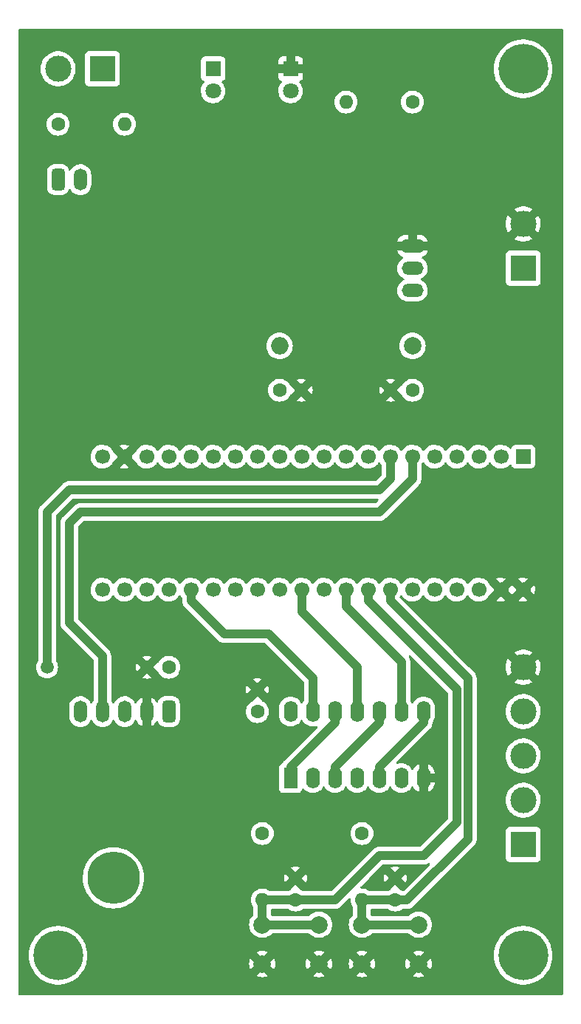
<source format=gbr>
%TF.GenerationSoftware,KiCad,Pcbnew,6.0.0*%
%TF.CreationDate,2022-01-29T19:02:30+01:00*%
%TF.ProjectId,clock-board,636c6f63-6b2d-4626-9f61-72642e6b6963,rev?*%
%TF.SameCoordinates,Original*%
%TF.FileFunction,Copper,L1,Top*%
%TF.FilePolarity,Positive*%
%FSLAX46Y46*%
G04 Gerber Fmt 4.6, Leading zero omitted, Abs format (unit mm)*
G04 Created by KiCad (PCBNEW 6.0.0) date 2022-01-29 19:02:30*
%MOMM*%
%LPD*%
G01*
G04 APERTURE LIST*
G04 Aperture macros list*
%AMRoundRect*
0 Rectangle with rounded corners*
0 $1 Rounding radius*
0 $2 $3 $4 $5 $6 $7 $8 $9 X,Y pos of 4 corners*
0 Add a 4 corners polygon primitive as box body*
4,1,4,$2,$3,$4,$5,$6,$7,$8,$9,$2,$3,0*
0 Add four circle primitives for the rounded corners*
1,1,$1+$1,$2,$3*
1,1,$1+$1,$4,$5*
1,1,$1+$1,$6,$7*
1,1,$1+$1,$8,$9*
0 Add four rect primitives between the rounded corners*
20,1,$1+$1,$2,$3,$4,$5,0*
20,1,$1+$1,$4,$5,$6,$7,0*
20,1,$1+$1,$6,$7,$8,$9,0*
20,1,$1+$1,$8,$9,$2,$3,0*%
G04 Aperture macros list end*
%TA.AperFunction,ComponentPad*%
%ADD10C,5.700000*%
%TD*%
%TA.AperFunction,ComponentPad*%
%ADD11C,1.600000*%
%TD*%
%TA.AperFunction,ComponentPad*%
%ADD12O,1.600000X1.600000*%
%TD*%
%TA.AperFunction,ComponentPad*%
%ADD13RoundRect,0.375000X-0.375000X-0.875000X0.375000X-0.875000X0.375000X0.875000X-0.375000X0.875000X0*%
%TD*%
%TA.AperFunction,ComponentPad*%
%ADD14O,1.500000X2.500000*%
%TD*%
%TA.AperFunction,ComponentPad*%
%ADD15O,2.500000X1.500000*%
%TD*%
%TA.AperFunction,ComponentPad*%
%ADD16RoundRect,0.375000X-0.875000X-0.375000X0.875000X-0.375000X0.875000X0.375000X-0.875000X0.375000X0*%
%TD*%
%TA.AperFunction,ComponentPad*%
%ADD17RoundRect,0.375000X-0.375000X0.875000X-0.375000X-0.875000X0.375000X-0.875000X0.375000X0.875000X0*%
%TD*%
%TA.AperFunction,ComponentPad*%
%ADD18C,6.000000*%
%TD*%
%TA.AperFunction,ComponentPad*%
%ADD19R,1.800000X1.800000*%
%TD*%
%TA.AperFunction,ComponentPad*%
%ADD20C,1.800000*%
%TD*%
%TA.AperFunction,ComponentPad*%
%ADD21R,3.000000X3.000000*%
%TD*%
%TA.AperFunction,ComponentPad*%
%ADD22C,3.000000*%
%TD*%
%TA.AperFunction,ComponentPad*%
%ADD23R,1.700000X1.700000*%
%TD*%
%TA.AperFunction,ComponentPad*%
%ADD24C,1.700000*%
%TD*%
%TA.AperFunction,ComponentPad*%
%ADD25C,2.000000*%
%TD*%
%TA.AperFunction,ComponentPad*%
%ADD26O,2.000000X2.000000*%
%TD*%
%TA.AperFunction,ComponentPad*%
%ADD27R,1.600000X2.400000*%
%TD*%
%TA.AperFunction,ComponentPad*%
%ADD28O,1.600000X2.400000*%
%TD*%
%TA.AperFunction,ViaPad*%
%ADD29C,1.500000*%
%TD*%
%TA.AperFunction,Conductor*%
%ADD30C,1.000000*%
%TD*%
G04 APERTURE END LIST*
D10*
%TO.P,,1*%
%TO.N,N/C*%
X62230000Y-160020000D03*
%TD*%
%TO.P,,1*%
%TO.N,N/C*%
X115570000Y-160020000D03*
%TD*%
%TO.P,REF\u002A\u002A,1*%
%TO.N,N/C*%
X115570000Y-58420000D03*
%TD*%
D11*
%TO.P,R2,1*%
%TO.N,+5V*%
X85650000Y-146050000D03*
D12*
%TO.P,R2,2*%
%TO.N,BTN-Set*%
X85650000Y-153670000D03*
%TD*%
D13*
%TO.P,U1,1,12v*%
%TO.N,Net-(J1-Pad2)*%
X62230000Y-71120000D03*
D14*
%TO.P,U1,2,GND*%
%TO.N,Net-(D1-Pad1)*%
X64770000Y-71120000D03*
D15*
%TO.P,U1,3,5v*%
%TO.N,Net-(C3-Pad1)*%
X102870000Y-83820000D03*
%TO.P,U1,4,HV*%
%TO.N,HV*%
X102870000Y-81280000D03*
D16*
%TO.P,U1,5,GND*%
%TO.N,GND*%
X102870000Y-78740000D03*
%TD*%
D14*
%TO.P,U4,5,PPS*%
%TO.N,unconnected-(U4-Pad5)*%
X64770000Y-132080000D03*
%TO.P,U4,4,RXD*%
%TO.N,GPS-RX*%
X67310000Y-132080000D03*
%TO.P,U4,3,TXD*%
%TO.N,GPS-TX*%
X69850000Y-132080000D03*
%TO.P,U4,2,GND*%
%TO.N,GND*%
X72390000Y-132080000D03*
D17*
%TO.P,U4,1,Vcc*%
%TO.N,+5V*%
X74930000Y-132080000D03*
D18*
%TO.P,U4,*%
%TO.N,*%
X68580000Y-151130000D03*
%TD*%
D11*
%TO.P,R3,1*%
%TO.N,Net-(J1-Pad2)*%
X62230000Y-64770000D03*
D12*
%TO.P,R3,2*%
%TO.N,Net-(D1-Pad2)*%
X69850000Y-64770000D03*
%TD*%
D11*
%TO.P,R4,1*%
%TO.N,+5V*%
X102870000Y-62230000D03*
D12*
%TO.P,R4,2*%
%TO.N,Net-(D2-Pad2)*%
X95250000Y-62230000D03*
%TD*%
D19*
%TO.P,D1,1,K*%
%TO.N,Net-(D1-Pad1)*%
X80010000Y-58420000D03*
D20*
%TO.P,D1,2,A*%
%TO.N,Net-(D1-Pad2)*%
X80010000Y-60960000D03*
%TD*%
D11*
%TO.P,C5,1*%
%TO.N,+5V*%
X74930000Y-127000000D03*
%TO.P,C5,2*%
%TO.N,GND*%
X72430000Y-127000000D03*
%TD*%
D21*
%TO.P,J1,1,Pin_1*%
%TO.N,Net-(D1-Pad1)*%
X67310000Y-58420000D03*
D22*
%TO.P,J1,2,Pin_2*%
%TO.N,Net-(J1-Pad2)*%
X62230000Y-58420000D03*
%TD*%
D11*
%TO.P,C1,1*%
%TO.N,BTN-Zero*%
X100890000Y-153670000D03*
%TO.P,C1,2*%
%TO.N,GND*%
X100890000Y-151170000D03*
%TD*%
D19*
%TO.P,D2,1,K*%
%TO.N,GND*%
X88900000Y-58420000D03*
D20*
%TO.P,D2,2,A*%
%TO.N,Net-(D2-Pad2)*%
X88900000Y-60960000D03*
%TD*%
D11*
%TO.P,R1,1*%
%TO.N,+5V*%
X97080000Y-146050000D03*
D12*
%TO.P,R1,2*%
%TO.N,BTN-Zero*%
X97080000Y-153670000D03*
%TD*%
D23*
%TO.P,U2,1,PB12*%
%TO.N,unconnected-(U2-Pad1)*%
X115570000Y-102870000D03*
D24*
%TO.P,U2,2,PB13*%
%TO.N,unconnected-(U2-Pad2)*%
X113030000Y-102870000D03*
%TO.P,U2,3,PB14*%
%TO.N,unconnected-(U2-Pad3)*%
X110490000Y-102870000D03*
%TO.P,U2,4,PB15*%
%TO.N,unconnected-(U2-Pad4)*%
X107950000Y-102870000D03*
%TO.P,U2,5,PA8*%
%TO.N,unconnected-(U2-Pad5)*%
X105410000Y-102870000D03*
%TO.P,U2,6,PA9*%
%TO.N,GPS-RX*%
X102870000Y-102870000D03*
%TO.P,U2,7,PA10*%
%TO.N,GPS-TX*%
X100330000Y-102870000D03*
%TO.P,U2,8,PA11*%
%TO.N,unconnected-(U2-Pad8)*%
X97790000Y-102870000D03*
%TO.P,U2,9,PA12*%
%TO.N,unconnected-(U2-Pad9)*%
X95250000Y-102870000D03*
%TO.P,U2,10,PA15*%
%TO.N,unconnected-(U2-Pad10)*%
X92710000Y-102870000D03*
%TO.P,U2,11,PB3*%
%TO.N,unconnected-(U2-Pad11)*%
X90170000Y-102870000D03*
%TO.P,U2,12,PB4*%
%TO.N,unconnected-(U2-Pad12)*%
X87630000Y-102870000D03*
%TO.P,U2,13,PB5*%
%TO.N,unconnected-(U2-Pad13)*%
X85090000Y-102870000D03*
%TO.P,U2,14,PB6*%
%TO.N,unconnected-(U2-Pad14)*%
X82550000Y-102870000D03*
%TO.P,U2,15,PB7*%
%TO.N,unconnected-(U2-Pad15)*%
X80010000Y-102870000D03*
%TO.P,U2,16,PB8*%
%TO.N,unconnected-(U2-Pad16)*%
X77470000Y-102870000D03*
%TO.P,U2,17,PB9*%
%TO.N,unconnected-(U2-Pad17)*%
X74930000Y-102870000D03*
%TO.P,U2,18,5V*%
%TO.N,+5V*%
X72390000Y-102870000D03*
%TO.P,U2,19,GND*%
%TO.N,GND*%
X69850000Y-102870000D03*
%TO.P,U2,20,3V3*%
%TO.N,unconnected-(U2-Pad20)*%
X67310000Y-102870000D03*
%TO.P,U2,21,VBat*%
%TO.N,unconnected-(U2-Pad21)*%
X67310000Y-118110000D03*
%TO.P,U2,22,PC13*%
%TO.N,unconnected-(U2-Pad22)*%
X69850000Y-118110000D03*
%TO.P,U2,23,PC14*%
%TO.N,unconnected-(U2-Pad23)*%
X72390000Y-118110000D03*
%TO.P,U2,24,PC15*%
%TO.N,unconnected-(U2-Pad24)*%
X74930000Y-118110000D03*
%TO.P,U2,25,PA0*%
%TO.N,RCKL-3.3v*%
X77470000Y-118110000D03*
%TO.P,U2,26,PA1*%
%TO.N,unconnected-(U2-Pad26)*%
X80010000Y-118110000D03*
%TO.P,U2,27,PA2*%
%TO.N,unconnected-(U2-Pad27)*%
X82550000Y-118110000D03*
%TO.P,U2,28,PA3*%
%TO.N,unconnected-(U2-Pad28)*%
X85090000Y-118110000D03*
%TO.P,U2,29,PA4*%
%TO.N,unconnected-(U2-Pad29)*%
X87630000Y-118110000D03*
%TO.P,U2,30,PA5*%
%TO.N,SCLK-3.3v*%
X90170000Y-118110000D03*
%TO.P,U2,31,PA6*%
%TO.N,unconnected-(U2-Pad31)*%
X92710000Y-118110000D03*
%TO.P,U2,32,PA7*%
%TO.N,DO-3.3v*%
X95250000Y-118110000D03*
%TO.P,U2,33,PB0*%
%TO.N,BTN-Set*%
X97790000Y-118110000D03*
%TO.P,U2,34,PB1*%
%TO.N,BTN-Zero*%
X100330000Y-118110000D03*
%TO.P,U2,35,PB10*%
%TO.N,unconnected-(U2-Pad35)*%
X102870000Y-118110000D03*
%TO.P,U2,36,PB11*%
%TO.N,unconnected-(U2-Pad36)*%
X105410000Y-118110000D03*
%TO.P,U2,37,RST*%
%TO.N,unconnected-(U2-Pad37)*%
X107950000Y-118110000D03*
%TO.P,U2,38,3V3*%
%TO.N,unconnected-(U2-Pad38)*%
X110490000Y-118110000D03*
%TO.P,U2,39,GND*%
%TO.N,GND*%
X113030000Y-118110000D03*
%TO.P,U2,40,GND*%
X115570000Y-118110000D03*
%TD*%
D25*
%TO.P,SW2,1,1*%
%TO.N,GND*%
X85650000Y-161000000D03*
X92150000Y-161000000D03*
%TO.P,SW2,2,2*%
%TO.N,BTN-Set*%
X92150000Y-156500000D03*
X85650000Y-156500000D03*
%TD*%
D21*
%TO.P,J3,1,Pin_1*%
%TO.N,+5V*%
X115570000Y-147320000D03*
D22*
%TO.P,J3,2,Pin_2*%
%TO.N,DO-5v*%
X115570000Y-142240000D03*
%TO.P,J3,3,Pin_3*%
%TO.N,SCKL-5v*%
X115570000Y-137160000D03*
%TO.P,J3,4,Pin_4*%
%TO.N,RCKL-5v*%
X115570000Y-132080000D03*
%TO.P,J3,5,Pin_5*%
%TO.N,GND*%
X115570000Y-127000000D03*
%TD*%
D25*
%TO.P,SW1,1,1*%
%TO.N,GND*%
X103580000Y-161000000D03*
X97080000Y-161000000D03*
%TO.P,SW1,2,2*%
%TO.N,BTN-Zero*%
X97080000Y-156500000D03*
X103580000Y-156500000D03*
%TD*%
D11*
%TO.P,C6,1*%
%TO.N,+5V*%
X85090000Y-132080000D03*
%TO.P,C6,2*%
%TO.N,GND*%
X85090000Y-129580000D03*
%TD*%
D25*
%TO.P,L1,1,1*%
%TO.N,Net-(C3-Pad1)*%
X102875000Y-90170000D03*
D26*
%TO.P,L1,2,2*%
%TO.N,+5V*%
X87635000Y-90170000D03*
%TD*%
D21*
%TO.P,J2,1,Pin_1*%
%TO.N,HV*%
X115570000Y-81280000D03*
D22*
%TO.P,J2,2,Pin_2*%
%TO.N,GND*%
X115570000Y-76200000D03*
%TD*%
D11*
%TO.P,C2,1*%
%TO.N,BTN-Set*%
X89460000Y-153670000D03*
%TO.P,C2,2*%
%TO.N,GND*%
X89460000Y-151170000D03*
%TD*%
%TO.P,C3,1*%
%TO.N,Net-(C3-Pad1)*%
X102870000Y-95250000D03*
%TO.P,C3,2*%
%TO.N,GND*%
X100370000Y-95250000D03*
%TD*%
D27*
%TO.P,U3,1*%
%TO.N,Net-(U3-Pad12)*%
X88900000Y-139700000D03*
D28*
%TO.P,U3,2*%
%TO.N,RCKL-5v*%
X91440000Y-139700000D03*
%TO.P,U3,3*%
%TO.N,Net-(U3-Pad10)*%
X93980000Y-139700000D03*
%TO.P,U3,4*%
%TO.N,SCKL-5v*%
X96520000Y-139700000D03*
%TO.P,U3,5*%
%TO.N,Net-(U3-Pad5)*%
X99060000Y-139700000D03*
%TO.P,U3,6*%
%TO.N,DO-5v*%
X101600000Y-139700000D03*
%TO.P,U3,7,GND*%
%TO.N,GND*%
X104140000Y-139700000D03*
%TO.P,U3,8*%
%TO.N,Net-(U3-Pad5)*%
X104140000Y-132080000D03*
%TO.P,U3,9*%
%TO.N,DO-3.3v*%
X101600000Y-132080000D03*
%TO.P,U3,10*%
%TO.N,Net-(U3-Pad10)*%
X99060000Y-132080000D03*
%TO.P,U3,11*%
%TO.N,SCLK-3.3v*%
X96520000Y-132080000D03*
%TO.P,U3,12*%
%TO.N,Net-(U3-Pad12)*%
X93980000Y-132080000D03*
%TO.P,U3,13*%
%TO.N,RCKL-3.3v*%
X91440000Y-132080000D03*
%TO.P,U3,14,VCC*%
%TO.N,+5V*%
X88900000Y-132080000D03*
%TD*%
D11*
%TO.P,C4,1*%
%TO.N,+5V*%
X87630000Y-95250000D03*
%TO.P,C4,2*%
%TO.N,GND*%
X90130000Y-95250000D03*
%TD*%
D29*
%TO.N,GPS-TX*%
X60960000Y-127000000D03*
%TD*%
D30*
%TO.N,BTN-Set*%
X89460000Y-153670000D02*
X93980000Y-153670000D01*
X93980000Y-153670000D02*
X99060000Y-148590000D01*
X99060000Y-148590000D02*
X104140000Y-148590000D01*
X104140000Y-148590000D02*
X107950000Y-144780000D01*
X107950000Y-144780000D02*
X107950000Y-129540000D01*
X107950000Y-129540000D02*
X97790000Y-119380000D01*
X97790000Y-119380000D02*
X97790000Y-118110000D01*
%TO.N,DO-3.3v*%
X95250000Y-118110000D02*
X95250000Y-120015000D01*
X95250000Y-120015000D02*
X101600000Y-126365000D01*
X101600000Y-126365000D02*
X101600000Y-132080000D01*
%TO.N,BTN-Zero*%
X103580000Y-156500000D02*
X97080000Y-156500000D01*
X100890000Y-153670000D02*
X102235000Y-153670000D01*
X102235000Y-153670000D02*
X109220000Y-146685000D01*
X109220000Y-146685000D02*
X109220000Y-128270000D01*
X109220000Y-128270000D02*
X100330000Y-119380000D01*
X97080000Y-153670000D02*
X97080000Y-156500000D01*
X100330000Y-119380000D02*
X100330000Y-118110000D01*
X97080000Y-153670000D02*
X100890000Y-153670000D01*
%TO.N,BTN-Set*%
X85650000Y-156500000D02*
X92150000Y-156500000D01*
X85650000Y-153670000D02*
X89460000Y-153670000D01*
X85650000Y-153670000D02*
X85650000Y-156500000D01*
%TO.N,GPS-RX*%
X64770000Y-109220000D02*
X99060000Y-109220000D01*
X102870000Y-105410000D02*
X102870000Y-102870000D01*
X63500000Y-121920000D02*
X63500000Y-110490000D01*
X99060000Y-109220000D02*
X102870000Y-105410000D01*
X67310000Y-125730000D02*
X63500000Y-121920000D01*
X63500000Y-110490000D02*
X64770000Y-109220000D01*
X67310000Y-132080000D02*
X67310000Y-125730000D01*
%TO.N,GPS-TX*%
X60960000Y-109220000D02*
X63500000Y-106680000D01*
X99060000Y-106680000D02*
X100330000Y-105410000D01*
X100330000Y-105410000D02*
X100330000Y-102870000D01*
X63500000Y-106680000D02*
X99060000Y-106680000D01*
X60960000Y-127000000D02*
X60960000Y-109220000D01*
%TO.N,SCLK-3.3v*%
X90170000Y-120650000D02*
X96520000Y-127000000D01*
X90170000Y-118110000D02*
X90170000Y-120650000D01*
X96520000Y-127000000D02*
X96520000Y-132080000D01*
%TO.N,RCKL-3.3v*%
X77470000Y-118110000D02*
X77470000Y-119380000D01*
X91440000Y-128270000D02*
X91440000Y-132080000D01*
X86360000Y-123190000D02*
X91440000Y-128270000D01*
X81280000Y-123190000D02*
X86360000Y-123190000D01*
X77470000Y-119380000D02*
X81280000Y-123190000D01*
%TO.N,Net-(U3-Pad12)*%
X93980000Y-133350000D02*
X93980000Y-132080000D01*
X88900000Y-139700000D02*
X88900000Y-138430000D01*
X88900000Y-138430000D02*
X93980000Y-133350000D01*
%TO.N,Net-(U3-Pad10)*%
X99060000Y-132080000D02*
X99060000Y-133350000D01*
X99060000Y-133350000D02*
X93980000Y-138430000D01*
X93980000Y-138430000D02*
X93980000Y-139700000D01*
%TO.N,Net-(U3-Pad5)*%
X104140000Y-133350000D02*
X99060000Y-138430000D01*
X104140000Y-132080000D02*
X104140000Y-133350000D01*
X99060000Y-138430000D02*
X99060000Y-139700000D01*
%TD*%
%TA.AperFunction,Conductor*%
%TO.N,GND*%
G36*
X120084121Y-53868002D02*
G01*
X120130614Y-53921658D01*
X120142000Y-53974000D01*
X120142000Y-164466000D01*
X120121998Y-164534121D01*
X120068342Y-164580614D01*
X120016000Y-164592000D01*
X57784000Y-164592000D01*
X57715879Y-164571998D01*
X57669386Y-164518342D01*
X57658000Y-164466000D01*
X57658000Y-160008259D01*
X58866587Y-160008259D01*
X58884992Y-160371574D01*
X58885529Y-160374929D01*
X58885530Y-160374935D01*
X58910045Y-160527988D01*
X58942527Y-160730777D01*
X59038519Y-161081664D01*
X59171845Y-161420133D01*
X59173428Y-161423148D01*
X59339362Y-161739206D01*
X59339367Y-161739214D01*
X59340946Y-161742222D01*
X59342840Y-161745040D01*
X59342845Y-161745049D01*
X59535419Y-162031628D01*
X59543843Y-162044165D01*
X59778163Y-162322428D01*
X59900968Y-162439783D01*
X60038702Y-162571405D01*
X60038709Y-162571411D01*
X60041165Y-162573758D01*
X60329771Y-162795214D01*
X60332689Y-162796988D01*
X60637692Y-162982433D01*
X60637697Y-162982436D01*
X60640607Y-162984205D01*
X60643695Y-162985651D01*
X60643694Y-162985651D01*
X60966952Y-163137077D01*
X60966962Y-163137081D01*
X60970036Y-163138521D01*
X60973254Y-163139623D01*
X60973257Y-163139624D01*
X61310981Y-163255253D01*
X61310989Y-163255255D01*
X61314204Y-163256356D01*
X61669084Y-163336332D01*
X61722123Y-163342375D01*
X62027144Y-163377128D01*
X62027152Y-163377128D01*
X62030527Y-163377513D01*
X62033931Y-163377531D01*
X62033934Y-163377531D01*
X62232058Y-163378568D01*
X62394303Y-163379418D01*
X62397689Y-163379068D01*
X62397691Y-163379068D01*
X62752765Y-163342375D01*
X62752774Y-163342374D01*
X62756157Y-163342024D01*
X62759490Y-163341310D01*
X62759493Y-163341309D01*
X62869895Y-163317641D01*
X63111856Y-163265768D01*
X63457239Y-163151544D01*
X63460323Y-163150138D01*
X63460332Y-163150135D01*
X63785171Y-163002096D01*
X63788265Y-163000686D01*
X63832276Y-162974554D01*
X64098128Y-162816704D01*
X64098132Y-162816701D01*
X64101063Y-162814961D01*
X64391973Y-162596539D01*
X64643838Y-162360848D01*
X85001879Y-162360848D01*
X85005068Y-162365108D01*
X85177988Y-162436734D01*
X85187373Y-162439783D01*
X85408554Y-162492885D01*
X85418301Y-162494428D01*
X85645070Y-162512275D01*
X85654930Y-162512275D01*
X85881699Y-162494428D01*
X85891446Y-162492885D01*
X86112627Y-162439783D01*
X86122012Y-162436734D01*
X86287436Y-162368213D01*
X86296575Y-162360848D01*
X91501879Y-162360848D01*
X91505068Y-162365108D01*
X91677988Y-162436734D01*
X91687373Y-162439783D01*
X91908554Y-162492885D01*
X91918301Y-162494428D01*
X92145070Y-162512275D01*
X92154930Y-162512275D01*
X92381699Y-162494428D01*
X92391446Y-162492885D01*
X92612627Y-162439783D01*
X92622012Y-162436734D01*
X92787436Y-162368213D01*
X92796575Y-162360848D01*
X96431879Y-162360848D01*
X96435068Y-162365108D01*
X96607988Y-162436734D01*
X96617373Y-162439783D01*
X96838554Y-162492885D01*
X96848301Y-162494428D01*
X97075070Y-162512275D01*
X97084930Y-162512275D01*
X97311699Y-162494428D01*
X97321446Y-162492885D01*
X97542627Y-162439783D01*
X97552012Y-162436734D01*
X97717436Y-162368213D01*
X97726575Y-162360848D01*
X102931879Y-162360848D01*
X102935068Y-162365108D01*
X103107988Y-162436734D01*
X103117373Y-162439783D01*
X103338554Y-162492885D01*
X103348301Y-162494428D01*
X103575070Y-162512275D01*
X103584930Y-162512275D01*
X103811699Y-162494428D01*
X103821446Y-162492885D01*
X104042627Y-162439783D01*
X104052012Y-162436734D01*
X104217436Y-162368213D01*
X104228417Y-162359364D01*
X104227101Y-162354208D01*
X103592812Y-161719919D01*
X103578868Y-161712305D01*
X103577035Y-161712436D01*
X103570420Y-161716687D01*
X102938639Y-162348468D01*
X102931879Y-162360848D01*
X97726575Y-162360848D01*
X97728417Y-162359364D01*
X97727101Y-162354208D01*
X97092812Y-161719919D01*
X97078868Y-161712305D01*
X97077035Y-161712436D01*
X97070420Y-161716687D01*
X96438639Y-162348468D01*
X96431879Y-162360848D01*
X92796575Y-162360848D01*
X92798417Y-162359364D01*
X92797101Y-162354208D01*
X92162812Y-161719919D01*
X92148868Y-161712305D01*
X92147035Y-161712436D01*
X92140420Y-161716687D01*
X91508639Y-162348468D01*
X91501879Y-162360848D01*
X86296575Y-162360848D01*
X86298417Y-162359364D01*
X86297101Y-162354208D01*
X85662812Y-161719919D01*
X85648868Y-161712305D01*
X85647035Y-161712436D01*
X85640420Y-161716687D01*
X85008639Y-162348468D01*
X85001879Y-162360848D01*
X64643838Y-162360848D01*
X64657592Y-162347977D01*
X64894813Y-162072182D01*
X65002983Y-161914794D01*
X65098931Y-161775190D01*
X65098936Y-161775182D01*
X65100861Y-161772381D01*
X65102473Y-161769387D01*
X65102478Y-161769379D01*
X65271703Y-161455092D01*
X65273325Y-161452080D01*
X65410188Y-161115027D01*
X65441550Y-161004930D01*
X84137725Y-161004930D01*
X84155572Y-161231699D01*
X84157115Y-161241446D01*
X84210217Y-161462627D01*
X84213266Y-161472012D01*
X84281787Y-161637436D01*
X84290636Y-161648417D01*
X84295792Y-161647101D01*
X84930081Y-161012812D01*
X84936459Y-161001132D01*
X86362305Y-161001132D01*
X86362436Y-161002965D01*
X86366687Y-161009580D01*
X86998468Y-161641361D01*
X87010848Y-161648121D01*
X87015108Y-161644932D01*
X87086734Y-161472012D01*
X87089783Y-161462627D01*
X87142885Y-161241446D01*
X87144428Y-161231699D01*
X87162275Y-161004930D01*
X90637725Y-161004930D01*
X90655572Y-161231699D01*
X90657115Y-161241446D01*
X90710217Y-161462627D01*
X90713266Y-161472012D01*
X90781787Y-161637436D01*
X90790636Y-161648417D01*
X90795792Y-161647101D01*
X91430081Y-161012812D01*
X91436459Y-161001132D01*
X92862305Y-161001132D01*
X92862436Y-161002965D01*
X92866687Y-161009580D01*
X93498468Y-161641361D01*
X93510848Y-161648121D01*
X93515108Y-161644932D01*
X93586734Y-161472012D01*
X93589783Y-161462627D01*
X93642885Y-161241446D01*
X93644428Y-161231699D01*
X93662275Y-161004930D01*
X95567725Y-161004930D01*
X95585572Y-161231699D01*
X95587115Y-161241446D01*
X95640217Y-161462627D01*
X95643266Y-161472012D01*
X95711787Y-161637436D01*
X95720636Y-161648417D01*
X95725792Y-161647101D01*
X96360081Y-161012812D01*
X96366459Y-161001132D01*
X97792305Y-161001132D01*
X97792436Y-161002965D01*
X97796687Y-161009580D01*
X98428468Y-161641361D01*
X98440848Y-161648121D01*
X98445108Y-161644932D01*
X98516734Y-161472012D01*
X98519783Y-161462627D01*
X98572885Y-161241446D01*
X98574428Y-161231699D01*
X98592275Y-161004930D01*
X102067725Y-161004930D01*
X102085572Y-161231699D01*
X102087115Y-161241446D01*
X102140217Y-161462627D01*
X102143266Y-161472012D01*
X102211787Y-161637436D01*
X102220636Y-161648417D01*
X102225792Y-161647101D01*
X102860081Y-161012812D01*
X102866459Y-161001132D01*
X104292305Y-161001132D01*
X104292436Y-161002965D01*
X104296687Y-161009580D01*
X104928468Y-161641361D01*
X104940848Y-161648121D01*
X104945108Y-161644932D01*
X105016734Y-161472012D01*
X105019783Y-161462627D01*
X105072885Y-161241446D01*
X105074428Y-161231699D01*
X105092275Y-161004930D01*
X105092275Y-160995070D01*
X105074428Y-160768301D01*
X105072885Y-160758554D01*
X105019783Y-160537373D01*
X105016734Y-160527988D01*
X104948213Y-160362564D01*
X104939364Y-160351583D01*
X104934208Y-160352899D01*
X104299919Y-160987188D01*
X104292305Y-161001132D01*
X102866459Y-161001132D01*
X102867695Y-160998868D01*
X102867564Y-160997035D01*
X102863313Y-160990420D01*
X102231532Y-160358639D01*
X102219152Y-160351879D01*
X102214892Y-160355068D01*
X102143266Y-160527988D01*
X102140217Y-160537373D01*
X102087115Y-160758554D01*
X102085572Y-160768301D01*
X102067725Y-160995070D01*
X102067725Y-161004930D01*
X98592275Y-161004930D01*
X98592275Y-160995070D01*
X98574428Y-160768301D01*
X98572885Y-160758554D01*
X98519783Y-160537373D01*
X98516734Y-160527988D01*
X98448213Y-160362564D01*
X98439364Y-160351583D01*
X98434208Y-160352899D01*
X97799919Y-160987188D01*
X97792305Y-161001132D01*
X96366459Y-161001132D01*
X96367695Y-160998868D01*
X96367564Y-160997035D01*
X96363313Y-160990420D01*
X95731532Y-160358639D01*
X95719152Y-160351879D01*
X95714892Y-160355068D01*
X95643266Y-160527988D01*
X95640217Y-160537373D01*
X95587115Y-160758554D01*
X95585572Y-160768301D01*
X95567725Y-160995070D01*
X95567725Y-161004930D01*
X93662275Y-161004930D01*
X93662275Y-160995070D01*
X93644428Y-160768301D01*
X93642885Y-160758554D01*
X93589783Y-160537373D01*
X93586734Y-160527988D01*
X93518213Y-160362564D01*
X93509364Y-160351583D01*
X93504208Y-160352899D01*
X92869919Y-160987188D01*
X92862305Y-161001132D01*
X91436459Y-161001132D01*
X91437695Y-160998868D01*
X91437564Y-160997035D01*
X91433313Y-160990420D01*
X90801532Y-160358639D01*
X90789152Y-160351879D01*
X90784892Y-160355068D01*
X90713266Y-160527988D01*
X90710217Y-160537373D01*
X90657115Y-160758554D01*
X90655572Y-160768301D01*
X90637725Y-160995070D01*
X90637725Y-161004930D01*
X87162275Y-161004930D01*
X87162275Y-160995070D01*
X87144428Y-160768301D01*
X87142885Y-160758554D01*
X87089783Y-160537373D01*
X87086734Y-160527988D01*
X87018213Y-160362564D01*
X87009364Y-160351583D01*
X87004208Y-160352899D01*
X86369919Y-160987188D01*
X86362305Y-161001132D01*
X84936459Y-161001132D01*
X84937695Y-160998868D01*
X84937564Y-160997035D01*
X84933313Y-160990420D01*
X84301532Y-160358639D01*
X84289152Y-160351879D01*
X84284892Y-160355068D01*
X84213266Y-160527988D01*
X84210217Y-160537373D01*
X84157115Y-160758554D01*
X84155572Y-160768301D01*
X84137725Y-160995070D01*
X84137725Y-161004930D01*
X65441550Y-161004930D01*
X65509850Y-160765164D01*
X65571143Y-160406583D01*
X65573285Y-160371574D01*
X65593241Y-160045278D01*
X65593351Y-160043481D01*
X65593433Y-160020000D01*
X65573760Y-159656751D01*
X65571121Y-159640636D01*
X85001583Y-159640636D01*
X85002899Y-159645792D01*
X85637188Y-160280081D01*
X85651132Y-160287695D01*
X85652965Y-160287564D01*
X85659580Y-160283313D01*
X86291361Y-159651532D01*
X86297311Y-159640636D01*
X91501583Y-159640636D01*
X91502899Y-159645792D01*
X92137188Y-160280081D01*
X92151132Y-160287695D01*
X92152965Y-160287564D01*
X92159580Y-160283313D01*
X92791361Y-159651532D01*
X92797311Y-159640636D01*
X96431583Y-159640636D01*
X96432899Y-159645792D01*
X97067188Y-160280081D01*
X97081132Y-160287695D01*
X97082965Y-160287564D01*
X97089580Y-160283313D01*
X97721361Y-159651532D01*
X97727311Y-159640636D01*
X102931583Y-159640636D01*
X102932899Y-159645792D01*
X103567188Y-160280081D01*
X103581132Y-160287695D01*
X103582965Y-160287564D01*
X103589580Y-160283313D01*
X103864634Y-160008259D01*
X112206587Y-160008259D01*
X112224992Y-160371574D01*
X112225529Y-160374929D01*
X112225530Y-160374935D01*
X112250045Y-160527988D01*
X112282527Y-160730777D01*
X112378519Y-161081664D01*
X112511845Y-161420133D01*
X112513428Y-161423148D01*
X112679362Y-161739206D01*
X112679367Y-161739214D01*
X112680946Y-161742222D01*
X112682840Y-161745040D01*
X112682845Y-161745049D01*
X112875419Y-162031628D01*
X112883843Y-162044165D01*
X113118163Y-162322428D01*
X113240968Y-162439783D01*
X113378702Y-162571405D01*
X113378709Y-162571411D01*
X113381165Y-162573758D01*
X113669771Y-162795214D01*
X113672689Y-162796988D01*
X113977692Y-162982433D01*
X113977697Y-162982436D01*
X113980607Y-162984205D01*
X113983695Y-162985651D01*
X113983694Y-162985651D01*
X114306952Y-163137077D01*
X114306962Y-163137081D01*
X114310036Y-163138521D01*
X114313254Y-163139623D01*
X114313257Y-163139624D01*
X114650981Y-163255253D01*
X114650989Y-163255255D01*
X114654204Y-163256356D01*
X115009084Y-163336332D01*
X115062123Y-163342375D01*
X115367144Y-163377128D01*
X115367152Y-163377128D01*
X115370527Y-163377513D01*
X115373931Y-163377531D01*
X115373934Y-163377531D01*
X115572058Y-163378568D01*
X115734303Y-163379418D01*
X115737689Y-163379068D01*
X115737691Y-163379068D01*
X116092765Y-163342375D01*
X116092774Y-163342374D01*
X116096157Y-163342024D01*
X116099490Y-163341310D01*
X116099493Y-163341309D01*
X116209895Y-163317641D01*
X116451856Y-163265768D01*
X116797239Y-163151544D01*
X116800323Y-163150138D01*
X116800332Y-163150135D01*
X117125171Y-163002096D01*
X117128265Y-163000686D01*
X117172276Y-162974554D01*
X117438128Y-162816704D01*
X117438132Y-162816701D01*
X117441063Y-162814961D01*
X117731973Y-162596539D01*
X117997592Y-162347977D01*
X118234813Y-162072182D01*
X118342983Y-161914794D01*
X118438931Y-161775190D01*
X118438936Y-161775182D01*
X118440861Y-161772381D01*
X118442473Y-161769387D01*
X118442478Y-161769379D01*
X118611703Y-161455092D01*
X118613325Y-161452080D01*
X118750188Y-161115027D01*
X118849850Y-160765164D01*
X118911143Y-160406583D01*
X118913285Y-160371574D01*
X118933241Y-160045278D01*
X118933351Y-160043481D01*
X118933433Y-160020000D01*
X118913760Y-159656751D01*
X118854972Y-159297752D01*
X118757756Y-158947202D01*
X118753331Y-158936081D01*
X118624508Y-158612365D01*
X118623249Y-158609201D01*
X118592690Y-158551485D01*
X118454624Y-158290723D01*
X118454620Y-158290716D01*
X118453025Y-158287704D01*
X118451118Y-158284888D01*
X118451113Y-158284879D01*
X118250985Y-157989292D01*
X118249075Y-157986471D01*
X118013785Y-157709027D01*
X117867248Y-157569969D01*
X117752375Y-157460958D01*
X117752374Y-157460957D01*
X117749908Y-157458617D01*
X117460530Y-157238170D01*
X117457618Y-157236413D01*
X117457613Y-157236410D01*
X117151951Y-157052023D01*
X117151945Y-157052020D01*
X117149036Y-157050265D01*
X116819071Y-156897100D01*
X116474494Y-156780467D01*
X116465234Y-156778414D01*
X116298832Y-156741524D01*
X116119336Y-156701731D01*
X115990217Y-156687476D01*
X115761133Y-156662184D01*
X115761128Y-156662184D01*
X115757752Y-156661811D01*
X115754353Y-156661805D01*
X115754352Y-156661805D01*
X115582762Y-156661506D01*
X115393972Y-156661176D01*
X115258831Y-156675618D01*
X115035634Y-156699471D01*
X115035628Y-156699472D01*
X115032250Y-156699833D01*
X114676820Y-156777330D01*
X114331838Y-156892759D01*
X114001340Y-157044771D01*
X113689192Y-157231588D01*
X113399046Y-157451023D01*
X113134296Y-157700511D01*
X113132084Y-157703101D01*
X113132083Y-157703102D01*
X113008124Y-157848240D01*
X112898040Y-157977132D01*
X112693040Y-158277651D01*
X112521694Y-158598552D01*
X112520419Y-158601724D01*
X112520417Y-158601728D01*
X112518626Y-158606185D01*
X112386009Y-158936081D01*
X112287569Y-159286290D01*
X112227528Y-159645082D01*
X112206587Y-160008259D01*
X103864634Y-160008259D01*
X104221361Y-159651532D01*
X104228121Y-159639152D01*
X104224932Y-159634892D01*
X104052012Y-159563266D01*
X104042627Y-159560217D01*
X103821446Y-159507115D01*
X103811699Y-159505572D01*
X103584930Y-159487725D01*
X103575070Y-159487725D01*
X103348301Y-159505572D01*
X103338554Y-159507115D01*
X103117373Y-159560217D01*
X103107988Y-159563266D01*
X102942564Y-159631787D01*
X102931583Y-159640636D01*
X97727311Y-159640636D01*
X97728121Y-159639152D01*
X97724932Y-159634892D01*
X97552012Y-159563266D01*
X97542627Y-159560217D01*
X97321446Y-159507115D01*
X97311699Y-159505572D01*
X97084930Y-159487725D01*
X97075070Y-159487725D01*
X96848301Y-159505572D01*
X96838554Y-159507115D01*
X96617373Y-159560217D01*
X96607988Y-159563266D01*
X96442564Y-159631787D01*
X96431583Y-159640636D01*
X92797311Y-159640636D01*
X92798121Y-159639152D01*
X92794932Y-159634892D01*
X92622012Y-159563266D01*
X92612627Y-159560217D01*
X92391446Y-159507115D01*
X92381699Y-159505572D01*
X92154930Y-159487725D01*
X92145070Y-159487725D01*
X91918301Y-159505572D01*
X91908554Y-159507115D01*
X91687373Y-159560217D01*
X91677988Y-159563266D01*
X91512564Y-159631787D01*
X91501583Y-159640636D01*
X86297311Y-159640636D01*
X86298121Y-159639152D01*
X86294932Y-159634892D01*
X86122012Y-159563266D01*
X86112627Y-159560217D01*
X85891446Y-159507115D01*
X85881699Y-159505572D01*
X85654930Y-159487725D01*
X85645070Y-159487725D01*
X85418301Y-159505572D01*
X85408554Y-159507115D01*
X85187373Y-159560217D01*
X85177988Y-159563266D01*
X85012564Y-159631787D01*
X85001583Y-159640636D01*
X65571121Y-159640636D01*
X65514972Y-159297752D01*
X65417756Y-158947202D01*
X65413331Y-158936081D01*
X65284508Y-158612365D01*
X65283249Y-158609201D01*
X65252690Y-158551485D01*
X65114624Y-158290723D01*
X65114620Y-158290716D01*
X65113025Y-158287704D01*
X65111118Y-158284888D01*
X65111113Y-158284879D01*
X64910985Y-157989292D01*
X64909075Y-157986471D01*
X64673785Y-157709027D01*
X64527248Y-157569969D01*
X64412375Y-157460958D01*
X64412374Y-157460957D01*
X64409908Y-157458617D01*
X64120530Y-157238170D01*
X64117618Y-157236413D01*
X64117613Y-157236410D01*
X63811951Y-157052023D01*
X63811945Y-157052020D01*
X63809036Y-157050265D01*
X63479071Y-156897100D01*
X63134494Y-156780467D01*
X63125234Y-156778414D01*
X62958832Y-156741524D01*
X62779336Y-156701731D01*
X62650217Y-156687476D01*
X62421133Y-156662184D01*
X62421128Y-156662184D01*
X62417752Y-156661811D01*
X62414353Y-156661805D01*
X62414352Y-156661805D01*
X62242762Y-156661506D01*
X62053972Y-156661176D01*
X61918831Y-156675618D01*
X61695634Y-156699471D01*
X61695628Y-156699472D01*
X61692250Y-156699833D01*
X61336820Y-156777330D01*
X60991838Y-156892759D01*
X60661340Y-157044771D01*
X60349192Y-157231588D01*
X60059046Y-157451023D01*
X59794296Y-157700511D01*
X59792084Y-157703101D01*
X59792083Y-157703102D01*
X59668124Y-157848240D01*
X59558040Y-157977132D01*
X59353040Y-158277651D01*
X59181694Y-158598552D01*
X59180419Y-158601724D01*
X59180417Y-158601728D01*
X59178626Y-158606185D01*
X59046009Y-158936081D01*
X58947569Y-159286290D01*
X58887528Y-159645082D01*
X58866587Y-160008259D01*
X57658000Y-160008259D01*
X57658000Y-151130000D01*
X65066685Y-151130000D01*
X65085931Y-151497241D01*
X65143459Y-151860459D01*
X65238639Y-152215674D01*
X65370427Y-152558994D01*
X65371925Y-152561934D01*
X65506321Y-152825700D01*
X65537380Y-152886657D01*
X65737668Y-153195075D01*
X65969098Y-153480867D01*
X66229133Y-153740902D01*
X66514925Y-153972332D01*
X66823342Y-154172620D01*
X66826276Y-154174115D01*
X66826283Y-154174119D01*
X67116050Y-154321762D01*
X67151006Y-154339573D01*
X67494326Y-154471361D01*
X67849541Y-154566541D01*
X68042558Y-154597112D01*
X68209511Y-154623555D01*
X68209519Y-154623556D01*
X68212759Y-154624069D01*
X68580000Y-154643315D01*
X68947241Y-154624069D01*
X68950481Y-154623556D01*
X68950489Y-154623555D01*
X69117442Y-154597112D01*
X69310459Y-154566541D01*
X69665674Y-154471361D01*
X70008994Y-154339573D01*
X70043950Y-154321762D01*
X70333717Y-154174119D01*
X70333724Y-154174115D01*
X70336658Y-154172620D01*
X70645075Y-153972332D01*
X70930867Y-153740902D01*
X71190902Y-153480867D01*
X71422332Y-153195075D01*
X71622620Y-152886657D01*
X71653680Y-152825700D01*
X71788075Y-152561934D01*
X71789573Y-152558994D01*
X71921361Y-152215674D01*
X72016541Y-151860459D01*
X72074069Y-151497241D01*
X72090932Y-151175475D01*
X88147483Y-151175475D01*
X88166472Y-151392519D01*
X88168375Y-151403312D01*
X88224763Y-151613756D01*
X88228513Y-151624060D01*
X88243220Y-151655599D01*
X88252539Y-151666184D01*
X88258517Y-151664377D01*
X88740085Y-151182808D01*
X88746462Y-151171130D01*
X90172304Y-151171130D01*
X90172436Y-151172966D01*
X90176685Y-151179578D01*
X90656313Y-151659207D01*
X90668692Y-151665966D01*
X90673691Y-151662224D01*
X90691487Y-151624060D01*
X90695237Y-151613756D01*
X90751625Y-151403312D01*
X90753528Y-151392519D01*
X90772517Y-151175475D01*
X90772517Y-151164525D01*
X90753528Y-150947481D01*
X90751625Y-150936688D01*
X90695237Y-150726244D01*
X90691487Y-150715940D01*
X90676780Y-150684401D01*
X90667461Y-150673816D01*
X90661483Y-150675623D01*
X90179915Y-151157192D01*
X90172304Y-151171130D01*
X88746462Y-151171130D01*
X88747696Y-151168870D01*
X88747564Y-151167034D01*
X88743315Y-151160422D01*
X88263687Y-150680793D01*
X88251308Y-150674034D01*
X88246309Y-150677776D01*
X88228513Y-150715940D01*
X88224763Y-150726244D01*
X88168375Y-150936688D01*
X88166472Y-150947481D01*
X88147483Y-151164525D01*
X88147483Y-151175475D01*
X72090932Y-151175475D01*
X72093315Y-151130000D01*
X72074069Y-150762759D01*
X72061659Y-150684401D01*
X72047112Y-150592558D01*
X72016541Y-150399541D01*
X71921361Y-150044326D01*
X71889966Y-149962539D01*
X88963816Y-149962539D01*
X88965623Y-149968517D01*
X89447192Y-150450085D01*
X89461130Y-150457696D01*
X89462966Y-150457564D01*
X89469578Y-150453315D01*
X89949207Y-149973687D01*
X89955966Y-149961308D01*
X89952224Y-149956309D01*
X89914060Y-149938513D01*
X89903756Y-149934763D01*
X89693312Y-149878375D01*
X89682519Y-149876472D01*
X89465475Y-149857483D01*
X89454525Y-149857483D01*
X89237481Y-149876472D01*
X89226688Y-149878375D01*
X89016244Y-149934763D01*
X89005940Y-149938513D01*
X88974401Y-149953220D01*
X88963816Y-149962539D01*
X71889966Y-149962539D01*
X71887575Y-149956309D01*
X71790757Y-149704091D01*
X71789573Y-149701006D01*
X71756148Y-149635405D01*
X71624119Y-149376284D01*
X71624115Y-149376277D01*
X71622620Y-149373343D01*
X71600672Y-149339545D01*
X71488284Y-149166482D01*
X71422332Y-149064925D01*
X71190902Y-148779133D01*
X70930867Y-148519098D01*
X70645075Y-148287668D01*
X70336658Y-148087380D01*
X70333724Y-148085885D01*
X70333717Y-148085881D01*
X70011934Y-147921925D01*
X70008994Y-147920427D01*
X69665674Y-147788639D01*
X69310459Y-147693459D01*
X69117442Y-147662888D01*
X68950489Y-147636445D01*
X68950481Y-147636444D01*
X68947241Y-147635931D01*
X68580000Y-147616685D01*
X68212759Y-147635931D01*
X68209519Y-147636444D01*
X68209511Y-147636445D01*
X68042558Y-147662888D01*
X67849541Y-147693459D01*
X67494326Y-147788639D01*
X67151006Y-147920427D01*
X67148066Y-147921925D01*
X66826284Y-148085881D01*
X66826277Y-148085885D01*
X66823343Y-148087380D01*
X66514925Y-148287668D01*
X66229133Y-148519098D01*
X65969098Y-148779133D01*
X65737668Y-149064925D01*
X65671716Y-149166482D01*
X65559329Y-149339545D01*
X65537380Y-149373343D01*
X65535885Y-149376277D01*
X65535881Y-149376284D01*
X65403852Y-149635405D01*
X65370427Y-149701006D01*
X65369243Y-149704091D01*
X65272426Y-149956309D01*
X65238639Y-150044326D01*
X65143459Y-150399541D01*
X65112888Y-150592558D01*
X65098342Y-150684401D01*
X65085931Y-150762759D01*
X65066685Y-151130000D01*
X57658000Y-151130000D01*
X57658000Y-146050000D01*
X84336502Y-146050000D01*
X84356457Y-146278087D01*
X84415716Y-146499243D01*
X84418039Y-146504224D01*
X84418039Y-146504225D01*
X84510151Y-146701762D01*
X84510154Y-146701767D01*
X84512477Y-146706749D01*
X84533842Y-146737261D01*
X84637502Y-146885302D01*
X84643802Y-146894300D01*
X84805700Y-147056198D01*
X84810208Y-147059355D01*
X84810211Y-147059357D01*
X84888389Y-147114098D01*
X84993251Y-147187523D01*
X84998233Y-147189846D01*
X84998238Y-147189849D01*
X85195775Y-147281961D01*
X85200757Y-147284284D01*
X85206065Y-147285706D01*
X85206067Y-147285707D01*
X85416598Y-147342119D01*
X85416600Y-147342119D01*
X85421913Y-147343543D01*
X85650000Y-147363498D01*
X85878087Y-147343543D01*
X85883400Y-147342119D01*
X85883402Y-147342119D01*
X86093933Y-147285707D01*
X86093935Y-147285706D01*
X86099243Y-147284284D01*
X86104225Y-147281961D01*
X86301762Y-147189849D01*
X86301767Y-147189846D01*
X86306749Y-147187523D01*
X86411611Y-147114098D01*
X86489789Y-147059357D01*
X86489792Y-147059355D01*
X86494300Y-147056198D01*
X86656198Y-146894300D01*
X86662499Y-146885302D01*
X86766158Y-146737261D01*
X86787523Y-146706749D01*
X86789846Y-146701767D01*
X86789849Y-146701762D01*
X86881961Y-146504225D01*
X86881961Y-146504224D01*
X86884284Y-146499243D01*
X86943543Y-146278087D01*
X86963498Y-146050000D01*
X95766502Y-146050000D01*
X95786457Y-146278087D01*
X95845716Y-146499243D01*
X95848039Y-146504224D01*
X95848039Y-146504225D01*
X95940151Y-146701762D01*
X95940154Y-146701767D01*
X95942477Y-146706749D01*
X95963842Y-146737261D01*
X96067502Y-146885302D01*
X96073802Y-146894300D01*
X96235700Y-147056198D01*
X96240208Y-147059355D01*
X96240211Y-147059357D01*
X96318389Y-147114098D01*
X96423251Y-147187523D01*
X96428233Y-147189846D01*
X96428238Y-147189849D01*
X96625775Y-147281961D01*
X96630757Y-147284284D01*
X96636065Y-147285706D01*
X96636067Y-147285707D01*
X96846598Y-147342119D01*
X96846600Y-147342119D01*
X96851913Y-147343543D01*
X97080000Y-147363498D01*
X97308087Y-147343543D01*
X97313400Y-147342119D01*
X97313402Y-147342119D01*
X97523933Y-147285707D01*
X97523935Y-147285706D01*
X97529243Y-147284284D01*
X97534225Y-147281961D01*
X97731762Y-147189849D01*
X97731767Y-147189846D01*
X97736749Y-147187523D01*
X97841611Y-147114098D01*
X97919789Y-147059357D01*
X97919792Y-147059355D01*
X97924300Y-147056198D01*
X98086198Y-146894300D01*
X98092499Y-146885302D01*
X98196158Y-146737261D01*
X98217523Y-146706749D01*
X98219846Y-146701767D01*
X98219849Y-146701762D01*
X98311961Y-146504225D01*
X98311961Y-146504224D01*
X98314284Y-146499243D01*
X98373543Y-146278087D01*
X98393498Y-146050000D01*
X98373543Y-145821913D01*
X98372119Y-145816598D01*
X98315707Y-145606067D01*
X98315706Y-145606065D01*
X98314284Y-145600757D01*
X98305399Y-145581703D01*
X98219849Y-145398238D01*
X98219846Y-145398233D01*
X98217523Y-145393251D01*
X98086198Y-145205700D01*
X97924300Y-145043802D01*
X97919792Y-145040645D01*
X97919789Y-145040643D01*
X97841611Y-144985902D01*
X97736749Y-144912477D01*
X97731767Y-144910154D01*
X97731762Y-144910151D01*
X97534225Y-144818039D01*
X97534224Y-144818039D01*
X97529243Y-144815716D01*
X97523935Y-144814294D01*
X97523933Y-144814293D01*
X97313402Y-144757881D01*
X97313400Y-144757881D01*
X97308087Y-144756457D01*
X97080000Y-144736502D01*
X96851913Y-144756457D01*
X96846600Y-144757881D01*
X96846598Y-144757881D01*
X96636067Y-144814293D01*
X96636065Y-144814294D01*
X96630757Y-144815716D01*
X96625776Y-144818039D01*
X96625775Y-144818039D01*
X96428238Y-144910151D01*
X96428233Y-144910154D01*
X96423251Y-144912477D01*
X96318389Y-144985902D01*
X96240211Y-145040643D01*
X96240208Y-145040645D01*
X96235700Y-145043802D01*
X96073802Y-145205700D01*
X95942477Y-145393251D01*
X95940154Y-145398233D01*
X95940151Y-145398238D01*
X95854601Y-145581703D01*
X95845716Y-145600757D01*
X95844294Y-145606065D01*
X95844293Y-145606067D01*
X95787881Y-145816598D01*
X95786457Y-145821913D01*
X95766502Y-146050000D01*
X86963498Y-146050000D01*
X86943543Y-145821913D01*
X86942119Y-145816598D01*
X86885707Y-145606067D01*
X86885706Y-145606065D01*
X86884284Y-145600757D01*
X86875399Y-145581703D01*
X86789849Y-145398238D01*
X86789846Y-145398233D01*
X86787523Y-145393251D01*
X86656198Y-145205700D01*
X86494300Y-145043802D01*
X86489792Y-145040645D01*
X86489789Y-145040643D01*
X86411611Y-144985902D01*
X86306749Y-144912477D01*
X86301767Y-144910154D01*
X86301762Y-144910151D01*
X86104225Y-144818039D01*
X86104224Y-144818039D01*
X86099243Y-144815716D01*
X86093935Y-144814294D01*
X86093933Y-144814293D01*
X85883402Y-144757881D01*
X85883400Y-144757881D01*
X85878087Y-144756457D01*
X85650000Y-144736502D01*
X85421913Y-144756457D01*
X85416600Y-144757881D01*
X85416598Y-144757881D01*
X85206067Y-144814293D01*
X85206065Y-144814294D01*
X85200757Y-144815716D01*
X85195776Y-144818039D01*
X85195775Y-144818039D01*
X84998238Y-144910151D01*
X84998233Y-144910154D01*
X84993251Y-144912477D01*
X84888389Y-144985902D01*
X84810211Y-145040643D01*
X84810208Y-145040645D01*
X84805700Y-145043802D01*
X84643802Y-145205700D01*
X84512477Y-145393251D01*
X84510154Y-145398233D01*
X84510151Y-145398238D01*
X84424601Y-145581703D01*
X84415716Y-145600757D01*
X84414294Y-145606065D01*
X84414293Y-145606067D01*
X84357881Y-145816598D01*
X84356457Y-145821913D01*
X84336502Y-146050000D01*
X57658000Y-146050000D01*
X57658000Y-127000000D01*
X59696693Y-127000000D01*
X59715885Y-127219371D01*
X59772880Y-127432076D01*
X59802774Y-127496184D01*
X59863618Y-127626666D01*
X59863621Y-127626671D01*
X59865944Y-127631653D01*
X59869100Y-127636160D01*
X59869101Y-127636162D01*
X59984642Y-127801171D01*
X59992251Y-127812038D01*
X60147962Y-127967749D01*
X60152471Y-127970906D01*
X60152473Y-127970908D01*
X60207384Y-128009357D01*
X60328346Y-128094056D01*
X60527924Y-128187120D01*
X60740629Y-128244115D01*
X60960000Y-128263307D01*
X61179371Y-128244115D01*
X61392076Y-128187120D01*
X61591654Y-128094056D01*
X61712616Y-128009357D01*
X61767527Y-127970908D01*
X61767529Y-127970906D01*
X61772038Y-127967749D01*
X61927749Y-127812038D01*
X61935359Y-127801171D01*
X62050899Y-127636162D01*
X62050900Y-127636160D01*
X62054056Y-127631653D01*
X62056379Y-127626671D01*
X62056382Y-127626666D01*
X62117226Y-127496184D01*
X62147120Y-127432076D01*
X62204115Y-127219371D01*
X62223307Y-127000000D01*
X62204115Y-126780629D01*
X62147120Y-126567924D01*
X62060300Y-126381737D01*
X62056379Y-126373328D01*
X62056377Y-126373325D01*
X62054056Y-126368347D01*
X61993602Y-126282009D01*
X61991287Y-126278703D01*
X61968500Y-126206433D01*
X61968500Y-109689925D01*
X61988502Y-109621804D01*
X62005405Y-109600830D01*
X63880830Y-107725405D01*
X63943142Y-107691379D01*
X63969925Y-107688500D01*
X98861076Y-107688500D01*
X98929197Y-107708502D01*
X98975690Y-107762158D01*
X98985794Y-107832432D01*
X98956300Y-107897012D01*
X98950171Y-107903595D01*
X98679171Y-108174595D01*
X98616859Y-108208621D01*
X98590076Y-108211500D01*
X64831842Y-108211500D01*
X64818235Y-108210763D01*
X64786737Y-108207341D01*
X64786732Y-108207341D01*
X64780611Y-108206676D01*
X64762611Y-108208251D01*
X64730609Y-108211050D01*
X64725784Y-108211379D01*
X64723313Y-108211500D01*
X64720231Y-108211500D01*
X64697763Y-108213703D01*
X64677489Y-108215691D01*
X64676174Y-108215813D01*
X64643913Y-108218636D01*
X64583587Y-108223913D01*
X64578468Y-108225400D01*
X64573167Y-108225920D01*
X64484194Y-108252782D01*
X64483054Y-108253120D01*
X64393663Y-108279091D01*
X64388929Y-108281545D01*
X64383831Y-108283084D01*
X64378387Y-108285978D01*
X64378386Y-108285979D01*
X64301831Y-108326684D01*
X64300663Y-108327298D01*
X64218074Y-108370108D01*
X64213911Y-108373431D01*
X64209204Y-108375934D01*
X64137082Y-108434755D01*
X64136226Y-108435446D01*
X64097027Y-108466738D01*
X64094523Y-108469242D01*
X64093805Y-108469884D01*
X64089472Y-108473585D01*
X64055938Y-108500935D01*
X64052011Y-108505682D01*
X64052009Y-108505684D01*
X64026713Y-108536262D01*
X64018723Y-108545042D01*
X62830621Y-109733145D01*
X62820478Y-109742247D01*
X62790975Y-109765968D01*
X62787008Y-109770696D01*
X62758709Y-109804421D01*
X62755528Y-109808069D01*
X62753885Y-109809881D01*
X62751691Y-109812075D01*
X62724358Y-109845349D01*
X62723696Y-109846147D01*
X62663846Y-109917474D01*
X62661278Y-109922144D01*
X62657897Y-109926261D01*
X62632696Y-109973262D01*
X62614023Y-110008086D01*
X62613394Y-110009245D01*
X62571538Y-110085381D01*
X62571535Y-110085389D01*
X62568567Y-110090787D01*
X62566955Y-110095869D01*
X62564438Y-110100563D01*
X62537238Y-110189531D01*
X62536918Y-110190559D01*
X62508765Y-110279306D01*
X62508171Y-110284602D01*
X62506613Y-110289698D01*
X62505990Y-110295834D01*
X62497218Y-110382187D01*
X62497089Y-110383393D01*
X62491500Y-110433227D01*
X62491500Y-110436754D01*
X62491445Y-110437739D01*
X62490998Y-110443419D01*
X62486626Y-110486462D01*
X62487206Y-110492593D01*
X62490941Y-110532109D01*
X62491500Y-110543967D01*
X62491500Y-121858157D01*
X62490763Y-121871764D01*
X62486676Y-121909388D01*
X62487213Y-121915523D01*
X62491050Y-121959388D01*
X62491379Y-121964214D01*
X62491500Y-121966686D01*
X62491500Y-121969769D01*
X62491801Y-121972837D01*
X62495690Y-122012506D01*
X62495812Y-122013819D01*
X62503913Y-122106413D01*
X62505400Y-122111532D01*
X62505920Y-122116833D01*
X62532791Y-122205834D01*
X62533126Y-122206967D01*
X62548118Y-122258567D01*
X62559091Y-122296336D01*
X62561544Y-122301068D01*
X62563084Y-122306169D01*
X62565978Y-122311612D01*
X62606731Y-122388260D01*
X62607343Y-122389426D01*
X62634435Y-122441691D01*
X62650108Y-122471926D01*
X62653431Y-122476089D01*
X62655934Y-122480796D01*
X62659830Y-122485573D01*
X62664393Y-122491168D01*
X62714755Y-122552918D01*
X62715446Y-122553774D01*
X62746738Y-122592973D01*
X62749242Y-122595477D01*
X62749884Y-122596195D01*
X62753585Y-122600528D01*
X62780935Y-122634062D01*
X62785682Y-122637989D01*
X62785684Y-122637991D01*
X62816262Y-122663287D01*
X62825042Y-122671277D01*
X66264595Y-126110829D01*
X66298621Y-126173141D01*
X66301500Y-126199924D01*
X66301500Y-130782999D01*
X66282238Y-130849954D01*
X66184136Y-131006344D01*
X66157039Y-131073750D01*
X66113075Y-131129490D01*
X66045950Y-131152616D01*
X65976979Y-131135779D01*
X65926408Y-131080995D01*
X65922977Y-131073802D01*
X65857622Y-130936782D01*
X65726529Y-130754346D01*
X65618726Y-130649877D01*
X65569229Y-130601911D01*
X65569226Y-130601909D01*
X65565201Y-130598008D01*
X65378738Y-130472710D01*
X65173033Y-130382412D01*
X65167582Y-130381103D01*
X65167578Y-130381102D01*
X64960046Y-130331278D01*
X64960045Y-130331278D01*
X64954589Y-130329968D01*
X64870525Y-130325121D01*
X64735917Y-130317360D01*
X64735914Y-130317360D01*
X64730310Y-130317037D01*
X64507285Y-130344025D01*
X64292565Y-130410082D01*
X64287585Y-130412652D01*
X64287581Y-130412654D01*
X64097919Y-130510546D01*
X64092936Y-130513118D01*
X63914708Y-130649877D01*
X63763515Y-130816036D01*
X63760537Y-130820783D01*
X63760535Y-130820786D01*
X63658684Y-130983152D01*
X63644136Y-131006344D01*
X63560344Y-131214783D01*
X63514787Y-131434767D01*
X63511500Y-131491775D01*
X63511500Y-132636999D01*
X63511749Y-132639786D01*
X63511749Y-132639792D01*
X63513720Y-132661877D01*
X63526383Y-132803762D01*
X63527864Y-132809176D01*
X63527865Y-132809181D01*
X63556551Y-132914036D01*
X63585663Y-133020451D01*
X63588075Y-133025509D01*
X63588077Y-133025513D01*
X63620730Y-133093971D01*
X63682378Y-133223218D01*
X63813471Y-133405654D01*
X63847715Y-133438839D01*
X63970362Y-133557692D01*
X63974799Y-133561992D01*
X64161262Y-133687290D01*
X64366967Y-133777588D01*
X64372418Y-133778897D01*
X64372422Y-133778898D01*
X64579954Y-133828722D01*
X64585411Y-133830032D01*
X64669475Y-133834879D01*
X64804083Y-133842640D01*
X64804086Y-133842640D01*
X64809690Y-133842963D01*
X65032715Y-133815975D01*
X65247435Y-133749918D01*
X65252415Y-133747348D01*
X65252419Y-133747346D01*
X65442081Y-133649454D01*
X65442082Y-133649454D01*
X65447064Y-133646882D01*
X65625292Y-133510123D01*
X65776485Y-133343964D01*
X65794211Y-133315707D01*
X65892885Y-133158405D01*
X65895864Y-133153656D01*
X65922961Y-133086250D01*
X65966925Y-133030510D01*
X66034050Y-133007384D01*
X66103021Y-133024221D01*
X66153592Y-133079005D01*
X66222378Y-133223218D01*
X66353471Y-133405654D01*
X66387715Y-133438839D01*
X66510362Y-133557692D01*
X66514799Y-133561992D01*
X66701262Y-133687290D01*
X66906967Y-133777588D01*
X66912418Y-133778897D01*
X66912422Y-133778898D01*
X67119954Y-133828722D01*
X67125411Y-133830032D01*
X67209475Y-133834879D01*
X67344083Y-133842640D01*
X67344086Y-133842640D01*
X67349690Y-133842963D01*
X67572715Y-133815975D01*
X67787435Y-133749918D01*
X67792415Y-133747348D01*
X67792419Y-133747346D01*
X67982081Y-133649454D01*
X67982082Y-133649454D01*
X67987064Y-133646882D01*
X68165292Y-133510123D01*
X68316485Y-133343964D01*
X68334211Y-133315707D01*
X68432885Y-133158405D01*
X68435864Y-133153656D01*
X68462961Y-133086250D01*
X68506925Y-133030510D01*
X68574050Y-133007384D01*
X68643021Y-133024221D01*
X68693592Y-133079005D01*
X68762378Y-133223218D01*
X68893471Y-133405654D01*
X68927715Y-133438839D01*
X69050362Y-133557692D01*
X69054799Y-133561992D01*
X69241262Y-133687290D01*
X69446967Y-133777588D01*
X69452418Y-133778897D01*
X69452422Y-133778898D01*
X69659954Y-133828722D01*
X69665411Y-133830032D01*
X69749475Y-133834879D01*
X69884083Y-133842640D01*
X69884086Y-133842640D01*
X69889690Y-133842963D01*
X70112715Y-133815975D01*
X70327435Y-133749918D01*
X70332415Y-133747348D01*
X70332419Y-133747346D01*
X70522081Y-133649454D01*
X70522082Y-133649454D01*
X70527064Y-133646882D01*
X70705292Y-133510123D01*
X70856485Y-133343964D01*
X70874211Y-133315707D01*
X70972885Y-133158405D01*
X70975864Y-133153656D01*
X71003214Y-133085622D01*
X71047178Y-133029880D01*
X71114303Y-133006755D01*
X71183274Y-133023592D01*
X71233845Y-133078376D01*
X71300397Y-133217903D01*
X71306082Y-133227516D01*
X71430575Y-133400767D01*
X71437883Y-133409233D01*
X71591082Y-133557692D01*
X71599779Y-133564735D01*
X71776844Y-133683719D01*
X71786641Y-133689105D01*
X71873411Y-133727194D01*
X71887398Y-133728995D01*
X71890000Y-133724812D01*
X71890000Y-133719593D01*
X72890000Y-133719593D01*
X72893973Y-133733124D01*
X72897158Y-133733582D01*
X72899360Y-133732877D01*
X73061804Y-133649034D01*
X73071252Y-133643038D01*
X73240501Y-133513168D01*
X73248724Y-133505607D01*
X73392312Y-133347806D01*
X73399067Y-133338906D01*
X73486579Y-133199401D01*
X73539722Y-133152323D01*
X73609882Y-133141451D01*
X73674781Y-133170235D01*
X73715023Y-133233746D01*
X73725638Y-133273362D01*
X73809953Y-133438839D01*
X73814106Y-133443968D01*
X73814109Y-133443972D01*
X73870143Y-133513168D01*
X73926830Y-133583170D01*
X73931961Y-133587325D01*
X74066028Y-133695891D01*
X74066032Y-133695894D01*
X74071161Y-133700047D01*
X74236638Y-133784362D01*
X74243011Y-133786070D01*
X74243012Y-133786070D01*
X74410452Y-133830936D01*
X74410456Y-133830937D01*
X74416029Y-133832430D01*
X74421785Y-133832883D01*
X74490700Y-133838307D01*
X74490709Y-133838307D01*
X74493157Y-133838500D01*
X74929823Y-133838500D01*
X75366842Y-133838499D01*
X75413674Y-133834814D01*
X75438217Y-133832883D01*
X75438220Y-133832883D01*
X75443971Y-133832430D01*
X75623362Y-133784362D01*
X75788839Y-133700047D01*
X75793968Y-133695894D01*
X75793972Y-133695891D01*
X75928039Y-133587325D01*
X75933170Y-133583170D01*
X75989857Y-133513168D01*
X76045891Y-133443972D01*
X76045894Y-133443968D01*
X76050047Y-133438839D01*
X76134362Y-133273362D01*
X76146578Y-133227771D01*
X76180936Y-133099548D01*
X76180937Y-133099544D01*
X76182430Y-133093971D01*
X76183657Y-133078376D01*
X76188307Y-133019300D01*
X76188307Y-133019291D01*
X76188500Y-133016843D01*
X76188499Y-132080000D01*
X83776502Y-132080000D01*
X83796457Y-132308087D01*
X83797881Y-132313400D01*
X83797881Y-132313402D01*
X83820849Y-132399117D01*
X83855716Y-132529243D01*
X83858039Y-132534224D01*
X83858039Y-132534225D01*
X83950151Y-132731762D01*
X83950154Y-132731767D01*
X83952477Y-132736749D01*
X84083802Y-132924300D01*
X84245700Y-133086198D01*
X84250208Y-133089355D01*
X84250211Y-133089357D01*
X84272265Y-133104799D01*
X84433251Y-133217523D01*
X84438233Y-133219846D01*
X84438238Y-133219849D01*
X84635775Y-133311961D01*
X84640757Y-133314284D01*
X84646065Y-133315706D01*
X84646067Y-133315707D01*
X84856598Y-133372119D01*
X84856600Y-133372119D01*
X84861913Y-133373543D01*
X85090000Y-133393498D01*
X85318087Y-133373543D01*
X85323400Y-133372119D01*
X85323402Y-133372119D01*
X85533933Y-133315707D01*
X85533935Y-133315706D01*
X85539243Y-133314284D01*
X85544225Y-133311961D01*
X85741762Y-133219849D01*
X85741767Y-133219846D01*
X85746749Y-133217523D01*
X85907735Y-133104799D01*
X85929789Y-133089357D01*
X85929792Y-133089355D01*
X85934300Y-133086198D01*
X86096198Y-132924300D01*
X86227523Y-132736749D01*
X86229846Y-132731767D01*
X86229849Y-132731762D01*
X86321961Y-132534225D01*
X86321961Y-132534224D01*
X86324284Y-132529243D01*
X86359152Y-132399117D01*
X86382119Y-132313402D01*
X86382119Y-132313400D01*
X86383543Y-132308087D01*
X86403498Y-132080000D01*
X86383543Y-131851913D01*
X86371449Y-131806778D01*
X86325707Y-131636067D01*
X86325706Y-131636065D01*
X86324284Y-131630757D01*
X86320608Y-131622873D01*
X86229849Y-131428238D01*
X86229846Y-131428233D01*
X86227523Y-131423251D01*
X86154098Y-131318389D01*
X86099357Y-131240211D01*
X86099355Y-131240208D01*
X86096198Y-131235700D01*
X85934300Y-131073802D01*
X85929792Y-131070645D01*
X85929789Y-131070643D01*
X85831178Y-131001595D01*
X85746749Y-130942477D01*
X85741763Y-130940152D01*
X85741758Y-130940149D01*
X85664280Y-130904021D01*
X85610994Y-130857104D01*
X85601381Y-130823378D01*
X85597403Y-130824580D01*
X85584377Y-130781483D01*
X85102808Y-130299915D01*
X85088870Y-130292304D01*
X85087034Y-130292436D01*
X85080422Y-130296685D01*
X84600793Y-130776313D01*
X84587710Y-130800272D01*
X84577274Y-130848246D01*
X84527072Y-130898448D01*
X84519939Y-130902054D01*
X84433251Y-130942477D01*
X84348822Y-131001595D01*
X84250211Y-131070643D01*
X84250208Y-131070645D01*
X84245700Y-131073802D01*
X84083802Y-131235700D01*
X84080645Y-131240208D01*
X84080643Y-131240211D01*
X84025902Y-131318389D01*
X83952477Y-131423251D01*
X83950154Y-131428233D01*
X83950151Y-131428238D01*
X83859392Y-131622873D01*
X83855716Y-131630757D01*
X83854294Y-131636065D01*
X83854293Y-131636067D01*
X83808551Y-131806778D01*
X83796457Y-131851913D01*
X83776502Y-132080000D01*
X76188499Y-132080000D01*
X76188499Y-131143158D01*
X76183348Y-131077699D01*
X76182883Y-131071783D01*
X76182883Y-131071780D01*
X76182430Y-131066029D01*
X76147798Y-130936782D01*
X76136070Y-130893012D01*
X76136070Y-130893011D01*
X76134362Y-130886638D01*
X76050047Y-130721161D01*
X76045894Y-130716032D01*
X76045891Y-130716028D01*
X75937325Y-130581961D01*
X75933170Y-130576830D01*
X75887875Y-130540151D01*
X75793972Y-130464109D01*
X75793968Y-130464106D01*
X75788839Y-130459953D01*
X75623362Y-130375638D01*
X75591054Y-130366981D01*
X75449548Y-130329064D01*
X75449544Y-130329063D01*
X75443971Y-130327570D01*
X75438215Y-130327117D01*
X75369300Y-130321693D01*
X75369291Y-130321693D01*
X75366843Y-130321500D01*
X74930177Y-130321500D01*
X74493158Y-130321501D01*
X74446326Y-130325186D01*
X74421783Y-130327117D01*
X74421780Y-130327117D01*
X74416029Y-130327570D01*
X74236638Y-130375638D01*
X74071161Y-130459953D01*
X74066032Y-130464106D01*
X74066028Y-130464109D01*
X73972125Y-130540151D01*
X73926830Y-130576830D01*
X73922675Y-130581961D01*
X73814109Y-130716028D01*
X73814106Y-130716032D01*
X73809953Y-130721161D01*
X73725638Y-130886638D01*
X73723929Y-130893017D01*
X73723928Y-130893019D01*
X73716020Y-130922529D01*
X73679068Y-130983152D01*
X73615208Y-131014173D01*
X73544713Y-131005743D01*
X73489967Y-130960540D01*
X73480585Y-130944156D01*
X73479601Y-130942093D01*
X73473918Y-130932484D01*
X73349425Y-130759233D01*
X73342117Y-130750767D01*
X73188918Y-130602308D01*
X73180221Y-130595265D01*
X73003156Y-130476281D01*
X72993359Y-130470895D01*
X72906589Y-130432806D01*
X72892602Y-130431005D01*
X72890000Y-130435188D01*
X72890000Y-133719593D01*
X71890000Y-133719593D01*
X71890000Y-130440407D01*
X71886027Y-130426876D01*
X71882842Y-130426418D01*
X71880640Y-130427123D01*
X71718196Y-130510966D01*
X71708748Y-130516962D01*
X71539499Y-130646832D01*
X71531276Y-130654393D01*
X71387688Y-130812194D01*
X71380933Y-130821094D01*
X71267566Y-131001815D01*
X71262489Y-131011781D01*
X71237333Y-131074358D01*
X71193367Y-131130103D01*
X71126242Y-131153228D01*
X71057271Y-131136391D01*
X71006700Y-131081607D01*
X71002977Y-131073802D01*
X70937622Y-130936782D01*
X70806529Y-130754346D01*
X70698726Y-130649877D01*
X70649229Y-130601911D01*
X70649226Y-130601909D01*
X70645201Y-130598008D01*
X70458738Y-130472710D01*
X70253033Y-130382412D01*
X70247582Y-130381103D01*
X70247578Y-130381102D01*
X70040046Y-130331278D01*
X70040045Y-130331278D01*
X70034589Y-130329968D01*
X69950525Y-130325121D01*
X69815917Y-130317360D01*
X69815914Y-130317360D01*
X69810310Y-130317037D01*
X69587285Y-130344025D01*
X69372565Y-130410082D01*
X69367585Y-130412652D01*
X69367581Y-130412654D01*
X69177919Y-130510546D01*
X69172936Y-130513118D01*
X68994708Y-130649877D01*
X68843515Y-130816036D01*
X68840537Y-130820783D01*
X68840535Y-130820786D01*
X68738684Y-130983152D01*
X68724136Y-131006344D01*
X68697039Y-131073750D01*
X68653075Y-131129490D01*
X68585950Y-131152616D01*
X68516979Y-131135779D01*
X68466408Y-131080995D01*
X68462977Y-131073802D01*
X68397622Y-130936782D01*
X68342177Y-130859622D01*
X68318500Y-130786096D01*
X68318500Y-129585475D01*
X83777483Y-129585475D01*
X83796472Y-129802519D01*
X83798375Y-129813312D01*
X83854763Y-130023756D01*
X83858513Y-130034060D01*
X83873220Y-130065599D01*
X83882539Y-130076184D01*
X83888517Y-130074377D01*
X84370085Y-129592808D01*
X84376462Y-129581130D01*
X85802304Y-129581130D01*
X85802436Y-129582966D01*
X85806685Y-129589578D01*
X86286313Y-130069207D01*
X86298692Y-130075966D01*
X86303691Y-130072224D01*
X86321487Y-130034060D01*
X86325237Y-130023756D01*
X86381625Y-129813312D01*
X86383528Y-129802519D01*
X86402517Y-129585475D01*
X86402517Y-129574525D01*
X86383528Y-129357481D01*
X86381625Y-129346688D01*
X86325237Y-129136244D01*
X86321487Y-129125940D01*
X86306780Y-129094401D01*
X86297461Y-129083816D01*
X86291483Y-129085623D01*
X85809915Y-129567192D01*
X85802304Y-129581130D01*
X84376462Y-129581130D01*
X84377696Y-129578870D01*
X84377564Y-129577034D01*
X84373315Y-129570422D01*
X83893687Y-129090793D01*
X83881308Y-129084034D01*
X83876309Y-129087776D01*
X83858513Y-129125940D01*
X83854763Y-129136244D01*
X83798375Y-129346688D01*
X83796472Y-129357481D01*
X83777483Y-129574525D01*
X83777483Y-129585475D01*
X68318500Y-129585475D01*
X68318500Y-128372539D01*
X84593816Y-128372539D01*
X84595623Y-128378517D01*
X85077192Y-128860085D01*
X85091130Y-128867696D01*
X85092966Y-128867564D01*
X85099578Y-128863315D01*
X85579207Y-128383687D01*
X85585966Y-128371308D01*
X85582224Y-128366309D01*
X85544060Y-128348513D01*
X85533756Y-128344763D01*
X85323312Y-128288375D01*
X85312519Y-128286472D01*
X85095475Y-128267483D01*
X85084525Y-128267483D01*
X84867481Y-128286472D01*
X84856688Y-128288375D01*
X84646244Y-128344763D01*
X84635940Y-128348513D01*
X84604401Y-128363220D01*
X84593816Y-128372539D01*
X68318500Y-128372539D01*
X68318500Y-128208692D01*
X71934034Y-128208692D01*
X71937776Y-128213691D01*
X71975940Y-128231487D01*
X71986244Y-128235237D01*
X72196688Y-128291625D01*
X72207481Y-128293528D01*
X72424525Y-128312517D01*
X72435475Y-128312517D01*
X72652519Y-128293528D01*
X72663312Y-128291625D01*
X72873756Y-128235237D01*
X72884060Y-128231487D01*
X72915599Y-128216780D01*
X72926184Y-128207461D01*
X72924377Y-128201483D01*
X72442808Y-127719915D01*
X72428870Y-127712304D01*
X72427034Y-127712436D01*
X72420422Y-127716685D01*
X71940793Y-128196313D01*
X71934034Y-128208692D01*
X68318500Y-128208692D01*
X68318500Y-127005475D01*
X71117483Y-127005475D01*
X71136472Y-127222519D01*
X71138375Y-127233312D01*
X71194763Y-127443756D01*
X71198513Y-127454060D01*
X71213220Y-127485599D01*
X71222539Y-127496184D01*
X71228517Y-127494377D01*
X71710085Y-127012808D01*
X71716462Y-127001130D01*
X73142304Y-127001130D01*
X73142436Y-127002966D01*
X73146685Y-127009578D01*
X73626313Y-127489207D01*
X73650272Y-127502290D01*
X73698246Y-127512726D01*
X73748448Y-127562928D01*
X73752054Y-127570061D01*
X73792477Y-127656749D01*
X73836709Y-127719919D01*
X73916469Y-127833827D01*
X73923802Y-127844300D01*
X74085700Y-128006198D01*
X74090208Y-128009355D01*
X74090211Y-128009357D01*
X74168389Y-128064098D01*
X74273251Y-128137523D01*
X74278233Y-128139846D01*
X74278238Y-128139849D01*
X74475775Y-128231961D01*
X74480757Y-128234284D01*
X74486065Y-128235706D01*
X74486067Y-128235707D01*
X74696598Y-128292119D01*
X74696600Y-128292119D01*
X74701913Y-128293543D01*
X74930000Y-128313498D01*
X75158087Y-128293543D01*
X75163400Y-128292119D01*
X75163402Y-128292119D01*
X75373933Y-128235707D01*
X75373935Y-128235706D01*
X75379243Y-128234284D01*
X75384225Y-128231961D01*
X75581762Y-128139849D01*
X75581767Y-128139846D01*
X75586749Y-128137523D01*
X75691611Y-128064098D01*
X75769789Y-128009357D01*
X75769792Y-128009355D01*
X75774300Y-128006198D01*
X75936198Y-127844300D01*
X75943532Y-127833827D01*
X76023291Y-127719919D01*
X76067523Y-127656749D01*
X76069846Y-127651767D01*
X76069849Y-127651762D01*
X76161961Y-127454225D01*
X76161961Y-127454224D01*
X76164284Y-127449243D01*
X76223543Y-127228087D01*
X76243498Y-127000000D01*
X76223543Y-126771913D01*
X76210343Y-126722649D01*
X76165707Y-126556067D01*
X76165706Y-126556065D01*
X76164284Y-126550757D01*
X76130826Y-126479006D01*
X76069849Y-126348238D01*
X76069846Y-126348233D01*
X76067523Y-126343251D01*
X75956991Y-126185395D01*
X75939357Y-126160211D01*
X75939355Y-126160208D01*
X75936198Y-126155700D01*
X75774300Y-125993802D01*
X75769792Y-125990645D01*
X75769789Y-125990643D01*
X75634016Y-125895574D01*
X75586749Y-125862477D01*
X75581767Y-125860154D01*
X75581762Y-125860151D01*
X75384225Y-125768039D01*
X75384224Y-125768039D01*
X75379243Y-125765716D01*
X75373935Y-125764294D01*
X75373933Y-125764293D01*
X75163402Y-125707881D01*
X75163400Y-125707881D01*
X75158087Y-125706457D01*
X74930000Y-125686502D01*
X74701913Y-125706457D01*
X74696600Y-125707881D01*
X74696598Y-125707881D01*
X74486067Y-125764293D01*
X74486065Y-125764294D01*
X74480757Y-125765716D01*
X74475776Y-125768039D01*
X74475775Y-125768039D01*
X74278238Y-125860151D01*
X74278233Y-125860154D01*
X74273251Y-125862477D01*
X74225984Y-125895574D01*
X74090211Y-125990643D01*
X74090208Y-125990645D01*
X74085700Y-125993802D01*
X73923802Y-126155700D01*
X73920645Y-126160208D01*
X73920643Y-126160211D01*
X73903009Y-126185395D01*
X73792477Y-126343251D01*
X73790153Y-126348236D01*
X73790149Y-126348242D01*
X73754021Y-126425720D01*
X73707104Y-126479006D01*
X73673378Y-126488619D01*
X73674580Y-126492597D01*
X73631483Y-126505623D01*
X73149915Y-126987192D01*
X73142304Y-127001130D01*
X71716462Y-127001130D01*
X71717696Y-126998870D01*
X71717564Y-126997034D01*
X71713315Y-126990422D01*
X71233687Y-126510793D01*
X71221308Y-126504034D01*
X71216309Y-126507776D01*
X71198513Y-126545940D01*
X71194763Y-126556244D01*
X71138375Y-126766688D01*
X71136472Y-126777481D01*
X71117483Y-126994525D01*
X71117483Y-127005475D01*
X68318500Y-127005475D01*
X68318500Y-125792539D01*
X71933816Y-125792539D01*
X71935623Y-125798517D01*
X72417192Y-126280085D01*
X72431130Y-126287696D01*
X72432966Y-126287564D01*
X72439578Y-126283315D01*
X72919207Y-125803687D01*
X72925966Y-125791308D01*
X72922224Y-125786309D01*
X72884060Y-125768513D01*
X72873756Y-125764763D01*
X72663312Y-125708375D01*
X72652519Y-125706472D01*
X72435475Y-125687483D01*
X72424525Y-125687483D01*
X72207481Y-125706472D01*
X72196688Y-125708375D01*
X71986244Y-125764763D01*
X71975940Y-125768513D01*
X71944401Y-125783220D01*
X71933816Y-125792539D01*
X68318500Y-125792539D01*
X68318500Y-125791850D01*
X68319237Y-125778242D01*
X68322659Y-125746739D01*
X68323325Y-125740612D01*
X68318947Y-125690570D01*
X68318621Y-125685788D01*
X68318500Y-125683310D01*
X68318500Y-125680231D01*
X68318201Y-125677177D01*
X68318200Y-125677166D01*
X68314313Y-125637529D01*
X68314191Y-125636215D01*
X68306623Y-125549718D01*
X68306087Y-125543587D01*
X68304600Y-125538468D01*
X68304080Y-125533167D01*
X68277209Y-125444166D01*
X68276874Y-125443033D01*
X68252630Y-125359586D01*
X68252628Y-125359582D01*
X68250909Y-125353664D01*
X68248456Y-125348932D01*
X68246916Y-125343831D01*
X68215051Y-125283900D01*
X68203269Y-125261740D01*
X68202657Y-125260574D01*
X68162729Y-125183547D01*
X68159892Y-125178074D01*
X68156569Y-125173911D01*
X68154066Y-125169204D01*
X68095261Y-125097102D01*
X68094433Y-125096075D01*
X68065469Y-125059792D01*
X68065464Y-125059787D01*
X68063262Y-125057028D01*
X68060761Y-125054527D01*
X68060119Y-125053809D01*
X68056406Y-125049461D01*
X68037643Y-125026456D01*
X68029065Y-125015938D01*
X68024323Y-125012015D01*
X68024321Y-125012013D01*
X67993727Y-124986703D01*
X67984947Y-124978713D01*
X64545405Y-121539171D01*
X64511379Y-121476859D01*
X64508500Y-121450076D01*
X64508500Y-118076695D01*
X65947251Y-118076695D01*
X65947548Y-118081848D01*
X65947548Y-118081851D01*
X65949910Y-118122812D01*
X65960110Y-118299715D01*
X65961247Y-118304761D01*
X65961248Y-118304767D01*
X65982275Y-118398069D01*
X66009222Y-118517639D01*
X66093266Y-118724616D01*
X66144022Y-118807443D01*
X66207291Y-118910688D01*
X66209987Y-118915088D01*
X66356250Y-119083938D01*
X66528126Y-119226632D01*
X66721000Y-119339338D01*
X66725825Y-119341180D01*
X66725826Y-119341181D01*
X66798612Y-119368975D01*
X66929692Y-119419030D01*
X66934760Y-119420061D01*
X66934763Y-119420062D01*
X66997555Y-119432837D01*
X67148597Y-119463567D01*
X67153772Y-119463757D01*
X67153774Y-119463757D01*
X67366673Y-119471564D01*
X67366677Y-119471564D01*
X67371837Y-119471753D01*
X67376957Y-119471097D01*
X67376959Y-119471097D01*
X67588288Y-119444025D01*
X67588289Y-119444025D01*
X67593416Y-119443368D01*
X67598366Y-119441883D01*
X67802429Y-119380661D01*
X67802434Y-119380659D01*
X67807384Y-119379174D01*
X68007994Y-119280896D01*
X68189860Y-119151173D01*
X68348096Y-118993489D01*
X68390048Y-118935107D01*
X68478453Y-118812077D01*
X68479776Y-118813028D01*
X68526645Y-118769857D01*
X68596580Y-118757625D01*
X68662026Y-118785144D01*
X68689875Y-118816994D01*
X68705852Y-118843066D01*
X68749987Y-118915088D01*
X68896250Y-119083938D01*
X69068126Y-119226632D01*
X69261000Y-119339338D01*
X69265825Y-119341180D01*
X69265826Y-119341181D01*
X69338612Y-119368975D01*
X69469692Y-119419030D01*
X69474760Y-119420061D01*
X69474763Y-119420062D01*
X69537555Y-119432837D01*
X69688597Y-119463567D01*
X69693772Y-119463757D01*
X69693774Y-119463757D01*
X69906673Y-119471564D01*
X69906677Y-119471564D01*
X69911837Y-119471753D01*
X69916957Y-119471097D01*
X69916959Y-119471097D01*
X70128288Y-119444025D01*
X70128289Y-119444025D01*
X70133416Y-119443368D01*
X70138366Y-119441883D01*
X70342429Y-119380661D01*
X70342434Y-119380659D01*
X70347384Y-119379174D01*
X70547994Y-119280896D01*
X70729860Y-119151173D01*
X70888096Y-118993489D01*
X70930048Y-118935107D01*
X71018453Y-118812077D01*
X71019776Y-118813028D01*
X71066645Y-118769857D01*
X71136580Y-118757625D01*
X71202026Y-118785144D01*
X71229875Y-118816994D01*
X71245852Y-118843066D01*
X71289987Y-118915088D01*
X71436250Y-119083938D01*
X71608126Y-119226632D01*
X71801000Y-119339338D01*
X71805825Y-119341180D01*
X71805826Y-119341181D01*
X71878612Y-119368975D01*
X72009692Y-119419030D01*
X72014760Y-119420061D01*
X72014763Y-119420062D01*
X72077555Y-119432837D01*
X72228597Y-119463567D01*
X72233772Y-119463757D01*
X72233774Y-119463757D01*
X72446673Y-119471564D01*
X72446677Y-119471564D01*
X72451837Y-119471753D01*
X72456957Y-119471097D01*
X72456959Y-119471097D01*
X72668288Y-119444025D01*
X72668289Y-119444025D01*
X72673416Y-119443368D01*
X72678366Y-119441883D01*
X72882429Y-119380661D01*
X72882434Y-119380659D01*
X72887384Y-119379174D01*
X73087994Y-119280896D01*
X73269860Y-119151173D01*
X73428096Y-118993489D01*
X73470048Y-118935107D01*
X73558453Y-118812077D01*
X73559776Y-118813028D01*
X73606645Y-118769857D01*
X73676580Y-118757625D01*
X73742026Y-118785144D01*
X73769875Y-118816994D01*
X73785852Y-118843066D01*
X73829987Y-118915088D01*
X73976250Y-119083938D01*
X74148126Y-119226632D01*
X74341000Y-119339338D01*
X74345825Y-119341180D01*
X74345826Y-119341181D01*
X74418612Y-119368975D01*
X74549692Y-119419030D01*
X74554760Y-119420061D01*
X74554763Y-119420062D01*
X74617555Y-119432837D01*
X74768597Y-119463567D01*
X74773772Y-119463757D01*
X74773774Y-119463757D01*
X74986673Y-119471564D01*
X74986677Y-119471564D01*
X74991837Y-119471753D01*
X74996957Y-119471097D01*
X74996959Y-119471097D01*
X75208288Y-119444025D01*
X75208289Y-119444025D01*
X75213416Y-119443368D01*
X75218366Y-119441883D01*
X75422429Y-119380661D01*
X75422434Y-119380659D01*
X75427384Y-119379174D01*
X75627994Y-119280896D01*
X75809860Y-119151173D01*
X75968096Y-118993489D01*
X76010048Y-118935107D01*
X76098453Y-118812077D01*
X76099776Y-118813028D01*
X76146645Y-118769857D01*
X76216580Y-118757625D01*
X76282026Y-118785144D01*
X76309875Y-118816994D01*
X76325852Y-118843066D01*
X76369987Y-118915088D01*
X76373367Y-118918990D01*
X76430737Y-118985219D01*
X76460220Y-119049804D01*
X76461500Y-119067717D01*
X76461500Y-119318157D01*
X76460763Y-119331764D01*
X76457608Y-119360811D01*
X76456676Y-119369388D01*
X76457213Y-119375523D01*
X76461050Y-119419388D01*
X76461379Y-119424214D01*
X76461500Y-119426686D01*
X76461500Y-119429769D01*
X76461801Y-119432837D01*
X76465690Y-119472506D01*
X76465812Y-119473819D01*
X76473913Y-119566413D01*
X76475400Y-119571532D01*
X76475920Y-119576833D01*
X76502791Y-119665834D01*
X76503126Y-119666967D01*
X76529091Y-119756336D01*
X76531544Y-119761068D01*
X76533084Y-119766169D01*
X76535978Y-119771612D01*
X76576731Y-119848260D01*
X76577343Y-119849426D01*
X76620108Y-119931926D01*
X76623431Y-119936089D01*
X76625934Y-119940796D01*
X76684755Y-120012918D01*
X76685446Y-120013774D01*
X76716738Y-120052973D01*
X76719242Y-120055477D01*
X76719884Y-120056195D01*
X76723585Y-120060528D01*
X76750935Y-120094062D01*
X76755682Y-120097989D01*
X76755684Y-120097991D01*
X76786262Y-120123287D01*
X76795042Y-120131277D01*
X80523145Y-123859379D01*
X80532247Y-123869522D01*
X80555968Y-123899025D01*
X80560696Y-123902992D01*
X80594421Y-123931291D01*
X80598069Y-123934472D01*
X80599881Y-123936115D01*
X80602075Y-123938309D01*
X80635349Y-123965642D01*
X80636147Y-123966304D01*
X80707474Y-124026154D01*
X80712144Y-124028722D01*
X80716261Y-124032103D01*
X80798120Y-124075995D01*
X80799280Y-124076624D01*
X80875389Y-124118466D01*
X80875394Y-124118468D01*
X80880787Y-124121433D01*
X80885865Y-124123044D01*
X80890563Y-124125563D01*
X80979498Y-124152753D01*
X80980702Y-124153128D01*
X81069306Y-124181235D01*
X81074597Y-124181828D01*
X81079698Y-124183388D01*
X81172311Y-124192795D01*
X81173431Y-124192915D01*
X81223227Y-124198500D01*
X81226756Y-124198500D01*
X81227739Y-124198555D01*
X81233426Y-124199003D01*
X81253683Y-124201060D01*
X81270336Y-124202752D01*
X81270339Y-124202752D01*
X81276463Y-124203374D01*
X81322112Y-124199059D01*
X81333969Y-124198500D01*
X85890075Y-124198500D01*
X85958196Y-124218502D01*
X85979170Y-124235405D01*
X90394595Y-128650829D01*
X90428621Y-128713141D01*
X90431500Y-128739924D01*
X90431500Y-130799260D01*
X90408713Y-130871531D01*
X90302477Y-131023251D01*
X90300154Y-131028233D01*
X90300151Y-131028238D01*
X90284195Y-131062457D01*
X90237278Y-131115742D01*
X90169001Y-131135203D01*
X90101041Y-131114661D01*
X90055805Y-131062457D01*
X90039849Y-131028238D01*
X90039846Y-131028233D01*
X90037523Y-131023251D01*
X89946333Y-130893019D01*
X89909357Y-130840211D01*
X89909355Y-130840208D01*
X89906198Y-130835700D01*
X89744300Y-130673802D01*
X89739792Y-130670645D01*
X89739789Y-130670643D01*
X89599876Y-130572675D01*
X89556749Y-130542477D01*
X89551767Y-130540154D01*
X89551762Y-130540151D01*
X89354225Y-130448039D01*
X89354224Y-130448039D01*
X89349243Y-130445716D01*
X89343935Y-130444294D01*
X89343933Y-130444293D01*
X89133402Y-130387881D01*
X89133400Y-130387881D01*
X89128087Y-130386457D01*
X88900000Y-130366502D01*
X88671913Y-130386457D01*
X88666600Y-130387881D01*
X88666598Y-130387881D01*
X88456067Y-130444293D01*
X88456065Y-130444294D01*
X88450757Y-130445716D01*
X88445776Y-130448039D01*
X88445775Y-130448039D01*
X88248238Y-130540151D01*
X88248233Y-130540154D01*
X88243251Y-130542477D01*
X88200124Y-130572675D01*
X88060211Y-130670643D01*
X88060208Y-130670645D01*
X88055700Y-130673802D01*
X87893802Y-130835700D01*
X87890645Y-130840208D01*
X87890643Y-130840211D01*
X87853667Y-130893019D01*
X87762477Y-131023251D01*
X87760154Y-131028233D01*
X87760151Y-131028238D01*
X87668039Y-131225775D01*
X87665716Y-131230757D01*
X87664294Y-131236065D01*
X87664293Y-131236067D01*
X87611051Y-131434767D01*
X87606457Y-131451913D01*
X87591500Y-131622873D01*
X87591500Y-132537127D01*
X87606457Y-132708087D01*
X87607881Y-132713400D01*
X87607881Y-132713402D01*
X87663730Y-132921830D01*
X87665716Y-132929243D01*
X87668039Y-132934224D01*
X87668039Y-132934225D01*
X87760151Y-133131762D01*
X87760154Y-133131767D01*
X87762477Y-133136749D01*
X87830395Y-133233746D01*
X87886789Y-133314284D01*
X87893802Y-133324300D01*
X88055700Y-133486198D01*
X88060208Y-133489355D01*
X88060211Y-133489357D01*
X88122601Y-133533043D01*
X88243251Y-133617523D01*
X88248233Y-133619846D01*
X88248238Y-133619849D01*
X88438797Y-133708707D01*
X88450757Y-133714284D01*
X88456065Y-133715706D01*
X88456067Y-133715707D01*
X88666598Y-133772119D01*
X88666600Y-133772119D01*
X88671913Y-133773543D01*
X88900000Y-133793498D01*
X89128087Y-133773543D01*
X89133400Y-133772119D01*
X89133402Y-133772119D01*
X89343933Y-133715707D01*
X89343935Y-133715706D01*
X89349243Y-133714284D01*
X89361203Y-133708707D01*
X89551762Y-133619849D01*
X89551767Y-133619846D01*
X89556749Y-133617523D01*
X89677399Y-133533043D01*
X89739789Y-133489357D01*
X89739792Y-133489355D01*
X89744300Y-133486198D01*
X89906198Y-133324300D01*
X89913212Y-133314284D01*
X89969605Y-133233746D01*
X90037523Y-133136749D01*
X90039846Y-133131767D01*
X90039849Y-133131762D01*
X90055805Y-133097543D01*
X90102722Y-133044258D01*
X90170999Y-133024797D01*
X90238959Y-133045339D01*
X90284195Y-133097543D01*
X90300151Y-133131762D01*
X90300154Y-133131767D01*
X90302477Y-133136749D01*
X90370395Y-133233746D01*
X90426789Y-133314284D01*
X90433802Y-133324300D01*
X90595700Y-133486198D01*
X90600208Y-133489355D01*
X90600211Y-133489357D01*
X90662601Y-133533043D01*
X90783251Y-133617523D01*
X90788233Y-133619846D01*
X90788238Y-133619849D01*
X90978797Y-133708707D01*
X90990757Y-133714284D01*
X90996065Y-133715706D01*
X90996067Y-133715707D01*
X91206598Y-133772119D01*
X91206600Y-133772119D01*
X91211913Y-133773543D01*
X91440000Y-133793498D01*
X91668087Y-133773543D01*
X91673400Y-133772119D01*
X91673402Y-133772119D01*
X91845161Y-133726096D01*
X91916137Y-133727786D01*
X91974933Y-133767580D01*
X92002881Y-133832844D01*
X91991108Y-133902858D01*
X91966867Y-133936898D01*
X88230621Y-137673145D01*
X88220478Y-137682247D01*
X88190975Y-137705968D01*
X88187008Y-137710696D01*
X88158709Y-137744421D01*
X88155528Y-137748069D01*
X88153885Y-137749881D01*
X88151691Y-137752075D01*
X88124358Y-137785349D01*
X88123696Y-137786147D01*
X88063846Y-137857474D01*
X88061278Y-137862144D01*
X88057897Y-137866261D01*
X88052063Y-137877142D01*
X88014006Y-137948118D01*
X88013395Y-137949245D01*
X88008098Y-137958880D01*
X87957755Y-138008940D01*
X87941911Y-138016164D01*
X87861705Y-138046232D01*
X87861704Y-138046233D01*
X87853295Y-138049385D01*
X87736739Y-138136739D01*
X87649385Y-138253295D01*
X87598255Y-138389684D01*
X87591500Y-138451866D01*
X87591500Y-140948134D01*
X87598255Y-141010316D01*
X87649385Y-141146705D01*
X87736739Y-141263261D01*
X87853295Y-141350615D01*
X87989684Y-141401745D01*
X88051866Y-141408500D01*
X89748134Y-141408500D01*
X89810316Y-141401745D01*
X89946705Y-141350615D01*
X90063261Y-141263261D01*
X90150615Y-141146705D01*
X90201745Y-141010316D01*
X90202917Y-140999526D01*
X90203803Y-140997394D01*
X90204425Y-140994778D01*
X90204848Y-140994879D01*
X90230155Y-140933965D01*
X90288517Y-140893537D01*
X90359471Y-140891078D01*
X90420490Y-140927371D01*
X90427489Y-140936031D01*
X90430643Y-140939789D01*
X90433802Y-140944300D01*
X90595700Y-141106198D01*
X90600208Y-141109355D01*
X90600211Y-141109357D01*
X90641542Y-141138297D01*
X90783251Y-141237523D01*
X90788233Y-141239846D01*
X90788238Y-141239849D01*
X90922400Y-141302409D01*
X90990757Y-141334284D01*
X90996065Y-141335706D01*
X90996067Y-141335707D01*
X91206598Y-141392119D01*
X91206600Y-141392119D01*
X91211913Y-141393543D01*
X91440000Y-141413498D01*
X91668087Y-141393543D01*
X91673400Y-141392119D01*
X91673402Y-141392119D01*
X91883933Y-141335707D01*
X91883935Y-141335706D01*
X91889243Y-141334284D01*
X91957600Y-141302409D01*
X92091762Y-141239849D01*
X92091767Y-141239846D01*
X92096749Y-141237523D01*
X92238458Y-141138297D01*
X92279789Y-141109357D01*
X92279792Y-141109355D01*
X92284300Y-141106198D01*
X92446198Y-140944300D01*
X92577523Y-140756749D01*
X92579846Y-140751767D01*
X92579849Y-140751762D01*
X92595805Y-140717543D01*
X92642722Y-140664258D01*
X92710999Y-140644797D01*
X92778959Y-140665339D01*
X92824195Y-140717543D01*
X92840151Y-140751762D01*
X92840154Y-140751767D01*
X92842477Y-140756749D01*
X92973802Y-140944300D01*
X93135700Y-141106198D01*
X93140208Y-141109355D01*
X93140211Y-141109357D01*
X93181542Y-141138297D01*
X93323251Y-141237523D01*
X93328233Y-141239846D01*
X93328238Y-141239849D01*
X93462400Y-141302409D01*
X93530757Y-141334284D01*
X93536065Y-141335706D01*
X93536067Y-141335707D01*
X93746598Y-141392119D01*
X93746600Y-141392119D01*
X93751913Y-141393543D01*
X93980000Y-141413498D01*
X94208087Y-141393543D01*
X94213400Y-141392119D01*
X94213402Y-141392119D01*
X94423933Y-141335707D01*
X94423935Y-141335706D01*
X94429243Y-141334284D01*
X94497600Y-141302409D01*
X94631762Y-141239849D01*
X94631767Y-141239846D01*
X94636749Y-141237523D01*
X94778458Y-141138297D01*
X94819789Y-141109357D01*
X94819792Y-141109355D01*
X94824300Y-141106198D01*
X94986198Y-140944300D01*
X95117523Y-140756749D01*
X95119846Y-140751767D01*
X95119849Y-140751762D01*
X95135805Y-140717543D01*
X95182722Y-140664258D01*
X95250999Y-140644797D01*
X95318959Y-140665339D01*
X95364195Y-140717543D01*
X95380151Y-140751762D01*
X95380154Y-140751767D01*
X95382477Y-140756749D01*
X95513802Y-140944300D01*
X95675700Y-141106198D01*
X95680208Y-141109355D01*
X95680211Y-141109357D01*
X95721542Y-141138297D01*
X95863251Y-141237523D01*
X95868233Y-141239846D01*
X95868238Y-141239849D01*
X96002400Y-141302409D01*
X96070757Y-141334284D01*
X96076065Y-141335706D01*
X96076067Y-141335707D01*
X96286598Y-141392119D01*
X96286600Y-141392119D01*
X96291913Y-141393543D01*
X96520000Y-141413498D01*
X96748087Y-141393543D01*
X96753400Y-141392119D01*
X96753402Y-141392119D01*
X96963933Y-141335707D01*
X96963935Y-141335706D01*
X96969243Y-141334284D01*
X97037600Y-141302409D01*
X97171762Y-141239849D01*
X97171767Y-141239846D01*
X97176749Y-141237523D01*
X97318458Y-141138297D01*
X97359789Y-141109357D01*
X97359792Y-141109355D01*
X97364300Y-141106198D01*
X97526198Y-140944300D01*
X97657523Y-140756749D01*
X97659846Y-140751767D01*
X97659849Y-140751762D01*
X97675805Y-140717543D01*
X97722722Y-140664258D01*
X97790999Y-140644797D01*
X97858959Y-140665339D01*
X97904195Y-140717543D01*
X97920151Y-140751762D01*
X97920154Y-140751767D01*
X97922477Y-140756749D01*
X98053802Y-140944300D01*
X98215700Y-141106198D01*
X98220208Y-141109355D01*
X98220211Y-141109357D01*
X98261542Y-141138297D01*
X98403251Y-141237523D01*
X98408233Y-141239846D01*
X98408238Y-141239849D01*
X98542400Y-141302409D01*
X98610757Y-141334284D01*
X98616065Y-141335706D01*
X98616067Y-141335707D01*
X98826598Y-141392119D01*
X98826600Y-141392119D01*
X98831913Y-141393543D01*
X99060000Y-141413498D01*
X99288087Y-141393543D01*
X99293400Y-141392119D01*
X99293402Y-141392119D01*
X99503933Y-141335707D01*
X99503935Y-141335706D01*
X99509243Y-141334284D01*
X99577600Y-141302409D01*
X99711762Y-141239849D01*
X99711767Y-141239846D01*
X99716749Y-141237523D01*
X99858458Y-141138297D01*
X99899789Y-141109357D01*
X99899792Y-141109355D01*
X99904300Y-141106198D01*
X100066198Y-140944300D01*
X100197523Y-140756749D01*
X100199846Y-140751767D01*
X100199849Y-140751762D01*
X100215805Y-140717543D01*
X100262722Y-140664258D01*
X100330999Y-140644797D01*
X100398959Y-140665339D01*
X100444195Y-140717543D01*
X100460151Y-140751762D01*
X100460154Y-140751767D01*
X100462477Y-140756749D01*
X100593802Y-140944300D01*
X100755700Y-141106198D01*
X100760208Y-141109355D01*
X100760211Y-141109357D01*
X100801542Y-141138297D01*
X100943251Y-141237523D01*
X100948233Y-141239846D01*
X100948238Y-141239849D01*
X101082400Y-141302409D01*
X101150757Y-141334284D01*
X101156065Y-141335706D01*
X101156067Y-141335707D01*
X101366598Y-141392119D01*
X101366600Y-141392119D01*
X101371913Y-141393543D01*
X101600000Y-141413498D01*
X101828087Y-141393543D01*
X101833400Y-141392119D01*
X101833402Y-141392119D01*
X102043933Y-141335707D01*
X102043935Y-141335706D01*
X102049243Y-141334284D01*
X102117600Y-141302409D01*
X102251762Y-141239849D01*
X102251767Y-141239846D01*
X102256749Y-141237523D01*
X102398458Y-141138297D01*
X102439789Y-141109357D01*
X102439792Y-141109355D01*
X102444300Y-141106198D01*
X102606198Y-140944300D01*
X102737523Y-140756749D01*
X102739846Y-140751767D01*
X102739849Y-140751762D01*
X102756081Y-140716951D01*
X102802998Y-140663666D01*
X102871275Y-140644205D01*
X102939235Y-140664747D01*
X102984471Y-140716951D01*
X103000586Y-140751511D01*
X103006069Y-140761007D01*
X103131028Y-140939467D01*
X103138084Y-140947875D01*
X103292125Y-141101916D01*
X103300533Y-141108972D01*
X103478993Y-141233931D01*
X103488489Y-141239414D01*
X103623583Y-141302409D01*
X103637523Y-141304526D01*
X103640000Y-141300738D01*
X103640000Y-141291949D01*
X104640000Y-141291949D01*
X104643973Y-141305480D01*
X104648450Y-141306123D01*
X104791511Y-141239414D01*
X104801007Y-141233931D01*
X104979467Y-141108972D01*
X104987875Y-141101916D01*
X105141916Y-140947875D01*
X105148972Y-140939467D01*
X105273931Y-140761007D01*
X105279414Y-140751511D01*
X105371490Y-140554053D01*
X105375236Y-140543761D01*
X105431625Y-140333312D01*
X105433528Y-140322520D01*
X105442668Y-140218048D01*
X105439663Y-140203098D01*
X105427914Y-140200000D01*
X104658115Y-140200000D01*
X104642876Y-140204475D01*
X104641671Y-140205865D01*
X104640000Y-140213548D01*
X104640000Y-141291949D01*
X103640000Y-141291949D01*
X103640000Y-139181885D01*
X104640000Y-139181885D01*
X104644475Y-139197124D01*
X104645865Y-139198329D01*
X104653548Y-139200000D01*
X105426132Y-139200000D01*
X105440760Y-139195705D01*
X105442823Y-139183728D01*
X105433528Y-139077480D01*
X105431625Y-139066688D01*
X105375236Y-138856239D01*
X105371490Y-138845947D01*
X105279414Y-138648489D01*
X105273931Y-138638993D01*
X105148972Y-138460533D01*
X105141916Y-138452125D01*
X104987875Y-138298084D01*
X104979467Y-138291028D01*
X104801007Y-138166069D01*
X104791511Y-138160586D01*
X104656417Y-138097591D01*
X104642477Y-138095474D01*
X104640000Y-138099262D01*
X104640000Y-139181885D01*
X103640000Y-139181885D01*
X103640000Y-138108051D01*
X103636027Y-138094520D01*
X103631550Y-138093877D01*
X103488489Y-138160586D01*
X103478993Y-138166069D01*
X103300533Y-138291028D01*
X103292125Y-138298084D01*
X103138084Y-138452125D01*
X103131028Y-138460533D01*
X103006069Y-138638993D01*
X103000586Y-138648489D01*
X102984471Y-138683049D01*
X102937554Y-138736334D01*
X102869277Y-138755795D01*
X102801317Y-138735253D01*
X102756081Y-138683049D01*
X102739849Y-138648238D01*
X102739846Y-138648233D01*
X102737523Y-138643251D01*
X102606198Y-138455700D01*
X102444300Y-138293802D01*
X102439792Y-138290645D01*
X102439789Y-138290643D01*
X102337909Y-138219306D01*
X102256749Y-138162477D01*
X102251767Y-138160154D01*
X102251762Y-138160151D01*
X102054225Y-138068039D01*
X102054224Y-138068039D01*
X102049243Y-138065716D01*
X102043935Y-138064294D01*
X102043933Y-138064293D01*
X101833402Y-138007881D01*
X101833400Y-138007881D01*
X101828087Y-138006457D01*
X101600000Y-137986502D01*
X101371913Y-138006457D01*
X101366600Y-138007881D01*
X101366598Y-138007881D01*
X101194839Y-138053904D01*
X101123863Y-138052214D01*
X101065067Y-138012420D01*
X101037119Y-137947156D01*
X101048892Y-137877142D01*
X101073133Y-137843102D01*
X104809379Y-134106855D01*
X104819522Y-134097753D01*
X104844218Y-134077897D01*
X104849025Y-134074032D01*
X104881292Y-134035578D01*
X104884472Y-134031931D01*
X104886115Y-134030119D01*
X104888309Y-134027925D01*
X104915642Y-133994651D01*
X104916348Y-133993800D01*
X104921181Y-133988041D01*
X104976154Y-133922526D01*
X104978722Y-133917856D01*
X104982103Y-133913739D01*
X105015233Y-133851951D01*
X105025977Y-133831914D01*
X105026606Y-133830755D01*
X105068462Y-133754619D01*
X105068465Y-133754611D01*
X105071433Y-133749213D01*
X105073045Y-133744131D01*
X105075562Y-133739437D01*
X105102747Y-133650523D01*
X105103139Y-133649265D01*
X105129372Y-133566567D01*
X105131235Y-133560694D01*
X105131829Y-133555403D01*
X105133388Y-133550302D01*
X105142790Y-133457737D01*
X105142925Y-133456470D01*
X105148108Y-133410270D01*
X105148108Y-133410265D01*
X105148500Y-133406773D01*
X105148500Y-133403248D01*
X105148555Y-133402263D01*
X105149004Y-133396559D01*
X105152752Y-133359664D01*
X105152752Y-133359662D01*
X105153374Y-133353538D01*
X105153284Y-133352582D01*
X105175557Y-133282371D01*
X105233653Y-133199401D01*
X105277523Y-133136749D01*
X105279846Y-133131767D01*
X105279849Y-133131762D01*
X105371961Y-132934225D01*
X105371961Y-132934224D01*
X105374284Y-132929243D01*
X105376271Y-132921830D01*
X105432119Y-132713402D01*
X105432119Y-132713400D01*
X105433543Y-132708087D01*
X105448500Y-132537127D01*
X105448500Y-131622873D01*
X105433543Y-131451913D01*
X105428949Y-131434767D01*
X105375707Y-131236067D01*
X105375706Y-131236065D01*
X105374284Y-131230757D01*
X105371961Y-131225775D01*
X105279849Y-131028238D01*
X105279846Y-131028233D01*
X105277523Y-131023251D01*
X105186333Y-130893019D01*
X105149357Y-130840211D01*
X105149355Y-130840208D01*
X105146198Y-130835700D01*
X104984300Y-130673802D01*
X104979792Y-130670645D01*
X104979789Y-130670643D01*
X104839876Y-130572675D01*
X104796749Y-130542477D01*
X104791767Y-130540154D01*
X104791762Y-130540151D01*
X104594225Y-130448039D01*
X104594224Y-130448039D01*
X104589243Y-130445716D01*
X104583935Y-130444294D01*
X104583933Y-130444293D01*
X104373402Y-130387881D01*
X104373400Y-130387881D01*
X104368087Y-130386457D01*
X104140000Y-130366502D01*
X103911913Y-130386457D01*
X103906600Y-130387881D01*
X103906598Y-130387881D01*
X103696067Y-130444293D01*
X103696065Y-130444294D01*
X103690757Y-130445716D01*
X103685776Y-130448039D01*
X103685775Y-130448039D01*
X103488238Y-130540151D01*
X103488233Y-130540154D01*
X103483251Y-130542477D01*
X103440124Y-130572675D01*
X103300211Y-130670643D01*
X103300208Y-130670645D01*
X103295700Y-130673802D01*
X103133802Y-130835700D01*
X103130645Y-130840208D01*
X103130643Y-130840211D01*
X103093667Y-130893019D01*
X103002477Y-131023251D01*
X103000154Y-131028233D01*
X103000151Y-131028238D01*
X102984195Y-131062457D01*
X102937278Y-131115742D01*
X102869001Y-131135203D01*
X102801041Y-131114661D01*
X102755805Y-131062457D01*
X102739849Y-131028238D01*
X102739846Y-131028233D01*
X102737523Y-131023251D01*
X102631287Y-130871531D01*
X102608500Y-130799260D01*
X102608500Y-126426842D01*
X102609237Y-126413235D01*
X102612659Y-126381737D01*
X102612659Y-126381732D01*
X102613324Y-126375611D01*
X102612787Y-126369469D01*
X102608950Y-126325609D01*
X102608621Y-126320784D01*
X102608500Y-126318313D01*
X102608500Y-126315231D01*
X102605787Y-126287564D01*
X102604309Y-126272489D01*
X102604187Y-126271174D01*
X102598372Y-126204705D01*
X102596087Y-126178587D01*
X102594600Y-126173468D01*
X102594080Y-126168167D01*
X102567209Y-126079166D01*
X102566874Y-126078033D01*
X102542630Y-125994586D01*
X102542628Y-125994582D01*
X102540909Y-125988664D01*
X102538456Y-125983932D01*
X102536916Y-125978831D01*
X102493269Y-125896740D01*
X102492657Y-125895574D01*
X102451068Y-125815342D01*
X102437476Y-125745658D01*
X102463716Y-125679689D01*
X102521456Y-125638378D01*
X102592365Y-125634842D01*
X102652027Y-125668261D01*
X106904595Y-129920829D01*
X106938621Y-129983141D01*
X106941500Y-130009924D01*
X106941500Y-144310076D01*
X106921498Y-144378197D01*
X106904595Y-144399171D01*
X103759171Y-147544595D01*
X103696859Y-147578621D01*
X103670076Y-147581500D01*
X99121843Y-147581500D01*
X99108236Y-147580763D01*
X99076738Y-147577341D01*
X99076733Y-147577341D01*
X99070612Y-147576676D01*
X99044362Y-147578973D01*
X99020612Y-147581050D01*
X99015786Y-147581379D01*
X99013314Y-147581500D01*
X99010231Y-147581500D01*
X98998262Y-147582674D01*
X98967494Y-147585690D01*
X98966181Y-147585812D01*
X98921916Y-147589685D01*
X98873587Y-147593913D01*
X98868468Y-147595400D01*
X98863167Y-147595920D01*
X98774166Y-147622791D01*
X98773033Y-147623126D01*
X98689586Y-147647370D01*
X98689582Y-147647372D01*
X98683664Y-147649091D01*
X98678932Y-147651544D01*
X98673831Y-147653084D01*
X98668388Y-147655978D01*
X98591740Y-147696731D01*
X98590574Y-147697343D01*
X98513547Y-147737271D01*
X98508074Y-147740108D01*
X98503911Y-147743431D01*
X98499204Y-147745934D01*
X98427082Y-147804755D01*
X98426226Y-147805446D01*
X98387027Y-147836738D01*
X98384523Y-147839242D01*
X98383805Y-147839884D01*
X98379472Y-147843585D01*
X98345938Y-147870935D01*
X98342011Y-147875682D01*
X98342009Y-147875684D01*
X98316713Y-147906262D01*
X98308723Y-147915042D01*
X93599171Y-152624595D01*
X93536859Y-152658621D01*
X93510076Y-152661500D01*
X90340740Y-152661500D01*
X90268469Y-152638713D01*
X90244975Y-152622262D01*
X90116749Y-152532477D01*
X90111761Y-152530151D01*
X90111758Y-152530149D01*
X90034280Y-152494021D01*
X89980994Y-152447104D01*
X89971381Y-152413378D01*
X89967403Y-152414580D01*
X89954377Y-152371483D01*
X89472808Y-151889915D01*
X89458870Y-151882304D01*
X89457034Y-151882436D01*
X89450422Y-151886685D01*
X88970793Y-152366313D01*
X88957710Y-152390272D01*
X88947274Y-152438246D01*
X88897072Y-152488448D01*
X88889939Y-152492054D01*
X88803251Y-152532477D01*
X88675025Y-152622262D01*
X88651531Y-152638713D01*
X88579260Y-152661500D01*
X86530740Y-152661500D01*
X86458469Y-152638713D01*
X86434975Y-152622262D01*
X86306749Y-152532477D01*
X86301767Y-152530154D01*
X86301762Y-152530151D01*
X86104225Y-152438039D01*
X86104224Y-152438039D01*
X86099243Y-152435716D01*
X86093935Y-152434294D01*
X86093933Y-152434293D01*
X85883402Y-152377881D01*
X85883400Y-152377881D01*
X85878087Y-152376457D01*
X85650000Y-152356502D01*
X85421913Y-152376457D01*
X85416600Y-152377881D01*
X85416598Y-152377881D01*
X85206067Y-152434293D01*
X85206065Y-152434294D01*
X85200757Y-152435716D01*
X85195776Y-152438039D01*
X85195775Y-152438039D01*
X84998238Y-152530151D01*
X84998233Y-152530154D01*
X84993251Y-152532477D01*
X84888389Y-152605902D01*
X84810211Y-152660643D01*
X84810208Y-152660645D01*
X84805700Y-152663802D01*
X84643802Y-152825700D01*
X84512477Y-153013251D01*
X84510154Y-153018233D01*
X84510151Y-153018238D01*
X84426490Y-153197651D01*
X84415716Y-153220757D01*
X84356457Y-153441913D01*
X84336502Y-153670000D01*
X84356457Y-153898087D01*
X84415716Y-154119243D01*
X84418039Y-154124224D01*
X84418039Y-154124225D01*
X84510151Y-154321762D01*
X84510154Y-154321767D01*
X84512477Y-154326749D01*
X84602487Y-154455296D01*
X84618713Y-154478469D01*
X84641500Y-154550740D01*
X84641500Y-155319444D01*
X84621498Y-155387565D01*
X84597332Y-155415254D01*
X84580031Y-155430031D01*
X84425824Y-155610584D01*
X84423245Y-155614792D01*
X84423241Y-155614798D01*
X84304346Y-155808817D01*
X84301760Y-155813037D01*
X84210895Y-156032406D01*
X84155465Y-156263289D01*
X84136835Y-156500000D01*
X84155465Y-156736711D01*
X84156619Y-156741518D01*
X84156620Y-156741524D01*
X84191640Y-156887391D01*
X84210895Y-156967594D01*
X84212788Y-156972165D01*
X84212789Y-156972167D01*
X84242863Y-157044771D01*
X84301760Y-157186963D01*
X84304346Y-157191183D01*
X84423241Y-157385202D01*
X84423245Y-157385208D01*
X84425824Y-157389416D01*
X84580031Y-157569969D01*
X84760584Y-157724176D01*
X84764792Y-157726755D01*
X84764798Y-157726759D01*
X84958817Y-157845654D01*
X84963037Y-157848240D01*
X84967607Y-157850133D01*
X84967611Y-157850135D01*
X85177833Y-157937211D01*
X85182406Y-157939105D01*
X85262609Y-157958360D01*
X85408476Y-157993380D01*
X85408482Y-157993381D01*
X85413289Y-157994535D01*
X85650000Y-158013165D01*
X85886711Y-157994535D01*
X85891518Y-157993381D01*
X85891524Y-157993380D01*
X86037391Y-157958360D01*
X86117594Y-157939105D01*
X86122167Y-157937211D01*
X86332389Y-157850135D01*
X86332393Y-157850133D01*
X86336963Y-157848240D01*
X86341183Y-157845654D01*
X86535202Y-157726759D01*
X86535208Y-157726755D01*
X86539416Y-157724176D01*
X86719969Y-157569969D01*
X86734746Y-157552668D01*
X86794197Y-157513860D01*
X86830556Y-157508500D01*
X90969444Y-157508500D01*
X91037565Y-157528502D01*
X91065254Y-157552668D01*
X91080031Y-157569969D01*
X91260584Y-157724176D01*
X91264792Y-157726755D01*
X91264798Y-157726759D01*
X91458817Y-157845654D01*
X91463037Y-157848240D01*
X91467607Y-157850133D01*
X91467611Y-157850135D01*
X91677833Y-157937211D01*
X91682406Y-157939105D01*
X91762609Y-157958360D01*
X91908476Y-157993380D01*
X91908482Y-157993381D01*
X91913289Y-157994535D01*
X92150000Y-158013165D01*
X92386711Y-157994535D01*
X92391518Y-157993381D01*
X92391524Y-157993380D01*
X92537391Y-157958360D01*
X92617594Y-157939105D01*
X92622167Y-157937211D01*
X92832389Y-157850135D01*
X92832393Y-157850133D01*
X92836963Y-157848240D01*
X92841183Y-157845654D01*
X93035202Y-157726759D01*
X93035208Y-157726755D01*
X93039416Y-157724176D01*
X93219969Y-157569969D01*
X93374176Y-157389416D01*
X93376755Y-157385208D01*
X93376759Y-157385202D01*
X93495654Y-157191183D01*
X93498240Y-157186963D01*
X93557138Y-157044771D01*
X93587211Y-156972167D01*
X93587212Y-156972165D01*
X93589105Y-156967594D01*
X93608360Y-156887391D01*
X93643380Y-156741524D01*
X93643381Y-156741518D01*
X93644535Y-156736711D01*
X93663165Y-156500000D01*
X93644535Y-156263289D01*
X93589105Y-156032406D01*
X93498240Y-155813037D01*
X93495654Y-155808817D01*
X93376759Y-155614798D01*
X93376755Y-155614792D01*
X93374176Y-155610584D01*
X93219969Y-155430031D01*
X93039416Y-155275824D01*
X93035208Y-155273245D01*
X93035202Y-155273241D01*
X92841183Y-155154346D01*
X92836963Y-155151760D01*
X92832393Y-155149867D01*
X92832389Y-155149865D01*
X92622167Y-155062789D01*
X92622165Y-155062788D01*
X92617594Y-155060895D01*
X92537391Y-155041640D01*
X92391524Y-155006620D01*
X92391518Y-155006619D01*
X92386711Y-155005465D01*
X92150000Y-154986835D01*
X91913289Y-155005465D01*
X91908482Y-155006619D01*
X91908476Y-155006620D01*
X91762609Y-155041640D01*
X91682406Y-155060895D01*
X91677835Y-155062788D01*
X91677833Y-155062789D01*
X91467611Y-155149865D01*
X91467607Y-155149867D01*
X91463037Y-155151760D01*
X91458817Y-155154346D01*
X91264798Y-155273241D01*
X91264792Y-155273245D01*
X91260584Y-155275824D01*
X91080031Y-155430031D01*
X91076823Y-155433787D01*
X91076822Y-155433788D01*
X91065254Y-155447332D01*
X91005803Y-155486140D01*
X90969444Y-155491500D01*
X86830556Y-155491500D01*
X86762435Y-155471498D01*
X86734746Y-155447332D01*
X86723178Y-155433788D01*
X86723177Y-155433787D01*
X86719969Y-155430031D01*
X86702668Y-155415254D01*
X86663860Y-155355803D01*
X86658500Y-155319444D01*
X86658500Y-154804500D01*
X86678502Y-154736379D01*
X86732158Y-154689886D01*
X86784500Y-154678500D01*
X88579260Y-154678500D01*
X88651531Y-154701287D01*
X88803251Y-154807523D01*
X88808233Y-154809846D01*
X88808238Y-154809849D01*
X89005775Y-154901961D01*
X89010757Y-154904284D01*
X89016065Y-154905706D01*
X89016067Y-154905707D01*
X89226598Y-154962119D01*
X89226600Y-154962119D01*
X89231913Y-154963543D01*
X89460000Y-154983498D01*
X89688087Y-154963543D01*
X89693400Y-154962119D01*
X89693402Y-154962119D01*
X89903933Y-154905707D01*
X89903935Y-154905706D01*
X89909243Y-154904284D01*
X89914225Y-154901961D01*
X90111762Y-154809849D01*
X90111767Y-154809846D01*
X90116749Y-154807523D01*
X90268469Y-154701287D01*
X90340740Y-154678500D01*
X93918157Y-154678500D01*
X93931764Y-154679237D01*
X93963262Y-154682659D01*
X93963267Y-154682659D01*
X93969388Y-154683324D01*
X93995638Y-154681027D01*
X94019388Y-154678950D01*
X94024214Y-154678621D01*
X94026686Y-154678500D01*
X94029769Y-154678500D01*
X94041738Y-154677326D01*
X94072506Y-154674310D01*
X94073819Y-154674188D01*
X94118084Y-154670315D01*
X94166413Y-154666087D01*
X94171532Y-154664600D01*
X94176833Y-154664080D01*
X94265834Y-154637209D01*
X94266967Y-154636874D01*
X94350414Y-154612630D01*
X94350418Y-154612628D01*
X94356336Y-154610909D01*
X94361068Y-154608456D01*
X94366169Y-154606916D01*
X94371612Y-154604022D01*
X94448260Y-154563269D01*
X94449426Y-154562657D01*
X94526453Y-154522729D01*
X94531926Y-154519892D01*
X94536089Y-154516569D01*
X94540796Y-154514066D01*
X94612918Y-154455245D01*
X94613774Y-154454554D01*
X94652973Y-154423262D01*
X94655477Y-154420758D01*
X94656195Y-154420116D01*
X94660528Y-154416415D01*
X94694062Y-154389065D01*
X94723288Y-154353737D01*
X94731277Y-154344958D01*
X95556255Y-153519980D01*
X95618567Y-153485954D01*
X95689382Y-153491019D01*
X95746218Y-153533566D01*
X95771029Y-153600086D01*
X95770871Y-153620056D01*
X95766981Y-153664523D01*
X95766502Y-153670000D01*
X95786457Y-153898087D01*
X95845716Y-154119243D01*
X95848039Y-154124224D01*
X95848039Y-154124225D01*
X95940151Y-154321762D01*
X95940154Y-154321767D01*
X95942477Y-154326749D01*
X96032487Y-154455296D01*
X96048713Y-154478469D01*
X96071500Y-154550740D01*
X96071500Y-155319444D01*
X96051498Y-155387565D01*
X96027332Y-155415254D01*
X96010031Y-155430031D01*
X95855824Y-155610584D01*
X95853245Y-155614792D01*
X95853241Y-155614798D01*
X95734346Y-155808817D01*
X95731760Y-155813037D01*
X95640895Y-156032406D01*
X95585465Y-156263289D01*
X95566835Y-156500000D01*
X95585465Y-156736711D01*
X95586619Y-156741518D01*
X95586620Y-156741524D01*
X95621640Y-156887391D01*
X95640895Y-156967594D01*
X95642788Y-156972165D01*
X95642789Y-156972167D01*
X95672863Y-157044771D01*
X95731760Y-157186963D01*
X95734346Y-157191183D01*
X95853241Y-157385202D01*
X95853245Y-157385208D01*
X95855824Y-157389416D01*
X96010031Y-157569969D01*
X96190584Y-157724176D01*
X96194792Y-157726755D01*
X96194798Y-157726759D01*
X96388817Y-157845654D01*
X96393037Y-157848240D01*
X96397607Y-157850133D01*
X96397611Y-157850135D01*
X96607833Y-157937211D01*
X96612406Y-157939105D01*
X96692609Y-157958360D01*
X96838476Y-157993380D01*
X96838482Y-157993381D01*
X96843289Y-157994535D01*
X97080000Y-158013165D01*
X97316711Y-157994535D01*
X97321518Y-157993381D01*
X97321524Y-157993380D01*
X97467391Y-157958360D01*
X97547594Y-157939105D01*
X97552167Y-157937211D01*
X97762389Y-157850135D01*
X97762393Y-157850133D01*
X97766963Y-157848240D01*
X97771183Y-157845654D01*
X97965202Y-157726759D01*
X97965208Y-157726755D01*
X97969416Y-157724176D01*
X98149969Y-157569969D01*
X98164746Y-157552668D01*
X98224197Y-157513860D01*
X98260556Y-157508500D01*
X102399444Y-157508500D01*
X102467565Y-157528502D01*
X102495254Y-157552668D01*
X102510031Y-157569969D01*
X102690584Y-157724176D01*
X102694792Y-157726755D01*
X102694798Y-157726759D01*
X102888817Y-157845654D01*
X102893037Y-157848240D01*
X102897607Y-157850133D01*
X102897611Y-157850135D01*
X103107833Y-157937211D01*
X103112406Y-157939105D01*
X103192609Y-157958360D01*
X103338476Y-157993380D01*
X103338482Y-157993381D01*
X103343289Y-157994535D01*
X103580000Y-158013165D01*
X103816711Y-157994535D01*
X103821518Y-157993381D01*
X103821524Y-157993380D01*
X103967391Y-157958360D01*
X104047594Y-157939105D01*
X104052167Y-157937211D01*
X104262389Y-157850135D01*
X104262393Y-157850133D01*
X104266963Y-157848240D01*
X104271183Y-157845654D01*
X104465202Y-157726759D01*
X104465208Y-157726755D01*
X104469416Y-157724176D01*
X104649969Y-157569969D01*
X104804176Y-157389416D01*
X104806755Y-157385208D01*
X104806759Y-157385202D01*
X104925654Y-157191183D01*
X104928240Y-157186963D01*
X104987138Y-157044771D01*
X105017211Y-156972167D01*
X105017212Y-156972165D01*
X105019105Y-156967594D01*
X105038360Y-156887391D01*
X105073380Y-156741524D01*
X105073381Y-156741518D01*
X105074535Y-156736711D01*
X105093165Y-156500000D01*
X105074535Y-156263289D01*
X105019105Y-156032406D01*
X104928240Y-155813037D01*
X104925654Y-155808817D01*
X104806759Y-155614798D01*
X104806755Y-155614792D01*
X104804176Y-155610584D01*
X104649969Y-155430031D01*
X104469416Y-155275824D01*
X104465208Y-155273245D01*
X104465202Y-155273241D01*
X104271183Y-155154346D01*
X104266963Y-155151760D01*
X104262393Y-155149867D01*
X104262389Y-155149865D01*
X104052167Y-155062789D01*
X104052165Y-155062788D01*
X104047594Y-155060895D01*
X103967391Y-155041640D01*
X103821524Y-155006620D01*
X103821518Y-155006619D01*
X103816711Y-155005465D01*
X103580000Y-154986835D01*
X103343289Y-155005465D01*
X103338482Y-155006619D01*
X103338476Y-155006620D01*
X103192609Y-155041640D01*
X103112406Y-155060895D01*
X103107835Y-155062788D01*
X103107833Y-155062789D01*
X102897611Y-155149865D01*
X102897607Y-155149867D01*
X102893037Y-155151760D01*
X102888817Y-155154346D01*
X102694798Y-155273241D01*
X102694792Y-155273245D01*
X102690584Y-155275824D01*
X102510031Y-155430031D01*
X102506823Y-155433787D01*
X102506822Y-155433788D01*
X102495254Y-155447332D01*
X102435803Y-155486140D01*
X102399444Y-155491500D01*
X98260556Y-155491500D01*
X98192435Y-155471498D01*
X98164746Y-155447332D01*
X98153178Y-155433788D01*
X98153177Y-155433787D01*
X98149969Y-155430031D01*
X98132668Y-155415254D01*
X98093860Y-155355803D01*
X98088500Y-155319444D01*
X98088500Y-154804500D01*
X98108502Y-154736379D01*
X98162158Y-154689886D01*
X98214500Y-154678500D01*
X100009260Y-154678500D01*
X100081531Y-154701287D01*
X100233251Y-154807523D01*
X100238233Y-154809846D01*
X100238238Y-154809849D01*
X100435775Y-154901961D01*
X100440757Y-154904284D01*
X100446065Y-154905706D01*
X100446067Y-154905707D01*
X100656598Y-154962119D01*
X100656600Y-154962119D01*
X100661913Y-154963543D01*
X100890000Y-154983498D01*
X101118087Y-154963543D01*
X101123400Y-154962119D01*
X101123402Y-154962119D01*
X101333933Y-154905707D01*
X101333935Y-154905706D01*
X101339243Y-154904284D01*
X101344225Y-154901961D01*
X101541762Y-154809849D01*
X101541767Y-154809846D01*
X101546749Y-154807523D01*
X101698469Y-154701287D01*
X101770740Y-154678500D01*
X102173157Y-154678500D01*
X102186764Y-154679237D01*
X102218262Y-154682659D01*
X102218267Y-154682659D01*
X102224388Y-154683324D01*
X102250638Y-154681027D01*
X102274388Y-154678950D01*
X102279214Y-154678621D01*
X102281686Y-154678500D01*
X102284769Y-154678500D01*
X102296738Y-154677326D01*
X102327506Y-154674310D01*
X102328819Y-154674188D01*
X102373084Y-154670315D01*
X102421413Y-154666087D01*
X102426532Y-154664600D01*
X102431833Y-154664080D01*
X102520834Y-154637209D01*
X102521967Y-154636874D01*
X102605414Y-154612630D01*
X102605418Y-154612628D01*
X102611336Y-154610909D01*
X102616068Y-154608456D01*
X102621169Y-154606916D01*
X102626612Y-154604022D01*
X102703260Y-154563269D01*
X102704426Y-154562657D01*
X102781453Y-154522729D01*
X102786926Y-154519892D01*
X102791089Y-154516569D01*
X102795796Y-154514066D01*
X102867918Y-154455245D01*
X102868774Y-154454554D01*
X102907973Y-154423262D01*
X102910477Y-154420758D01*
X102911195Y-154420116D01*
X102915528Y-154416415D01*
X102949062Y-154389065D01*
X102978288Y-154353737D01*
X102986277Y-154344958D01*
X108463100Y-148868134D01*
X113561500Y-148868134D01*
X113568255Y-148930316D01*
X113619385Y-149066705D01*
X113706739Y-149183261D01*
X113823295Y-149270615D01*
X113959684Y-149321745D01*
X114021866Y-149328500D01*
X117118134Y-149328500D01*
X117180316Y-149321745D01*
X117316705Y-149270615D01*
X117433261Y-149183261D01*
X117520615Y-149066705D01*
X117571745Y-148930316D01*
X117578500Y-148868134D01*
X117578500Y-145771866D01*
X117571745Y-145709684D01*
X117520615Y-145573295D01*
X117433261Y-145456739D01*
X117316705Y-145369385D01*
X117180316Y-145318255D01*
X117118134Y-145311500D01*
X114021866Y-145311500D01*
X113959684Y-145318255D01*
X113823295Y-145369385D01*
X113706739Y-145456739D01*
X113619385Y-145573295D01*
X113568255Y-145709684D01*
X113561500Y-145771866D01*
X113561500Y-148868134D01*
X108463100Y-148868134D01*
X109889379Y-147441855D01*
X109899522Y-147432753D01*
X109924218Y-147412897D01*
X109929025Y-147409032D01*
X109961292Y-147370578D01*
X109964472Y-147366931D01*
X109966115Y-147365119D01*
X109968309Y-147362925D01*
X109995642Y-147329651D01*
X109996348Y-147328800D01*
X110032508Y-147285707D01*
X110056154Y-147257526D01*
X110058722Y-147252856D01*
X110062103Y-147248739D01*
X110106015Y-147166842D01*
X110106624Y-147165720D01*
X110148466Y-147089611D01*
X110148468Y-147089606D01*
X110151433Y-147084213D01*
X110153044Y-147079135D01*
X110155563Y-147074437D01*
X110182753Y-146985502D01*
X110183136Y-146984272D01*
X110209371Y-146901570D01*
X110211235Y-146895694D01*
X110211828Y-146890403D01*
X110213388Y-146885302D01*
X110222795Y-146792689D01*
X110222915Y-146791569D01*
X110228500Y-146741773D01*
X110228500Y-146738244D01*
X110228555Y-146737261D01*
X110229004Y-146731556D01*
X110232752Y-146694664D01*
X110232752Y-146694661D01*
X110233374Y-146688537D01*
X110229059Y-146642888D01*
X110228500Y-146631031D01*
X110228500Y-142218918D01*
X113556917Y-142218918D01*
X113572682Y-142492320D01*
X113573507Y-142496525D01*
X113573508Y-142496533D01*
X113584127Y-142550657D01*
X113625405Y-142761053D01*
X113626792Y-142765103D01*
X113626793Y-142765108D01*
X113647605Y-142825895D01*
X113714112Y-143020144D01*
X113837160Y-143264799D01*
X113839586Y-143268328D01*
X113839589Y-143268334D01*
X113989843Y-143486953D01*
X113992274Y-143490490D01*
X114176582Y-143693043D01*
X114386675Y-143868707D01*
X114390316Y-143870991D01*
X114615024Y-144011951D01*
X114615028Y-144011953D01*
X114618664Y-144014234D01*
X114686544Y-144044883D01*
X114864345Y-144125164D01*
X114864349Y-144125166D01*
X114868257Y-144126930D01*
X114872377Y-144128150D01*
X114872376Y-144128150D01*
X115126723Y-144203491D01*
X115126727Y-144203492D01*
X115130836Y-144204709D01*
X115135070Y-144205357D01*
X115135075Y-144205358D01*
X115397298Y-144245483D01*
X115397300Y-144245483D01*
X115401540Y-144246132D01*
X115540912Y-144248322D01*
X115671071Y-144250367D01*
X115671077Y-144250367D01*
X115675362Y-144250434D01*
X115947235Y-144217534D01*
X116212127Y-144148041D01*
X116216087Y-144146401D01*
X116216092Y-144146399D01*
X116338631Y-144095641D01*
X116465136Y-144043241D01*
X116701582Y-143905073D01*
X116917089Y-143736094D01*
X116958809Y-143693043D01*
X117104686Y-143542509D01*
X117107669Y-143539431D01*
X117110202Y-143535983D01*
X117110206Y-143535978D01*
X117267257Y-143322178D01*
X117269795Y-143318723D01*
X117297154Y-143268334D01*
X117398418Y-143081830D01*
X117398419Y-143081828D01*
X117400468Y-143078054D01*
X117497269Y-142821877D01*
X117558407Y-142554933D01*
X117582751Y-142282161D01*
X117583193Y-142240000D01*
X117564567Y-141966778D01*
X117509032Y-141698612D01*
X117417617Y-141440465D01*
X117292013Y-141197112D01*
X117282040Y-141182921D01*
X117155214Y-141002466D01*
X117134545Y-140973057D01*
X117060651Y-140893537D01*
X116951046Y-140775588D01*
X116951043Y-140775585D01*
X116948125Y-140772445D01*
X116944810Y-140769731D01*
X116944806Y-140769728D01*
X116739523Y-140601706D01*
X116736205Y-140598990D01*
X116502704Y-140455901D01*
X116498768Y-140454173D01*
X116255873Y-140347549D01*
X116255869Y-140347548D01*
X116251945Y-140345825D01*
X115988566Y-140270800D01*
X115984324Y-140270196D01*
X115984318Y-140270195D01*
X115783834Y-140241662D01*
X115717443Y-140232213D01*
X115573589Y-140231460D01*
X115447877Y-140230802D01*
X115447871Y-140230802D01*
X115443591Y-140230780D01*
X115439347Y-140231339D01*
X115439343Y-140231339D01*
X115320302Y-140247011D01*
X115172078Y-140266525D01*
X115167938Y-140267658D01*
X115167936Y-140267658D01*
X115095008Y-140287609D01*
X114907928Y-140338788D01*
X114903980Y-140340472D01*
X114659982Y-140444546D01*
X114659978Y-140444548D01*
X114656030Y-140446232D01*
X114636125Y-140458145D01*
X114424725Y-140584664D01*
X114424721Y-140584667D01*
X114421043Y-140586868D01*
X114207318Y-140758094D01*
X114190717Y-140775588D01*
X114026977Y-140948134D01*
X114018808Y-140956742D01*
X113859002Y-141179136D01*
X113730857Y-141421161D01*
X113729385Y-141425184D01*
X113729383Y-141425188D01*
X113722314Y-141444506D01*
X113636743Y-141678337D01*
X113578404Y-141945907D01*
X113556917Y-142218918D01*
X110228500Y-142218918D01*
X110228500Y-137138918D01*
X113556917Y-137138918D01*
X113572682Y-137412320D01*
X113573507Y-137416525D01*
X113573508Y-137416533D01*
X113584127Y-137470657D01*
X113625405Y-137681053D01*
X113626792Y-137685103D01*
X113626793Y-137685108D01*
X113712723Y-137936088D01*
X113714112Y-137940144D01*
X113741217Y-137994036D01*
X113816600Y-138143919D01*
X113837160Y-138184799D01*
X113839586Y-138188328D01*
X113839589Y-138188334D01*
X113932486Y-138323499D01*
X113992274Y-138410490D01*
X114176582Y-138613043D01*
X114179877Y-138615798D01*
X114179878Y-138615799D01*
X114218675Y-138648238D01*
X114386675Y-138788707D01*
X114390316Y-138790991D01*
X114615024Y-138931951D01*
X114615028Y-138931953D01*
X114618664Y-138934234D01*
X114686544Y-138964883D01*
X114864345Y-139045164D01*
X114864349Y-139045166D01*
X114868257Y-139046930D01*
X114872377Y-139048150D01*
X114872376Y-139048150D01*
X115126723Y-139123491D01*
X115126727Y-139123492D01*
X115130836Y-139124709D01*
X115135070Y-139125357D01*
X115135075Y-139125358D01*
X115397298Y-139165483D01*
X115397300Y-139165483D01*
X115401540Y-139166132D01*
X115540912Y-139168322D01*
X115671071Y-139170367D01*
X115671077Y-139170367D01*
X115675362Y-139170434D01*
X115947235Y-139137534D01*
X116212127Y-139068041D01*
X116216087Y-139066401D01*
X116216092Y-139066399D01*
X116338631Y-139015641D01*
X116465136Y-138963241D01*
X116657629Y-138850757D01*
X116697879Y-138827237D01*
X116697880Y-138827236D01*
X116701582Y-138825073D01*
X116917089Y-138656094D01*
X116933904Y-138638743D01*
X117041059Y-138528167D01*
X117107669Y-138459431D01*
X117110202Y-138455983D01*
X117110206Y-138455978D01*
X117267257Y-138242178D01*
X117269795Y-138238723D01*
X117297154Y-138188334D01*
X117398418Y-138001830D01*
X117398419Y-138001828D01*
X117400468Y-137998054D01*
X117480521Y-137786200D01*
X117495751Y-137745895D01*
X117495752Y-137745891D01*
X117497269Y-137741877D01*
X117558407Y-137474933D01*
X117582751Y-137202161D01*
X117583193Y-137160000D01*
X117564567Y-136886778D01*
X117509032Y-136618612D01*
X117417617Y-136360465D01*
X117292013Y-136117112D01*
X117282040Y-136102921D01*
X117137008Y-135896562D01*
X117134545Y-135893057D01*
X116948125Y-135692445D01*
X116944810Y-135689731D01*
X116944806Y-135689728D01*
X116739523Y-135521706D01*
X116736205Y-135518990D01*
X116502704Y-135375901D01*
X116498768Y-135374173D01*
X116255873Y-135267549D01*
X116255869Y-135267548D01*
X116251945Y-135265825D01*
X115988566Y-135190800D01*
X115984324Y-135190196D01*
X115984318Y-135190195D01*
X115783834Y-135161662D01*
X115717443Y-135152213D01*
X115573589Y-135151460D01*
X115447877Y-135150802D01*
X115447871Y-135150802D01*
X115443591Y-135150780D01*
X115439347Y-135151339D01*
X115439343Y-135151339D01*
X115320302Y-135167011D01*
X115172078Y-135186525D01*
X115167938Y-135187658D01*
X115167936Y-135187658D01*
X115095008Y-135207609D01*
X114907928Y-135258788D01*
X114903980Y-135260472D01*
X114659982Y-135364546D01*
X114659978Y-135364548D01*
X114656030Y-135366232D01*
X114636125Y-135378145D01*
X114424725Y-135504664D01*
X114424721Y-135504667D01*
X114421043Y-135506868D01*
X114207318Y-135678094D01*
X114018808Y-135876742D01*
X113859002Y-136099136D01*
X113730857Y-136341161D01*
X113729385Y-136345184D01*
X113729383Y-136345188D01*
X113722314Y-136364506D01*
X113636743Y-136598337D01*
X113578404Y-136865907D01*
X113556917Y-137138918D01*
X110228500Y-137138918D01*
X110228500Y-132058918D01*
X113556917Y-132058918D01*
X113572682Y-132332320D01*
X113573507Y-132336525D01*
X113573508Y-132336533D01*
X113584127Y-132390657D01*
X113625405Y-132601053D01*
X113626792Y-132605103D01*
X113626793Y-132605108D01*
X113692133Y-132795950D01*
X113714112Y-132860144D01*
X113716039Y-132863975D01*
X113833511Y-133097543D01*
X113837160Y-133104799D01*
X113839586Y-133108328D01*
X113839589Y-133108334D01*
X113979539Y-133311961D01*
X113992274Y-133330490D01*
X113995161Y-133333663D01*
X113995162Y-133333664D01*
X114158497Y-133513168D01*
X114176582Y-133533043D01*
X114179877Y-133535798D01*
X114179878Y-133535799D01*
X114241503Y-133587325D01*
X114386675Y-133708707D01*
X114390316Y-133710991D01*
X114615024Y-133851951D01*
X114615028Y-133851953D01*
X114618664Y-133854234D01*
X114686544Y-133884883D01*
X114864345Y-133965164D01*
X114864349Y-133965166D01*
X114868257Y-133966930D01*
X114872377Y-133968150D01*
X114872376Y-133968150D01*
X115126723Y-134043491D01*
X115126727Y-134043492D01*
X115130836Y-134044709D01*
X115135070Y-134045357D01*
X115135075Y-134045358D01*
X115397298Y-134085483D01*
X115397300Y-134085483D01*
X115401540Y-134086132D01*
X115540912Y-134088322D01*
X115671071Y-134090367D01*
X115671077Y-134090367D01*
X115675362Y-134090434D01*
X115947235Y-134057534D01*
X116212127Y-133988041D01*
X116216087Y-133986401D01*
X116216092Y-133986399D01*
X116338631Y-133935641D01*
X116465136Y-133883241D01*
X116639474Y-133781366D01*
X116697879Y-133747237D01*
X116697880Y-133747236D01*
X116701582Y-133745073D01*
X116917089Y-133576094D01*
X116926322Y-133566567D01*
X117104686Y-133382509D01*
X117107669Y-133379431D01*
X117110202Y-133375983D01*
X117110206Y-133375978D01*
X117267257Y-133162178D01*
X117269795Y-133158723D01*
X117297154Y-133108334D01*
X117398418Y-132921830D01*
X117398419Y-132921828D01*
X117400468Y-132918054D01*
X117473329Y-132725233D01*
X117495751Y-132665895D01*
X117495752Y-132665891D01*
X117497269Y-132661877D01*
X117558407Y-132394933D01*
X117565684Y-132313402D01*
X117582531Y-132124627D01*
X117582531Y-132124625D01*
X117582751Y-132122161D01*
X117583193Y-132080000D01*
X117564567Y-131806778D01*
X117509032Y-131538612D01*
X117417617Y-131280465D01*
X117348023Y-131145629D01*
X117293978Y-131040919D01*
X117293978Y-131040918D01*
X117292013Y-131037112D01*
X117285777Y-131028238D01*
X117186258Y-130886638D01*
X117134545Y-130813057D01*
X117008763Y-130677699D01*
X116951046Y-130615588D01*
X116951043Y-130615585D01*
X116948125Y-130612445D01*
X116944810Y-130609731D01*
X116944806Y-130609728D01*
X116814069Y-130502721D01*
X116736205Y-130438990D01*
X116544478Y-130321500D01*
X116506366Y-130298145D01*
X116506365Y-130298145D01*
X116502704Y-130295901D01*
X116494510Y-130292304D01*
X116255873Y-130187549D01*
X116255869Y-130187548D01*
X116251945Y-130185825D01*
X115988566Y-130110800D01*
X115984324Y-130110196D01*
X115984318Y-130110195D01*
X115745344Y-130076184D01*
X115717443Y-130072213D01*
X115573589Y-130071460D01*
X115447877Y-130070802D01*
X115447871Y-130070802D01*
X115443591Y-130070780D01*
X115439347Y-130071339D01*
X115439343Y-130071339D01*
X115320302Y-130087011D01*
X115172078Y-130106525D01*
X115167938Y-130107658D01*
X115167936Y-130107658D01*
X115095008Y-130127609D01*
X114907928Y-130178788D01*
X114903980Y-130180472D01*
X114659982Y-130284546D01*
X114659978Y-130284548D01*
X114656030Y-130286232D01*
X114537414Y-130357222D01*
X114424725Y-130424664D01*
X114424721Y-130424667D01*
X114421043Y-130426868D01*
X114207318Y-130598094D01*
X114158178Y-130649877D01*
X114028911Y-130786096D01*
X114018808Y-130796742D01*
X113859002Y-131019136D01*
X113730857Y-131261161D01*
X113729385Y-131265184D01*
X113729383Y-131265188D01*
X113646463Y-131491775D01*
X113636743Y-131518337D01*
X113578404Y-131785907D01*
X113556917Y-132058918D01*
X110228500Y-132058918D01*
X110228500Y-128728803D01*
X114553924Y-128728803D01*
X114559892Y-128736775D01*
X114615262Y-128771509D01*
X114622816Y-128775560D01*
X114864520Y-128884694D01*
X114872551Y-128887680D01*
X115126832Y-128963002D01*
X115135184Y-128964869D01*
X115397340Y-129004984D01*
X115405874Y-129005700D01*
X115671045Y-129009867D01*
X115679596Y-129009418D01*
X115942883Y-128977557D01*
X115951284Y-128975955D01*
X116207824Y-128908653D01*
X116215926Y-128905926D01*
X116460949Y-128804434D01*
X116468617Y-128800628D01*
X116575996Y-128737881D01*
X116585672Y-128727626D01*
X116582354Y-128719461D01*
X115582812Y-127719919D01*
X115568868Y-127712305D01*
X115567035Y-127712436D01*
X115560420Y-127716687D01*
X114560684Y-128716423D01*
X114553924Y-128728803D01*
X110228500Y-128728803D01*
X110228500Y-128331850D01*
X110229237Y-128318242D01*
X110232075Y-128292119D01*
X110233325Y-128280612D01*
X110228947Y-128230570D01*
X110228621Y-128225788D01*
X110228500Y-128223310D01*
X110228500Y-128220231D01*
X110228201Y-128217177D01*
X110228200Y-128217166D01*
X110224313Y-128177529D01*
X110224191Y-128176215D01*
X110217003Y-128094056D01*
X110216087Y-128083587D01*
X110214600Y-128078468D01*
X110214080Y-128073167D01*
X110187209Y-127984166D01*
X110186874Y-127983033D01*
X110162630Y-127899586D01*
X110162628Y-127899582D01*
X110160909Y-127893664D01*
X110158456Y-127888932D01*
X110156916Y-127883831D01*
X110118744Y-127812038D01*
X110113269Y-127801740D01*
X110112657Y-127800574D01*
X110072729Y-127723547D01*
X110069892Y-127718074D01*
X110066569Y-127713911D01*
X110064066Y-127709204D01*
X110005261Y-127637102D01*
X110004433Y-127636075D01*
X109975469Y-127599792D01*
X109975462Y-127599784D01*
X109973262Y-127597028D01*
X109970761Y-127594527D01*
X109970119Y-127593809D01*
X109966406Y-127589461D01*
X109950585Y-127570063D01*
X109939065Y-127555938D01*
X109934323Y-127552015D01*
X109934321Y-127552013D01*
X109903727Y-127526703D01*
X109894947Y-127518713D01*
X109359438Y-126983204D01*
X113557665Y-126983204D01*
X113572932Y-127247969D01*
X113574005Y-127256470D01*
X113625065Y-127516722D01*
X113627276Y-127524974D01*
X113713184Y-127775894D01*
X113716499Y-127783779D01*
X113832165Y-128013755D01*
X113837899Y-128018415D01*
X113851619Y-128011274D01*
X114850081Y-127012812D01*
X114856459Y-127001132D01*
X116282305Y-127001132D01*
X116282436Y-127002965D01*
X116286687Y-127009580D01*
X117286889Y-128009782D01*
X117299269Y-128016542D01*
X117305533Y-128011853D01*
X117397962Y-127841620D01*
X117401530Y-127833827D01*
X117495271Y-127585750D01*
X117497748Y-127577544D01*
X117556954Y-127319038D01*
X117558294Y-127310577D01*
X117582031Y-127044616D01*
X117582277Y-127039677D01*
X117582666Y-127002485D01*
X117582523Y-126997519D01*
X117564362Y-126731123D01*
X117563201Y-126722649D01*
X117509419Y-126462944D01*
X117507120Y-126454709D01*
X117418588Y-126204705D01*
X117415191Y-126196855D01*
X117309477Y-125992038D01*
X117299740Y-125981836D01*
X117292900Y-125984207D01*
X116289919Y-126987188D01*
X116282305Y-127001132D01*
X114856459Y-127001132D01*
X114857695Y-126998868D01*
X114857564Y-126997035D01*
X114853313Y-126990420D01*
X113852461Y-125989568D01*
X113840081Y-125982808D01*
X113834057Y-125987318D01*
X113733325Y-126177567D01*
X113729839Y-126185395D01*
X113638700Y-126434446D01*
X113636311Y-126442670D01*
X113579812Y-126701795D01*
X113578563Y-126710250D01*
X113557754Y-126974653D01*
X113557665Y-126983204D01*
X109359438Y-126983204D01*
X107648542Y-125272308D01*
X114554335Y-125272308D01*
X114557878Y-125280771D01*
X115557188Y-126280081D01*
X115571132Y-126287695D01*
X115572965Y-126287564D01*
X115579580Y-126283313D01*
X116578993Y-125283900D01*
X116585753Y-125271520D01*
X116580026Y-125263870D01*
X116506122Y-125218582D01*
X116498552Y-125214624D01*
X116255704Y-125108022D01*
X116247644Y-125105120D01*
X115992592Y-125032467D01*
X115984214Y-125030685D01*
X115721656Y-124993318D01*
X115713111Y-124992691D01*
X115447908Y-124991302D01*
X115439374Y-124991839D01*
X115176433Y-125026456D01*
X115168035Y-125028149D01*
X114912238Y-125098127D01*
X114904143Y-125100946D01*
X114660199Y-125204997D01*
X114652576Y-125208881D01*
X114563906Y-125261949D01*
X114554335Y-125272308D01*
X107648542Y-125272308D01*
X101444468Y-119068234D01*
X101410442Y-119005922D01*
X101415507Y-118935107D01*
X101431241Y-118905612D01*
X101498454Y-118812076D01*
X101499777Y-118813027D01*
X101546645Y-118769857D01*
X101616580Y-118757625D01*
X101682026Y-118785144D01*
X101709875Y-118816994D01*
X101725852Y-118843066D01*
X101769987Y-118915088D01*
X101916250Y-119083938D01*
X102088126Y-119226632D01*
X102281000Y-119339338D01*
X102285825Y-119341180D01*
X102285826Y-119341181D01*
X102358612Y-119368975D01*
X102489692Y-119419030D01*
X102494760Y-119420061D01*
X102494763Y-119420062D01*
X102557555Y-119432837D01*
X102708597Y-119463567D01*
X102713772Y-119463757D01*
X102713774Y-119463757D01*
X102926673Y-119471564D01*
X102926677Y-119471564D01*
X102931837Y-119471753D01*
X102936957Y-119471097D01*
X102936959Y-119471097D01*
X103148288Y-119444025D01*
X103148289Y-119444025D01*
X103153416Y-119443368D01*
X103158366Y-119441883D01*
X103362429Y-119380661D01*
X103362434Y-119380659D01*
X103367384Y-119379174D01*
X103567994Y-119280896D01*
X103749860Y-119151173D01*
X103908096Y-118993489D01*
X103950048Y-118935107D01*
X104038453Y-118812077D01*
X104039776Y-118813028D01*
X104086645Y-118769857D01*
X104156580Y-118757625D01*
X104222026Y-118785144D01*
X104249875Y-118816994D01*
X104265852Y-118843066D01*
X104309987Y-118915088D01*
X104456250Y-119083938D01*
X104628126Y-119226632D01*
X104821000Y-119339338D01*
X104825825Y-119341180D01*
X104825826Y-119341181D01*
X104898612Y-119368975D01*
X105029692Y-119419030D01*
X105034760Y-119420061D01*
X105034763Y-119420062D01*
X105097555Y-119432837D01*
X105248597Y-119463567D01*
X105253772Y-119463757D01*
X105253774Y-119463757D01*
X105466673Y-119471564D01*
X105466677Y-119471564D01*
X105471837Y-119471753D01*
X105476957Y-119471097D01*
X105476959Y-119471097D01*
X105688288Y-119444025D01*
X105688289Y-119444025D01*
X105693416Y-119443368D01*
X105698366Y-119441883D01*
X105902429Y-119380661D01*
X105902434Y-119380659D01*
X105907384Y-119379174D01*
X106107994Y-119280896D01*
X106289860Y-119151173D01*
X106448096Y-118993489D01*
X106490048Y-118935107D01*
X106578453Y-118812077D01*
X106579776Y-118813028D01*
X106626645Y-118769857D01*
X106696580Y-118757625D01*
X106762026Y-118785144D01*
X106789875Y-118816994D01*
X106805852Y-118843066D01*
X106849987Y-118915088D01*
X106996250Y-119083938D01*
X107168126Y-119226632D01*
X107361000Y-119339338D01*
X107365825Y-119341180D01*
X107365826Y-119341181D01*
X107438612Y-119368975D01*
X107569692Y-119419030D01*
X107574760Y-119420061D01*
X107574763Y-119420062D01*
X107637555Y-119432837D01*
X107788597Y-119463567D01*
X107793772Y-119463757D01*
X107793774Y-119463757D01*
X108006673Y-119471564D01*
X108006677Y-119471564D01*
X108011837Y-119471753D01*
X108016957Y-119471097D01*
X108016959Y-119471097D01*
X108228288Y-119444025D01*
X108228289Y-119444025D01*
X108233416Y-119443368D01*
X108238366Y-119441883D01*
X108442429Y-119380661D01*
X108442434Y-119380659D01*
X108447384Y-119379174D01*
X108647994Y-119280896D01*
X108829860Y-119151173D01*
X108988096Y-118993489D01*
X109030048Y-118935107D01*
X109118453Y-118812077D01*
X109119776Y-118813028D01*
X109166645Y-118769857D01*
X109236580Y-118757625D01*
X109302026Y-118785144D01*
X109329875Y-118816994D01*
X109345852Y-118843066D01*
X109389987Y-118915088D01*
X109536250Y-119083938D01*
X109708126Y-119226632D01*
X109901000Y-119339338D01*
X109905825Y-119341180D01*
X109905826Y-119341181D01*
X109978612Y-119368975D01*
X110109692Y-119419030D01*
X110114760Y-119420061D01*
X110114763Y-119420062D01*
X110177555Y-119432837D01*
X110328597Y-119463567D01*
X110333772Y-119463757D01*
X110333774Y-119463757D01*
X110546673Y-119471564D01*
X110546677Y-119471564D01*
X110551837Y-119471753D01*
X110556957Y-119471097D01*
X110556959Y-119471097D01*
X110768288Y-119444025D01*
X110768289Y-119444025D01*
X110773416Y-119443368D01*
X110778366Y-119441883D01*
X110982429Y-119380661D01*
X110982434Y-119380659D01*
X110987384Y-119379174D01*
X111032708Y-119356970D01*
X112495757Y-119356970D01*
X112498632Y-119360811D01*
X112645001Y-119416703D01*
X112654899Y-119419579D01*
X112863595Y-119462038D01*
X112873823Y-119463257D01*
X113086650Y-119471062D01*
X113096936Y-119470595D01*
X113308185Y-119443534D01*
X113318262Y-119441392D01*
X113522248Y-119380193D01*
X113531846Y-119376431D01*
X113554156Y-119365502D01*
X113563479Y-119356970D01*
X115035757Y-119356970D01*
X115038632Y-119360811D01*
X115185001Y-119416703D01*
X115194899Y-119419579D01*
X115403595Y-119462038D01*
X115413823Y-119463257D01*
X115626650Y-119471062D01*
X115636936Y-119470595D01*
X115848185Y-119443534D01*
X115858262Y-119441392D01*
X116062248Y-119380193D01*
X116071846Y-119376431D01*
X116094156Y-119365502D01*
X116104560Y-119355981D01*
X116102499Y-119349606D01*
X115582812Y-118829919D01*
X115568868Y-118822305D01*
X115567035Y-118822436D01*
X115560420Y-118826687D01*
X115042517Y-119344590D01*
X115035757Y-119356970D01*
X113563479Y-119356970D01*
X113564560Y-119355981D01*
X113562499Y-119349606D01*
X113042812Y-118829919D01*
X113028868Y-118822305D01*
X113027035Y-118822436D01*
X113020420Y-118826687D01*
X112502517Y-119344590D01*
X112495757Y-119356970D01*
X111032708Y-119356970D01*
X111187994Y-119280896D01*
X111369860Y-119151173D01*
X111528096Y-118993489D01*
X111570048Y-118935107D01*
X111655435Y-118816277D01*
X111658453Y-118812077D01*
X111709612Y-118708564D01*
X111757724Y-118656358D01*
X111789774Y-118643119D01*
X112310081Y-118122812D01*
X112316459Y-118111132D01*
X113742305Y-118111132D01*
X113742436Y-118112965D01*
X113746687Y-118119580D01*
X114264891Y-118637784D01*
X114278835Y-118645398D01*
X114293130Y-118644376D01*
X114312793Y-118646916D01*
X114330320Y-118642573D01*
X114850081Y-118122812D01*
X114856459Y-118111132D01*
X116282305Y-118111132D01*
X116282436Y-118112965D01*
X116286687Y-118119580D01*
X116804891Y-118637784D01*
X116817271Y-118644544D01*
X116822705Y-118640476D01*
X116834673Y-118616262D01*
X116838467Y-118606678D01*
X116900376Y-118402915D01*
X116902555Y-118392834D01*
X116930590Y-118179887D01*
X116931109Y-118173212D01*
X116932572Y-118113364D01*
X116932378Y-118106646D01*
X116914781Y-117892604D01*
X116913096Y-117882424D01*
X116861215Y-117675881D01*
X116857890Y-117666115D01*
X116823627Y-117587316D01*
X116814589Y-117576492D01*
X116809115Y-117577992D01*
X116289919Y-118097188D01*
X116282305Y-118111132D01*
X114856459Y-118111132D01*
X114857695Y-118108868D01*
X114857564Y-118107035D01*
X114853313Y-118100420D01*
X114336058Y-117583165D01*
X114322114Y-117575550D01*
X114307453Y-117576599D01*
X114284137Y-117573877D01*
X114269115Y-117577992D01*
X113749919Y-118097188D01*
X113742305Y-118111132D01*
X112316459Y-118111132D01*
X112317695Y-118108868D01*
X112317564Y-118107035D01*
X112313313Y-118100420D01*
X111796056Y-117583163D01*
X111763580Y-117565429D01*
X111713379Y-117515226D01*
X111708419Y-117505086D01*
X111693419Y-117470590D01*
X111691354Y-117465840D01*
X111570014Y-117278277D01*
X111419670Y-117113051D01*
X111415619Y-117109852D01*
X111415615Y-117109848D01*
X111248414Y-116977800D01*
X111248410Y-116977798D01*
X111244359Y-116974598D01*
X111048789Y-116866638D01*
X111043920Y-116864914D01*
X111043916Y-116864912D01*
X111036890Y-116862424D01*
X112494026Y-116862424D01*
X112496453Y-116869346D01*
X113017188Y-117390081D01*
X113031132Y-117397695D01*
X113032965Y-117397564D01*
X113039580Y-117393313D01*
X113558944Y-116873949D01*
X113565237Y-116862424D01*
X115034026Y-116862424D01*
X115036453Y-116869346D01*
X115557188Y-117390081D01*
X115571132Y-117397695D01*
X115572965Y-117397564D01*
X115579580Y-117393313D01*
X116098944Y-116873949D01*
X116105704Y-116861569D01*
X116103152Y-116858160D01*
X116102766Y-116857954D01*
X115922959Y-116794280D01*
X115912989Y-116791646D01*
X115703327Y-116754301D01*
X115693073Y-116753331D01*
X115480116Y-116750728D01*
X115469832Y-116751448D01*
X115259321Y-116783661D01*
X115249293Y-116786050D01*
X115046867Y-116852212D01*
X115042927Y-116853868D01*
X115034026Y-116862424D01*
X113565237Y-116862424D01*
X113565704Y-116861569D01*
X113563152Y-116858160D01*
X113562766Y-116857954D01*
X113382959Y-116794280D01*
X113372989Y-116791646D01*
X113163327Y-116754301D01*
X113153073Y-116753331D01*
X112940116Y-116750728D01*
X112929832Y-116751448D01*
X112719321Y-116783661D01*
X112709293Y-116786050D01*
X112506867Y-116852212D01*
X112502927Y-116853868D01*
X112494026Y-116862424D01*
X111036890Y-116862424D01*
X110843087Y-116793795D01*
X110843083Y-116793794D01*
X110838212Y-116792069D01*
X110833119Y-116791162D01*
X110833116Y-116791161D01*
X110623373Y-116753800D01*
X110623367Y-116753799D01*
X110618284Y-116752894D01*
X110544452Y-116751992D01*
X110400081Y-116750228D01*
X110400079Y-116750228D01*
X110394911Y-116750165D01*
X110174091Y-116783955D01*
X109961756Y-116853357D01*
X109763607Y-116956507D01*
X109759474Y-116959610D01*
X109759471Y-116959612D01*
X109735247Y-116977800D01*
X109584965Y-117090635D01*
X109430629Y-117252138D01*
X109323201Y-117409621D01*
X109268293Y-117454621D01*
X109197768Y-117462792D01*
X109134021Y-117431538D01*
X109113324Y-117407054D01*
X109032822Y-117282617D01*
X109032820Y-117282614D01*
X109030014Y-117278277D01*
X108879670Y-117113051D01*
X108875619Y-117109852D01*
X108875615Y-117109848D01*
X108708414Y-116977800D01*
X108708410Y-116977798D01*
X108704359Y-116974598D01*
X108508789Y-116866638D01*
X108503920Y-116864914D01*
X108503916Y-116864912D01*
X108303087Y-116793795D01*
X108303083Y-116793794D01*
X108298212Y-116792069D01*
X108293119Y-116791162D01*
X108293116Y-116791161D01*
X108083373Y-116753800D01*
X108083367Y-116753799D01*
X108078284Y-116752894D01*
X108004452Y-116751992D01*
X107860081Y-116750228D01*
X107860079Y-116750228D01*
X107854911Y-116750165D01*
X107634091Y-116783955D01*
X107421756Y-116853357D01*
X107223607Y-116956507D01*
X107219474Y-116959610D01*
X107219471Y-116959612D01*
X107195247Y-116977800D01*
X107044965Y-117090635D01*
X106890629Y-117252138D01*
X106783201Y-117409621D01*
X106728293Y-117454621D01*
X106657768Y-117462792D01*
X106594021Y-117431538D01*
X106573324Y-117407054D01*
X106492822Y-117282617D01*
X106492820Y-117282614D01*
X106490014Y-117278277D01*
X106339670Y-117113051D01*
X106335619Y-117109852D01*
X106335615Y-117109848D01*
X106168414Y-116977800D01*
X106168410Y-116977798D01*
X106164359Y-116974598D01*
X105968789Y-116866638D01*
X105963920Y-116864914D01*
X105963916Y-116864912D01*
X105763087Y-116793795D01*
X105763083Y-116793794D01*
X105758212Y-116792069D01*
X105753119Y-116791162D01*
X105753116Y-116791161D01*
X105543373Y-116753800D01*
X105543367Y-116753799D01*
X105538284Y-116752894D01*
X105464452Y-116751992D01*
X105320081Y-116750228D01*
X105320079Y-116750228D01*
X105314911Y-116750165D01*
X105094091Y-116783955D01*
X104881756Y-116853357D01*
X104683607Y-116956507D01*
X104679474Y-116959610D01*
X104679471Y-116959612D01*
X104655247Y-116977800D01*
X104504965Y-117090635D01*
X104350629Y-117252138D01*
X104243201Y-117409621D01*
X104188293Y-117454621D01*
X104117768Y-117462792D01*
X104054021Y-117431538D01*
X104033324Y-117407054D01*
X103952822Y-117282617D01*
X103952820Y-117282614D01*
X103950014Y-117278277D01*
X103799670Y-117113051D01*
X103795619Y-117109852D01*
X103795615Y-117109848D01*
X103628414Y-116977800D01*
X103628410Y-116977798D01*
X103624359Y-116974598D01*
X103428789Y-116866638D01*
X103423920Y-116864914D01*
X103423916Y-116864912D01*
X103223087Y-116793795D01*
X103223083Y-116793794D01*
X103218212Y-116792069D01*
X103213119Y-116791162D01*
X103213116Y-116791161D01*
X103003373Y-116753800D01*
X103003367Y-116753799D01*
X102998284Y-116752894D01*
X102924452Y-116751992D01*
X102780081Y-116750228D01*
X102780079Y-116750228D01*
X102774911Y-116750165D01*
X102554091Y-116783955D01*
X102341756Y-116853357D01*
X102143607Y-116956507D01*
X102139474Y-116959610D01*
X102139471Y-116959612D01*
X102115247Y-116977800D01*
X101964965Y-117090635D01*
X101810629Y-117252138D01*
X101703201Y-117409621D01*
X101648293Y-117454621D01*
X101577768Y-117462792D01*
X101514021Y-117431538D01*
X101493324Y-117407054D01*
X101412822Y-117282617D01*
X101412820Y-117282614D01*
X101410014Y-117278277D01*
X101259670Y-117113051D01*
X101255619Y-117109852D01*
X101255615Y-117109848D01*
X101088414Y-116977800D01*
X101088410Y-116977798D01*
X101084359Y-116974598D01*
X100888789Y-116866638D01*
X100883920Y-116864914D01*
X100883916Y-116864912D01*
X100683087Y-116793795D01*
X100683083Y-116793794D01*
X100678212Y-116792069D01*
X100673119Y-116791162D01*
X100673116Y-116791161D01*
X100463373Y-116753800D01*
X100463367Y-116753799D01*
X100458284Y-116752894D01*
X100384452Y-116751992D01*
X100240081Y-116750228D01*
X100240079Y-116750228D01*
X100234911Y-116750165D01*
X100014091Y-116783955D01*
X99801756Y-116853357D01*
X99603607Y-116956507D01*
X99599474Y-116959610D01*
X99599471Y-116959612D01*
X99575247Y-116977800D01*
X99424965Y-117090635D01*
X99270629Y-117252138D01*
X99163201Y-117409621D01*
X99108293Y-117454621D01*
X99037768Y-117462792D01*
X98974021Y-117431538D01*
X98953324Y-117407054D01*
X98872822Y-117282617D01*
X98872820Y-117282614D01*
X98870014Y-117278277D01*
X98719670Y-117113051D01*
X98715619Y-117109852D01*
X98715615Y-117109848D01*
X98548414Y-116977800D01*
X98548410Y-116977798D01*
X98544359Y-116974598D01*
X98348789Y-116866638D01*
X98343920Y-116864914D01*
X98343916Y-116864912D01*
X98143087Y-116793795D01*
X98143083Y-116793794D01*
X98138212Y-116792069D01*
X98133119Y-116791162D01*
X98133116Y-116791161D01*
X97923373Y-116753800D01*
X97923367Y-116753799D01*
X97918284Y-116752894D01*
X97844452Y-116751992D01*
X97700081Y-116750228D01*
X97700079Y-116750228D01*
X97694911Y-116750165D01*
X97474091Y-116783955D01*
X97261756Y-116853357D01*
X97063607Y-116956507D01*
X97059474Y-116959610D01*
X97059471Y-116959612D01*
X97035247Y-116977800D01*
X96884965Y-117090635D01*
X96730629Y-117252138D01*
X96623201Y-117409621D01*
X96568293Y-117454621D01*
X96497768Y-117462792D01*
X96434021Y-117431538D01*
X96413324Y-117407054D01*
X96332822Y-117282617D01*
X96332820Y-117282614D01*
X96330014Y-117278277D01*
X96179670Y-117113051D01*
X96175619Y-117109852D01*
X96175615Y-117109848D01*
X96008414Y-116977800D01*
X96008410Y-116977798D01*
X96004359Y-116974598D01*
X95808789Y-116866638D01*
X95803920Y-116864914D01*
X95803916Y-116864912D01*
X95603087Y-116793795D01*
X95603083Y-116793794D01*
X95598212Y-116792069D01*
X95593119Y-116791162D01*
X95593116Y-116791161D01*
X95383373Y-116753800D01*
X95383367Y-116753799D01*
X95378284Y-116752894D01*
X95304452Y-116751992D01*
X95160081Y-116750228D01*
X95160079Y-116750228D01*
X95154911Y-116750165D01*
X94934091Y-116783955D01*
X94721756Y-116853357D01*
X94523607Y-116956507D01*
X94519474Y-116959610D01*
X94519471Y-116959612D01*
X94495247Y-116977800D01*
X94344965Y-117090635D01*
X94190629Y-117252138D01*
X94083201Y-117409621D01*
X94028293Y-117454621D01*
X93957768Y-117462792D01*
X93894021Y-117431538D01*
X93873324Y-117407054D01*
X93792822Y-117282617D01*
X93792820Y-117282614D01*
X93790014Y-117278277D01*
X93639670Y-117113051D01*
X93635619Y-117109852D01*
X93635615Y-117109848D01*
X93468414Y-116977800D01*
X93468410Y-116977798D01*
X93464359Y-116974598D01*
X93268789Y-116866638D01*
X93263920Y-116864914D01*
X93263916Y-116864912D01*
X93063087Y-116793795D01*
X93063083Y-116793794D01*
X93058212Y-116792069D01*
X93053119Y-116791162D01*
X93053116Y-116791161D01*
X92843373Y-116753800D01*
X92843367Y-116753799D01*
X92838284Y-116752894D01*
X92764452Y-116751992D01*
X92620081Y-116750228D01*
X92620079Y-116750228D01*
X92614911Y-116750165D01*
X92394091Y-116783955D01*
X92181756Y-116853357D01*
X91983607Y-116956507D01*
X91979474Y-116959610D01*
X91979471Y-116959612D01*
X91955247Y-116977800D01*
X91804965Y-117090635D01*
X91650629Y-117252138D01*
X91543201Y-117409621D01*
X91488293Y-117454621D01*
X91417768Y-117462792D01*
X91354021Y-117431538D01*
X91333324Y-117407054D01*
X91252822Y-117282617D01*
X91252820Y-117282614D01*
X91250014Y-117278277D01*
X91099670Y-117113051D01*
X91095619Y-117109852D01*
X91095615Y-117109848D01*
X90928414Y-116977800D01*
X90928410Y-116977798D01*
X90924359Y-116974598D01*
X90728789Y-116866638D01*
X90723920Y-116864914D01*
X90723916Y-116864912D01*
X90523087Y-116793795D01*
X90523083Y-116793794D01*
X90518212Y-116792069D01*
X90513119Y-116791162D01*
X90513116Y-116791161D01*
X90303373Y-116753800D01*
X90303367Y-116753799D01*
X90298284Y-116752894D01*
X90224452Y-116751992D01*
X90080081Y-116750228D01*
X90080079Y-116750228D01*
X90074911Y-116750165D01*
X89854091Y-116783955D01*
X89641756Y-116853357D01*
X89443607Y-116956507D01*
X89439474Y-116959610D01*
X89439471Y-116959612D01*
X89415247Y-116977800D01*
X89264965Y-117090635D01*
X89110629Y-117252138D01*
X89003201Y-117409621D01*
X88948293Y-117454621D01*
X88877768Y-117462792D01*
X88814021Y-117431538D01*
X88793324Y-117407054D01*
X88712822Y-117282617D01*
X88712820Y-117282614D01*
X88710014Y-117278277D01*
X88559670Y-117113051D01*
X88555619Y-117109852D01*
X88555615Y-117109848D01*
X88388414Y-116977800D01*
X88388410Y-116977798D01*
X88384359Y-116974598D01*
X88188789Y-116866638D01*
X88183920Y-116864914D01*
X88183916Y-116864912D01*
X87983087Y-116793795D01*
X87983083Y-116793794D01*
X87978212Y-116792069D01*
X87973119Y-116791162D01*
X87973116Y-116791161D01*
X87763373Y-116753800D01*
X87763367Y-116753799D01*
X87758284Y-116752894D01*
X87684452Y-116751992D01*
X87540081Y-116750228D01*
X87540079Y-116750228D01*
X87534911Y-116750165D01*
X87314091Y-116783955D01*
X87101756Y-116853357D01*
X86903607Y-116956507D01*
X86899474Y-116959610D01*
X86899471Y-116959612D01*
X86875247Y-116977800D01*
X86724965Y-117090635D01*
X86570629Y-117252138D01*
X86463201Y-117409621D01*
X86408293Y-117454621D01*
X86337768Y-117462792D01*
X86274021Y-117431538D01*
X86253324Y-117407054D01*
X86172822Y-117282617D01*
X86172820Y-117282614D01*
X86170014Y-117278277D01*
X86019670Y-117113051D01*
X86015619Y-117109852D01*
X86015615Y-117109848D01*
X85848414Y-116977800D01*
X85848410Y-116977798D01*
X85844359Y-116974598D01*
X85648789Y-116866638D01*
X85643920Y-116864914D01*
X85643916Y-116864912D01*
X85443087Y-116793795D01*
X85443083Y-116793794D01*
X85438212Y-116792069D01*
X85433119Y-116791162D01*
X85433116Y-116791161D01*
X85223373Y-116753800D01*
X85223367Y-116753799D01*
X85218284Y-116752894D01*
X85144452Y-116751992D01*
X85000081Y-116750228D01*
X85000079Y-116750228D01*
X84994911Y-116750165D01*
X84774091Y-116783955D01*
X84561756Y-116853357D01*
X84363607Y-116956507D01*
X84359474Y-116959610D01*
X84359471Y-116959612D01*
X84335247Y-116977800D01*
X84184965Y-117090635D01*
X84030629Y-117252138D01*
X83923201Y-117409621D01*
X83868293Y-117454621D01*
X83797768Y-117462792D01*
X83734021Y-117431538D01*
X83713324Y-117407054D01*
X83632822Y-117282617D01*
X83632820Y-117282614D01*
X83630014Y-117278277D01*
X83479670Y-117113051D01*
X83475619Y-117109852D01*
X83475615Y-117109848D01*
X83308414Y-116977800D01*
X83308410Y-116977798D01*
X83304359Y-116974598D01*
X83108789Y-116866638D01*
X83103920Y-116864914D01*
X83103916Y-116864912D01*
X82903087Y-116793795D01*
X82903083Y-116793794D01*
X82898212Y-116792069D01*
X82893119Y-116791162D01*
X82893116Y-116791161D01*
X82683373Y-116753800D01*
X82683367Y-116753799D01*
X82678284Y-116752894D01*
X82604452Y-116751992D01*
X82460081Y-116750228D01*
X82460079Y-116750228D01*
X82454911Y-116750165D01*
X82234091Y-116783955D01*
X82021756Y-116853357D01*
X81823607Y-116956507D01*
X81819474Y-116959610D01*
X81819471Y-116959612D01*
X81795247Y-116977800D01*
X81644965Y-117090635D01*
X81490629Y-117252138D01*
X81383201Y-117409621D01*
X81328293Y-117454621D01*
X81257768Y-117462792D01*
X81194021Y-117431538D01*
X81173324Y-117407054D01*
X81092822Y-117282617D01*
X81092820Y-117282614D01*
X81090014Y-117278277D01*
X80939670Y-117113051D01*
X80935619Y-117109852D01*
X80935615Y-117109848D01*
X80768414Y-116977800D01*
X80768410Y-116977798D01*
X80764359Y-116974598D01*
X80568789Y-116866638D01*
X80563920Y-116864914D01*
X80563916Y-116864912D01*
X80363087Y-116793795D01*
X80363083Y-116793794D01*
X80358212Y-116792069D01*
X80353119Y-116791162D01*
X80353116Y-116791161D01*
X80143373Y-116753800D01*
X80143367Y-116753799D01*
X80138284Y-116752894D01*
X80064452Y-116751992D01*
X79920081Y-116750228D01*
X79920079Y-116750228D01*
X79914911Y-116750165D01*
X79694091Y-116783955D01*
X79481756Y-116853357D01*
X79283607Y-116956507D01*
X79279474Y-116959610D01*
X79279471Y-116959612D01*
X79255247Y-116977800D01*
X79104965Y-117090635D01*
X78950629Y-117252138D01*
X78843201Y-117409621D01*
X78788293Y-117454621D01*
X78717768Y-117462792D01*
X78654021Y-117431538D01*
X78633324Y-117407054D01*
X78552822Y-117282617D01*
X78552820Y-117282614D01*
X78550014Y-117278277D01*
X78399670Y-117113051D01*
X78395619Y-117109852D01*
X78395615Y-117109848D01*
X78228414Y-116977800D01*
X78228410Y-116977798D01*
X78224359Y-116974598D01*
X78028789Y-116866638D01*
X78023920Y-116864914D01*
X78023916Y-116864912D01*
X77823087Y-116793795D01*
X77823083Y-116793794D01*
X77818212Y-116792069D01*
X77813119Y-116791162D01*
X77813116Y-116791161D01*
X77603373Y-116753800D01*
X77603367Y-116753799D01*
X77598284Y-116752894D01*
X77524452Y-116751992D01*
X77380081Y-116750228D01*
X77380079Y-116750228D01*
X77374911Y-116750165D01*
X77154091Y-116783955D01*
X76941756Y-116853357D01*
X76743607Y-116956507D01*
X76739474Y-116959610D01*
X76739471Y-116959612D01*
X76715247Y-116977800D01*
X76564965Y-117090635D01*
X76410629Y-117252138D01*
X76303201Y-117409621D01*
X76248293Y-117454621D01*
X76177768Y-117462792D01*
X76114021Y-117431538D01*
X76093324Y-117407054D01*
X76012822Y-117282617D01*
X76012820Y-117282614D01*
X76010014Y-117278277D01*
X75859670Y-117113051D01*
X75855619Y-117109852D01*
X75855615Y-117109848D01*
X75688414Y-116977800D01*
X75688410Y-116977798D01*
X75684359Y-116974598D01*
X75488789Y-116866638D01*
X75483920Y-116864914D01*
X75483916Y-116864912D01*
X75283087Y-116793795D01*
X75283083Y-116793794D01*
X75278212Y-116792069D01*
X75273119Y-116791162D01*
X75273116Y-116791161D01*
X75063373Y-116753800D01*
X75063367Y-116753799D01*
X75058284Y-116752894D01*
X74984452Y-116751992D01*
X74840081Y-116750228D01*
X74840079Y-116750228D01*
X74834911Y-116750165D01*
X74614091Y-116783955D01*
X74401756Y-116853357D01*
X74203607Y-116956507D01*
X74199474Y-116959610D01*
X74199471Y-116959612D01*
X74175247Y-116977800D01*
X74024965Y-117090635D01*
X73870629Y-117252138D01*
X73763201Y-117409621D01*
X73708293Y-117454621D01*
X73637768Y-117462792D01*
X73574021Y-117431538D01*
X73553324Y-117407054D01*
X73472822Y-117282617D01*
X73472820Y-117282614D01*
X73470014Y-117278277D01*
X73319670Y-117113051D01*
X73315619Y-117109852D01*
X73315615Y-117109848D01*
X73148414Y-116977800D01*
X73148410Y-116977798D01*
X73144359Y-116974598D01*
X72948789Y-116866638D01*
X72943920Y-116864914D01*
X72943916Y-116864912D01*
X72743087Y-116793795D01*
X72743083Y-116793794D01*
X72738212Y-116792069D01*
X72733119Y-116791162D01*
X72733116Y-116791161D01*
X72523373Y-116753800D01*
X72523367Y-116753799D01*
X72518284Y-116752894D01*
X72444452Y-116751992D01*
X72300081Y-116750228D01*
X72300079Y-116750228D01*
X72294911Y-116750165D01*
X72074091Y-116783955D01*
X71861756Y-116853357D01*
X71663607Y-116956507D01*
X71659474Y-116959610D01*
X71659471Y-116959612D01*
X71635247Y-116977800D01*
X71484965Y-117090635D01*
X71330629Y-117252138D01*
X71223201Y-117409621D01*
X71168293Y-117454621D01*
X71097768Y-117462792D01*
X71034021Y-117431538D01*
X71013324Y-117407054D01*
X70932822Y-117282617D01*
X70932820Y-117282614D01*
X70930014Y-117278277D01*
X70779670Y-117113051D01*
X70775619Y-117109852D01*
X70775615Y-117109848D01*
X70608414Y-116977800D01*
X70608410Y-116977798D01*
X70604359Y-116974598D01*
X70408789Y-116866638D01*
X70403920Y-116864914D01*
X70403916Y-116864912D01*
X70203087Y-116793795D01*
X70203083Y-116793794D01*
X70198212Y-116792069D01*
X70193119Y-116791162D01*
X70193116Y-116791161D01*
X69983373Y-116753800D01*
X69983367Y-116753799D01*
X69978284Y-116752894D01*
X69904452Y-116751992D01*
X69760081Y-116750228D01*
X69760079Y-116750228D01*
X69754911Y-116750165D01*
X69534091Y-116783955D01*
X69321756Y-116853357D01*
X69123607Y-116956507D01*
X69119474Y-116959610D01*
X69119471Y-116959612D01*
X69095247Y-116977800D01*
X68944965Y-117090635D01*
X68790629Y-117252138D01*
X68683201Y-117409621D01*
X68628293Y-117454621D01*
X68557768Y-117462792D01*
X68494021Y-117431538D01*
X68473324Y-117407054D01*
X68392822Y-117282617D01*
X68392820Y-117282614D01*
X68390014Y-117278277D01*
X68239670Y-117113051D01*
X68235619Y-117109852D01*
X68235615Y-117109848D01*
X68068414Y-116977800D01*
X68068410Y-116977798D01*
X68064359Y-116974598D01*
X67868789Y-116866638D01*
X67863920Y-116864914D01*
X67863916Y-116864912D01*
X67663087Y-116793795D01*
X67663083Y-116793794D01*
X67658212Y-116792069D01*
X67653119Y-116791162D01*
X67653116Y-116791161D01*
X67443373Y-116753800D01*
X67443367Y-116753799D01*
X67438284Y-116752894D01*
X67364452Y-116751992D01*
X67220081Y-116750228D01*
X67220079Y-116750228D01*
X67214911Y-116750165D01*
X66994091Y-116783955D01*
X66781756Y-116853357D01*
X66583607Y-116956507D01*
X66579474Y-116959610D01*
X66579471Y-116959612D01*
X66555247Y-116977800D01*
X66404965Y-117090635D01*
X66250629Y-117252138D01*
X66124743Y-117436680D01*
X66109003Y-117470590D01*
X66061059Y-117573877D01*
X66030688Y-117639305D01*
X65970989Y-117854570D01*
X65947251Y-118076695D01*
X64508500Y-118076695D01*
X64508500Y-110959926D01*
X64528502Y-110891805D01*
X64545404Y-110870831D01*
X65150829Y-110265405D01*
X65213142Y-110231380D01*
X65239925Y-110228500D01*
X98998157Y-110228500D01*
X99011764Y-110229237D01*
X99043262Y-110232659D01*
X99043267Y-110232659D01*
X99049388Y-110233324D01*
X99075638Y-110231027D01*
X99099388Y-110228950D01*
X99104214Y-110228621D01*
X99106686Y-110228500D01*
X99109769Y-110228500D01*
X99121738Y-110227326D01*
X99152506Y-110224310D01*
X99153819Y-110224188D01*
X99198084Y-110220315D01*
X99246413Y-110216087D01*
X99251532Y-110214600D01*
X99256833Y-110214080D01*
X99345834Y-110187209D01*
X99346967Y-110186874D01*
X99430414Y-110162630D01*
X99430418Y-110162628D01*
X99436336Y-110160909D01*
X99441068Y-110158456D01*
X99446169Y-110156916D01*
X99451612Y-110154022D01*
X99528260Y-110113269D01*
X99529426Y-110112657D01*
X99606453Y-110072729D01*
X99611926Y-110069892D01*
X99616089Y-110066569D01*
X99620796Y-110064066D01*
X99692918Y-110005245D01*
X99693774Y-110004554D01*
X99732973Y-109973262D01*
X99735477Y-109970758D01*
X99736195Y-109970116D01*
X99740528Y-109966415D01*
X99774062Y-109939065D01*
X99780163Y-109931691D01*
X99803287Y-109903738D01*
X99811277Y-109894958D01*
X103539379Y-106166855D01*
X103549522Y-106157753D01*
X103574218Y-106137897D01*
X103579025Y-106134032D01*
X103611292Y-106095578D01*
X103614472Y-106091931D01*
X103616115Y-106090119D01*
X103618309Y-106087925D01*
X103645642Y-106054651D01*
X103646348Y-106053800D01*
X103702195Y-105987244D01*
X103706154Y-105982526D01*
X103708722Y-105977856D01*
X103712103Y-105973739D01*
X103756015Y-105891842D01*
X103756624Y-105890720D01*
X103798466Y-105814611D01*
X103798468Y-105814606D01*
X103801433Y-105809213D01*
X103803044Y-105804135D01*
X103805563Y-105799437D01*
X103832753Y-105710502D01*
X103833136Y-105709272D01*
X103841181Y-105683913D01*
X103861235Y-105620694D01*
X103861828Y-105615403D01*
X103863388Y-105610302D01*
X103872795Y-105517689D01*
X103872915Y-105516569D01*
X103878500Y-105466773D01*
X103878500Y-105463244D01*
X103878555Y-105462261D01*
X103879004Y-105456556D01*
X103882752Y-105419664D01*
X103882752Y-105419661D01*
X103883374Y-105413537D01*
X103879059Y-105367888D01*
X103878500Y-105356031D01*
X103878500Y-103833970D01*
X103898502Y-103765849D01*
X103906460Y-103755120D01*
X103908096Y-103753489D01*
X104038453Y-103572077D01*
X104039776Y-103573028D01*
X104086645Y-103529857D01*
X104156580Y-103517625D01*
X104222026Y-103545144D01*
X104249875Y-103576994D01*
X104265852Y-103603066D01*
X104309987Y-103675088D01*
X104456250Y-103843938D01*
X104628126Y-103986632D01*
X104821000Y-104099338D01*
X104825825Y-104101180D01*
X104825826Y-104101181D01*
X104898612Y-104128975D01*
X105029692Y-104179030D01*
X105034760Y-104180061D01*
X105034763Y-104180062D01*
X105139604Y-104201392D01*
X105248597Y-104223567D01*
X105253772Y-104223757D01*
X105253774Y-104223757D01*
X105466673Y-104231564D01*
X105466677Y-104231564D01*
X105471837Y-104231753D01*
X105476957Y-104231097D01*
X105476959Y-104231097D01*
X105688288Y-104204025D01*
X105688289Y-104204025D01*
X105693416Y-104203368D01*
X105698366Y-104201883D01*
X105902429Y-104140661D01*
X105902434Y-104140659D01*
X105907384Y-104139174D01*
X106107994Y-104040896D01*
X106289860Y-103911173D01*
X106448096Y-103753489D01*
X106507594Y-103670689D01*
X106578453Y-103572077D01*
X106579776Y-103573028D01*
X106626645Y-103529857D01*
X106696580Y-103517625D01*
X106762026Y-103545144D01*
X106789875Y-103576994D01*
X106805852Y-103603066D01*
X106849987Y-103675088D01*
X106996250Y-103843938D01*
X107168126Y-103986632D01*
X107361000Y-104099338D01*
X107365825Y-104101180D01*
X107365826Y-104101181D01*
X107438612Y-104128975D01*
X107569692Y-104179030D01*
X107574760Y-104180061D01*
X107574763Y-104180062D01*
X107679604Y-104201392D01*
X107788597Y-104223567D01*
X107793772Y-104223757D01*
X107793774Y-104223757D01*
X108006673Y-104231564D01*
X108006677Y-104231564D01*
X108011837Y-104231753D01*
X108016957Y-104231097D01*
X108016959Y-104231097D01*
X108228288Y-104204025D01*
X108228289Y-104204025D01*
X108233416Y-104203368D01*
X108238366Y-104201883D01*
X108442429Y-104140661D01*
X108442434Y-104140659D01*
X108447384Y-104139174D01*
X108647994Y-104040896D01*
X108829860Y-103911173D01*
X108988096Y-103753489D01*
X109047594Y-103670689D01*
X109118453Y-103572077D01*
X109119776Y-103573028D01*
X109166645Y-103529857D01*
X109236580Y-103517625D01*
X109302026Y-103545144D01*
X109329875Y-103576994D01*
X109345852Y-103603066D01*
X109389987Y-103675088D01*
X109536250Y-103843938D01*
X109708126Y-103986632D01*
X109901000Y-104099338D01*
X109905825Y-104101180D01*
X109905826Y-104101181D01*
X109978612Y-104128975D01*
X110109692Y-104179030D01*
X110114760Y-104180061D01*
X110114763Y-104180062D01*
X110219604Y-104201392D01*
X110328597Y-104223567D01*
X110333772Y-104223757D01*
X110333774Y-104223757D01*
X110546673Y-104231564D01*
X110546677Y-104231564D01*
X110551837Y-104231753D01*
X110556957Y-104231097D01*
X110556959Y-104231097D01*
X110768288Y-104204025D01*
X110768289Y-104204025D01*
X110773416Y-104203368D01*
X110778366Y-104201883D01*
X110982429Y-104140661D01*
X110982434Y-104140659D01*
X110987384Y-104139174D01*
X111187994Y-104040896D01*
X111369860Y-103911173D01*
X111528096Y-103753489D01*
X111587594Y-103670689D01*
X111658453Y-103572077D01*
X111659776Y-103573028D01*
X111706645Y-103529857D01*
X111776580Y-103517625D01*
X111842026Y-103545144D01*
X111869875Y-103576994D01*
X111885852Y-103603066D01*
X111929987Y-103675088D01*
X112076250Y-103843938D01*
X112248126Y-103986632D01*
X112441000Y-104099338D01*
X112445825Y-104101180D01*
X112445826Y-104101181D01*
X112518612Y-104128975D01*
X112649692Y-104179030D01*
X112654760Y-104180061D01*
X112654763Y-104180062D01*
X112759604Y-104201392D01*
X112868597Y-104223567D01*
X112873772Y-104223757D01*
X112873774Y-104223757D01*
X113086673Y-104231564D01*
X113086677Y-104231564D01*
X113091837Y-104231753D01*
X113096957Y-104231097D01*
X113096959Y-104231097D01*
X113308288Y-104204025D01*
X113308289Y-104204025D01*
X113313416Y-104203368D01*
X113318366Y-104201883D01*
X113522429Y-104140661D01*
X113522434Y-104140659D01*
X113527384Y-104139174D01*
X113727994Y-104040896D01*
X113909860Y-103911173D01*
X114018091Y-103803319D01*
X114080462Y-103769404D01*
X114151268Y-103774592D01*
X114208030Y-103817238D01*
X114225012Y-103848341D01*
X114269385Y-103966705D01*
X114356739Y-104083261D01*
X114473295Y-104170615D01*
X114609684Y-104221745D01*
X114671866Y-104228500D01*
X116468134Y-104228500D01*
X116530316Y-104221745D01*
X116666705Y-104170615D01*
X116783261Y-104083261D01*
X116870615Y-103966705D01*
X116921745Y-103830316D01*
X116928500Y-103768134D01*
X116928500Y-101971866D01*
X116921745Y-101909684D01*
X116870615Y-101773295D01*
X116783261Y-101656739D01*
X116666705Y-101569385D01*
X116530316Y-101518255D01*
X116468134Y-101511500D01*
X114671866Y-101511500D01*
X114609684Y-101518255D01*
X114473295Y-101569385D01*
X114356739Y-101656739D01*
X114269385Y-101773295D01*
X114266233Y-101781703D01*
X114224919Y-101891907D01*
X114182277Y-101948671D01*
X114115716Y-101973371D01*
X114046367Y-101958163D01*
X114013743Y-101932476D01*
X113963151Y-101876875D01*
X113963142Y-101876866D01*
X113959670Y-101873051D01*
X113955619Y-101869852D01*
X113955615Y-101869848D01*
X113788414Y-101737800D01*
X113788410Y-101737798D01*
X113784359Y-101734598D01*
X113588789Y-101626638D01*
X113583920Y-101624914D01*
X113583916Y-101624912D01*
X113383087Y-101553795D01*
X113383083Y-101553794D01*
X113378212Y-101552069D01*
X113373119Y-101551162D01*
X113373116Y-101551161D01*
X113163373Y-101513800D01*
X113163367Y-101513799D01*
X113158284Y-101512894D01*
X113084452Y-101511992D01*
X112940081Y-101510228D01*
X112940079Y-101510228D01*
X112934911Y-101510165D01*
X112714091Y-101543955D01*
X112501756Y-101613357D01*
X112303607Y-101716507D01*
X112299474Y-101719610D01*
X112299471Y-101719612D01*
X112129100Y-101847530D01*
X112124965Y-101850635D01*
X112085525Y-101891907D01*
X112031280Y-101948671D01*
X111970629Y-102012138D01*
X111863201Y-102169621D01*
X111808293Y-102214621D01*
X111737768Y-102222792D01*
X111674021Y-102191538D01*
X111653324Y-102167054D01*
X111572822Y-102042617D01*
X111572820Y-102042614D01*
X111570014Y-102038277D01*
X111419670Y-101873051D01*
X111415619Y-101869852D01*
X111415615Y-101869848D01*
X111248414Y-101737800D01*
X111248410Y-101737798D01*
X111244359Y-101734598D01*
X111048789Y-101626638D01*
X111043920Y-101624914D01*
X111043916Y-101624912D01*
X110843087Y-101553795D01*
X110843083Y-101553794D01*
X110838212Y-101552069D01*
X110833119Y-101551162D01*
X110833116Y-101551161D01*
X110623373Y-101513800D01*
X110623367Y-101513799D01*
X110618284Y-101512894D01*
X110544452Y-101511992D01*
X110400081Y-101510228D01*
X110400079Y-101510228D01*
X110394911Y-101510165D01*
X110174091Y-101543955D01*
X109961756Y-101613357D01*
X109763607Y-101716507D01*
X109759474Y-101719610D01*
X109759471Y-101719612D01*
X109589100Y-101847530D01*
X109584965Y-101850635D01*
X109545525Y-101891907D01*
X109491280Y-101948671D01*
X109430629Y-102012138D01*
X109323201Y-102169621D01*
X109268293Y-102214621D01*
X109197768Y-102222792D01*
X109134021Y-102191538D01*
X109113324Y-102167054D01*
X109032822Y-102042617D01*
X109032820Y-102042614D01*
X109030014Y-102038277D01*
X108879670Y-101873051D01*
X108875619Y-101869852D01*
X108875615Y-101869848D01*
X108708414Y-101737800D01*
X108708410Y-101737798D01*
X108704359Y-101734598D01*
X108508789Y-101626638D01*
X108503920Y-101624914D01*
X108503916Y-101624912D01*
X108303087Y-101553795D01*
X108303083Y-101553794D01*
X108298212Y-101552069D01*
X108293119Y-101551162D01*
X108293116Y-101551161D01*
X108083373Y-101513800D01*
X108083367Y-101513799D01*
X108078284Y-101512894D01*
X108004452Y-101511992D01*
X107860081Y-101510228D01*
X107860079Y-101510228D01*
X107854911Y-101510165D01*
X107634091Y-101543955D01*
X107421756Y-101613357D01*
X107223607Y-101716507D01*
X107219474Y-101719610D01*
X107219471Y-101719612D01*
X107049100Y-101847530D01*
X107044965Y-101850635D01*
X107005525Y-101891907D01*
X106951280Y-101948671D01*
X106890629Y-102012138D01*
X106783201Y-102169621D01*
X106728293Y-102214621D01*
X106657768Y-102222792D01*
X106594021Y-102191538D01*
X106573324Y-102167054D01*
X106492822Y-102042617D01*
X106492820Y-102042614D01*
X106490014Y-102038277D01*
X106339670Y-101873051D01*
X106335619Y-101869852D01*
X106335615Y-101869848D01*
X106168414Y-101737800D01*
X106168410Y-101737798D01*
X106164359Y-101734598D01*
X105968789Y-101626638D01*
X105963920Y-101624914D01*
X105963916Y-101624912D01*
X105763087Y-101553795D01*
X105763083Y-101553794D01*
X105758212Y-101552069D01*
X105753119Y-101551162D01*
X105753116Y-101551161D01*
X105543373Y-101513800D01*
X105543367Y-101513799D01*
X105538284Y-101512894D01*
X105464452Y-101511992D01*
X105320081Y-101510228D01*
X105320079Y-101510228D01*
X105314911Y-101510165D01*
X105094091Y-101543955D01*
X104881756Y-101613357D01*
X104683607Y-101716507D01*
X104679474Y-101719610D01*
X104679471Y-101719612D01*
X104509100Y-101847530D01*
X104504965Y-101850635D01*
X104465525Y-101891907D01*
X104411280Y-101948671D01*
X104350629Y-102012138D01*
X104243201Y-102169621D01*
X104188293Y-102214621D01*
X104117768Y-102222792D01*
X104054021Y-102191538D01*
X104033324Y-102167054D01*
X103952822Y-102042617D01*
X103952820Y-102042614D01*
X103950014Y-102038277D01*
X103799670Y-101873051D01*
X103795619Y-101869852D01*
X103795615Y-101869848D01*
X103628414Y-101737800D01*
X103628410Y-101737798D01*
X103624359Y-101734598D01*
X103428789Y-101626638D01*
X103423920Y-101624914D01*
X103423916Y-101624912D01*
X103223087Y-101553795D01*
X103223083Y-101553794D01*
X103218212Y-101552069D01*
X103213119Y-101551162D01*
X103213116Y-101551161D01*
X103003373Y-101513800D01*
X103003367Y-101513799D01*
X102998284Y-101512894D01*
X102924452Y-101511992D01*
X102780081Y-101510228D01*
X102780079Y-101510228D01*
X102774911Y-101510165D01*
X102554091Y-101543955D01*
X102341756Y-101613357D01*
X102143607Y-101716507D01*
X102139474Y-101719610D01*
X102139471Y-101719612D01*
X101969100Y-101847530D01*
X101964965Y-101850635D01*
X101925525Y-101891907D01*
X101871280Y-101948671D01*
X101810629Y-102012138D01*
X101703201Y-102169621D01*
X101648293Y-102214621D01*
X101577768Y-102222792D01*
X101514021Y-102191538D01*
X101493324Y-102167054D01*
X101412822Y-102042617D01*
X101412820Y-102042614D01*
X101410014Y-102038277D01*
X101259670Y-101873051D01*
X101255619Y-101869852D01*
X101255615Y-101869848D01*
X101088414Y-101737800D01*
X101088410Y-101737798D01*
X101084359Y-101734598D01*
X100888789Y-101626638D01*
X100883920Y-101624914D01*
X100883916Y-101624912D01*
X100683087Y-101553795D01*
X100683083Y-101553794D01*
X100678212Y-101552069D01*
X100673119Y-101551162D01*
X100673116Y-101551161D01*
X100463373Y-101513800D01*
X100463367Y-101513799D01*
X100458284Y-101512894D01*
X100384452Y-101511992D01*
X100240081Y-101510228D01*
X100240079Y-101510228D01*
X100234911Y-101510165D01*
X100014091Y-101543955D01*
X99801756Y-101613357D01*
X99603607Y-101716507D01*
X99599474Y-101719610D01*
X99599471Y-101719612D01*
X99429100Y-101847530D01*
X99424965Y-101850635D01*
X99385525Y-101891907D01*
X99331280Y-101948671D01*
X99270629Y-102012138D01*
X99163201Y-102169621D01*
X99108293Y-102214621D01*
X99037768Y-102222792D01*
X98974021Y-102191538D01*
X98953324Y-102167054D01*
X98872822Y-102042617D01*
X98872820Y-102042614D01*
X98870014Y-102038277D01*
X98719670Y-101873051D01*
X98715619Y-101869852D01*
X98715615Y-101869848D01*
X98548414Y-101737800D01*
X98548410Y-101737798D01*
X98544359Y-101734598D01*
X98348789Y-101626638D01*
X98343920Y-101624914D01*
X98343916Y-101624912D01*
X98143087Y-101553795D01*
X98143083Y-101553794D01*
X98138212Y-101552069D01*
X98133119Y-101551162D01*
X98133116Y-101551161D01*
X97923373Y-101513800D01*
X97923367Y-101513799D01*
X97918284Y-101512894D01*
X97844452Y-101511992D01*
X97700081Y-101510228D01*
X97700079Y-101510228D01*
X97694911Y-101510165D01*
X97474091Y-101543955D01*
X97261756Y-101613357D01*
X97063607Y-101716507D01*
X97059474Y-101719610D01*
X97059471Y-101719612D01*
X96889100Y-101847530D01*
X96884965Y-101850635D01*
X96845525Y-101891907D01*
X96791280Y-101948671D01*
X96730629Y-102012138D01*
X96623201Y-102169621D01*
X96568293Y-102214621D01*
X96497768Y-102222792D01*
X96434021Y-102191538D01*
X96413324Y-102167054D01*
X96332822Y-102042617D01*
X96332820Y-102042614D01*
X96330014Y-102038277D01*
X96179670Y-101873051D01*
X96175619Y-101869852D01*
X96175615Y-101869848D01*
X96008414Y-101737800D01*
X96008410Y-101737798D01*
X96004359Y-101734598D01*
X95808789Y-101626638D01*
X95803920Y-101624914D01*
X95803916Y-101624912D01*
X95603087Y-101553795D01*
X95603083Y-101553794D01*
X95598212Y-101552069D01*
X95593119Y-101551162D01*
X95593116Y-101551161D01*
X95383373Y-101513800D01*
X95383367Y-101513799D01*
X95378284Y-101512894D01*
X95304452Y-101511992D01*
X95160081Y-101510228D01*
X95160079Y-101510228D01*
X95154911Y-101510165D01*
X94934091Y-101543955D01*
X94721756Y-101613357D01*
X94523607Y-101716507D01*
X94519474Y-101719610D01*
X94519471Y-101719612D01*
X94349100Y-101847530D01*
X94344965Y-101850635D01*
X94305525Y-101891907D01*
X94251280Y-101948671D01*
X94190629Y-102012138D01*
X94083201Y-102169621D01*
X94028293Y-102214621D01*
X93957768Y-102222792D01*
X93894021Y-102191538D01*
X93873324Y-102167054D01*
X93792822Y-102042617D01*
X93792820Y-102042614D01*
X93790014Y-102038277D01*
X93639670Y-101873051D01*
X93635619Y-101869852D01*
X93635615Y-101869848D01*
X93468414Y-101737800D01*
X93468410Y-101737798D01*
X93464359Y-101734598D01*
X93268789Y-101626638D01*
X93263920Y-101624914D01*
X93263916Y-101624912D01*
X93063087Y-101553795D01*
X93063083Y-101553794D01*
X93058212Y-101552069D01*
X93053119Y-101551162D01*
X93053116Y-101551161D01*
X92843373Y-101513800D01*
X92843367Y-101513799D01*
X92838284Y-101512894D01*
X92764452Y-101511992D01*
X92620081Y-101510228D01*
X92620079Y-101510228D01*
X92614911Y-101510165D01*
X92394091Y-101543955D01*
X92181756Y-101613357D01*
X91983607Y-101716507D01*
X91979474Y-101719610D01*
X91979471Y-101719612D01*
X91809100Y-101847530D01*
X91804965Y-101850635D01*
X91765525Y-101891907D01*
X91711280Y-101948671D01*
X91650629Y-102012138D01*
X91543201Y-102169621D01*
X91488293Y-102214621D01*
X91417768Y-102222792D01*
X91354021Y-102191538D01*
X91333324Y-102167054D01*
X91252822Y-102042617D01*
X91252820Y-102042614D01*
X91250014Y-102038277D01*
X91099670Y-101873051D01*
X91095619Y-101869852D01*
X91095615Y-101869848D01*
X90928414Y-101737800D01*
X90928410Y-101737798D01*
X90924359Y-101734598D01*
X90728789Y-101626638D01*
X90723920Y-101624914D01*
X90723916Y-101624912D01*
X90523087Y-101553795D01*
X90523083Y-101553794D01*
X90518212Y-101552069D01*
X90513119Y-101551162D01*
X90513116Y-101551161D01*
X90303373Y-101513800D01*
X90303367Y-101513799D01*
X90298284Y-101512894D01*
X90224452Y-101511992D01*
X90080081Y-101510228D01*
X90080079Y-101510228D01*
X90074911Y-101510165D01*
X89854091Y-101543955D01*
X89641756Y-101613357D01*
X89443607Y-101716507D01*
X89439474Y-101719610D01*
X89439471Y-101719612D01*
X89269100Y-101847530D01*
X89264965Y-101850635D01*
X89225525Y-101891907D01*
X89171280Y-101948671D01*
X89110629Y-102012138D01*
X89003201Y-102169621D01*
X88948293Y-102214621D01*
X88877768Y-102222792D01*
X88814021Y-102191538D01*
X88793324Y-102167054D01*
X88712822Y-102042617D01*
X88712820Y-102042614D01*
X88710014Y-102038277D01*
X88559670Y-101873051D01*
X88555619Y-101869852D01*
X88555615Y-101869848D01*
X88388414Y-101737800D01*
X88388410Y-101737798D01*
X88384359Y-101734598D01*
X88188789Y-101626638D01*
X88183920Y-101624914D01*
X88183916Y-101624912D01*
X87983087Y-101553795D01*
X87983083Y-101553794D01*
X87978212Y-101552069D01*
X87973119Y-101551162D01*
X87973116Y-101551161D01*
X87763373Y-101513800D01*
X87763367Y-101513799D01*
X87758284Y-101512894D01*
X87684452Y-101511992D01*
X87540081Y-101510228D01*
X87540079Y-101510228D01*
X87534911Y-101510165D01*
X87314091Y-101543955D01*
X87101756Y-101613357D01*
X86903607Y-101716507D01*
X86899474Y-101719610D01*
X86899471Y-101719612D01*
X86729100Y-101847530D01*
X86724965Y-101850635D01*
X86685525Y-101891907D01*
X86631280Y-101948671D01*
X86570629Y-102012138D01*
X86463201Y-102169621D01*
X86408293Y-102214621D01*
X86337768Y-102222792D01*
X86274021Y-102191538D01*
X86253324Y-102167054D01*
X86172822Y-102042617D01*
X86172820Y-102042614D01*
X86170014Y-102038277D01*
X86019670Y-101873051D01*
X86015619Y-101869852D01*
X86015615Y-101869848D01*
X85848414Y-101737800D01*
X85848410Y-101737798D01*
X85844359Y-101734598D01*
X85648789Y-101626638D01*
X85643920Y-101624914D01*
X85643916Y-101624912D01*
X85443087Y-101553795D01*
X85443083Y-101553794D01*
X85438212Y-101552069D01*
X85433119Y-101551162D01*
X85433116Y-101551161D01*
X85223373Y-101513800D01*
X85223367Y-101513799D01*
X85218284Y-101512894D01*
X85144452Y-101511992D01*
X85000081Y-101510228D01*
X85000079Y-101510228D01*
X84994911Y-101510165D01*
X84774091Y-101543955D01*
X84561756Y-101613357D01*
X84363607Y-101716507D01*
X84359474Y-101719610D01*
X84359471Y-101719612D01*
X84189100Y-101847530D01*
X84184965Y-101850635D01*
X84145525Y-101891907D01*
X84091280Y-101948671D01*
X84030629Y-102012138D01*
X83923201Y-102169621D01*
X83868293Y-102214621D01*
X83797768Y-102222792D01*
X83734021Y-102191538D01*
X83713324Y-102167054D01*
X83632822Y-102042617D01*
X83632820Y-102042614D01*
X83630014Y-102038277D01*
X83479670Y-101873051D01*
X83475619Y-101869852D01*
X83475615Y-101869848D01*
X83308414Y-101737800D01*
X83308410Y-101737798D01*
X83304359Y-101734598D01*
X83108789Y-101626638D01*
X83103920Y-101624914D01*
X83103916Y-101624912D01*
X82903087Y-101553795D01*
X82903083Y-101553794D01*
X82898212Y-101552069D01*
X82893119Y-101551162D01*
X82893116Y-101551161D01*
X82683373Y-101513800D01*
X82683367Y-101513799D01*
X82678284Y-101512894D01*
X82604452Y-101511992D01*
X82460081Y-101510228D01*
X82460079Y-101510228D01*
X82454911Y-101510165D01*
X82234091Y-101543955D01*
X82021756Y-101613357D01*
X81823607Y-101716507D01*
X81819474Y-101719610D01*
X81819471Y-101719612D01*
X81649100Y-101847530D01*
X81644965Y-101850635D01*
X81605525Y-101891907D01*
X81551280Y-101948671D01*
X81490629Y-102012138D01*
X81383201Y-102169621D01*
X81328293Y-102214621D01*
X81257768Y-102222792D01*
X81194021Y-102191538D01*
X81173324Y-102167054D01*
X81092822Y-102042617D01*
X81092820Y-102042614D01*
X81090014Y-102038277D01*
X80939670Y-101873051D01*
X80935619Y-101869852D01*
X80935615Y-101869848D01*
X80768414Y-101737800D01*
X80768410Y-101737798D01*
X80764359Y-101734598D01*
X80568789Y-101626638D01*
X80563920Y-101624914D01*
X80563916Y-101624912D01*
X80363087Y-101553795D01*
X80363083Y-101553794D01*
X80358212Y-101552069D01*
X80353119Y-101551162D01*
X80353116Y-101551161D01*
X80143373Y-101513800D01*
X80143367Y-101513799D01*
X80138284Y-101512894D01*
X80064452Y-101511992D01*
X79920081Y-101510228D01*
X79920079Y-101510228D01*
X79914911Y-101510165D01*
X79694091Y-101543955D01*
X79481756Y-101613357D01*
X79283607Y-101716507D01*
X79279474Y-101719610D01*
X79279471Y-101719612D01*
X79109100Y-101847530D01*
X79104965Y-101850635D01*
X79065525Y-101891907D01*
X79011280Y-101948671D01*
X78950629Y-102012138D01*
X78843201Y-102169621D01*
X78788293Y-102214621D01*
X78717768Y-102222792D01*
X78654021Y-102191538D01*
X78633324Y-102167054D01*
X78552822Y-102042617D01*
X78552820Y-102042614D01*
X78550014Y-102038277D01*
X78399670Y-101873051D01*
X78395619Y-101869852D01*
X78395615Y-101869848D01*
X78228414Y-101737800D01*
X78228410Y-101737798D01*
X78224359Y-101734598D01*
X78028789Y-101626638D01*
X78023920Y-101624914D01*
X78023916Y-101624912D01*
X77823087Y-101553795D01*
X77823083Y-101553794D01*
X77818212Y-101552069D01*
X77813119Y-101551162D01*
X77813116Y-101551161D01*
X77603373Y-101513800D01*
X77603367Y-101513799D01*
X77598284Y-101512894D01*
X77524452Y-101511992D01*
X77380081Y-101510228D01*
X77380079Y-101510228D01*
X77374911Y-101510165D01*
X77154091Y-101543955D01*
X76941756Y-101613357D01*
X76743607Y-101716507D01*
X76739474Y-101719610D01*
X76739471Y-101719612D01*
X76569100Y-101847530D01*
X76564965Y-101850635D01*
X76525525Y-101891907D01*
X76471280Y-101948671D01*
X76410629Y-102012138D01*
X76303201Y-102169621D01*
X76248293Y-102214621D01*
X76177768Y-102222792D01*
X76114021Y-102191538D01*
X76093324Y-102167054D01*
X76012822Y-102042617D01*
X76012820Y-102042614D01*
X76010014Y-102038277D01*
X75859670Y-101873051D01*
X75855619Y-101869852D01*
X75855615Y-101869848D01*
X75688414Y-101737800D01*
X75688410Y-101737798D01*
X75684359Y-101734598D01*
X75488789Y-101626638D01*
X75483920Y-101624914D01*
X75483916Y-101624912D01*
X75283087Y-101553795D01*
X75283083Y-101553794D01*
X75278212Y-101552069D01*
X75273119Y-101551162D01*
X75273116Y-101551161D01*
X75063373Y-101513800D01*
X75063367Y-101513799D01*
X75058284Y-101512894D01*
X74984452Y-101511992D01*
X74840081Y-101510228D01*
X74840079Y-101510228D01*
X74834911Y-101510165D01*
X74614091Y-101543955D01*
X74401756Y-101613357D01*
X74203607Y-101716507D01*
X74199474Y-101719610D01*
X74199471Y-101719612D01*
X74029100Y-101847530D01*
X74024965Y-101850635D01*
X73985525Y-101891907D01*
X73931280Y-101948671D01*
X73870629Y-102012138D01*
X73763201Y-102169621D01*
X73708293Y-102214621D01*
X73637768Y-102222792D01*
X73574021Y-102191538D01*
X73553324Y-102167054D01*
X73472822Y-102042617D01*
X73472820Y-102042614D01*
X73470014Y-102038277D01*
X73319670Y-101873051D01*
X73315619Y-101869852D01*
X73315615Y-101869848D01*
X73148414Y-101737800D01*
X73148410Y-101737798D01*
X73144359Y-101734598D01*
X72948789Y-101626638D01*
X72943920Y-101624914D01*
X72943916Y-101624912D01*
X72743087Y-101553795D01*
X72743083Y-101553794D01*
X72738212Y-101552069D01*
X72733119Y-101551162D01*
X72733116Y-101551161D01*
X72523373Y-101513800D01*
X72523367Y-101513799D01*
X72518284Y-101512894D01*
X72444452Y-101511992D01*
X72300081Y-101510228D01*
X72300079Y-101510228D01*
X72294911Y-101510165D01*
X72074091Y-101543955D01*
X71861756Y-101613357D01*
X71663607Y-101716507D01*
X71659474Y-101719610D01*
X71659471Y-101719612D01*
X71489100Y-101847530D01*
X71484965Y-101850635D01*
X71445525Y-101891907D01*
X71391280Y-101948671D01*
X71330629Y-102012138D01*
X71204743Y-102196680D01*
X71189003Y-102230590D01*
X71171052Y-102269262D01*
X71124228Y-102322629D01*
X71090052Y-102337735D01*
X71089115Y-102337992D01*
X70569919Y-102857188D01*
X70562305Y-102871132D01*
X70562436Y-102872965D01*
X70566687Y-102879580D01*
X71084892Y-103397785D01*
X71113693Y-103413512D01*
X71163895Y-103463715D01*
X71170050Y-103476695D01*
X71173266Y-103484616D01*
X71210685Y-103545678D01*
X71287291Y-103670688D01*
X71289987Y-103675088D01*
X71436250Y-103843938D01*
X71608126Y-103986632D01*
X71801000Y-104099338D01*
X71805825Y-104101180D01*
X71805826Y-104101181D01*
X71878612Y-104128975D01*
X72009692Y-104179030D01*
X72014760Y-104180061D01*
X72014763Y-104180062D01*
X72119604Y-104201392D01*
X72228597Y-104223567D01*
X72233772Y-104223757D01*
X72233774Y-104223757D01*
X72446673Y-104231564D01*
X72446677Y-104231564D01*
X72451837Y-104231753D01*
X72456957Y-104231097D01*
X72456959Y-104231097D01*
X72668288Y-104204025D01*
X72668289Y-104204025D01*
X72673416Y-104203368D01*
X72678366Y-104201883D01*
X72882429Y-104140661D01*
X72882434Y-104140659D01*
X72887384Y-104139174D01*
X73087994Y-104040896D01*
X73269860Y-103911173D01*
X73428096Y-103753489D01*
X73487594Y-103670689D01*
X73558453Y-103572077D01*
X73559776Y-103573028D01*
X73606645Y-103529857D01*
X73676580Y-103517625D01*
X73742026Y-103545144D01*
X73769875Y-103576994D01*
X73785852Y-103603066D01*
X73829987Y-103675088D01*
X73976250Y-103843938D01*
X74148126Y-103986632D01*
X74341000Y-104099338D01*
X74345825Y-104101180D01*
X74345826Y-104101181D01*
X74418612Y-104128975D01*
X74549692Y-104179030D01*
X74554760Y-104180061D01*
X74554763Y-104180062D01*
X74659604Y-104201392D01*
X74768597Y-104223567D01*
X74773772Y-104223757D01*
X74773774Y-104223757D01*
X74986673Y-104231564D01*
X74986677Y-104231564D01*
X74991837Y-104231753D01*
X74996957Y-104231097D01*
X74996959Y-104231097D01*
X75208288Y-104204025D01*
X75208289Y-104204025D01*
X75213416Y-104203368D01*
X75218366Y-104201883D01*
X75422429Y-104140661D01*
X75422434Y-104140659D01*
X75427384Y-104139174D01*
X75627994Y-104040896D01*
X75809860Y-103911173D01*
X75968096Y-103753489D01*
X76027594Y-103670689D01*
X76098453Y-103572077D01*
X76099776Y-103573028D01*
X76146645Y-103529857D01*
X76216580Y-103517625D01*
X76282026Y-103545144D01*
X76309875Y-103576994D01*
X76325852Y-103603066D01*
X76369987Y-103675088D01*
X76516250Y-103843938D01*
X76688126Y-103986632D01*
X76881000Y-104099338D01*
X76885825Y-104101180D01*
X76885826Y-104101181D01*
X76958612Y-104128975D01*
X77089692Y-104179030D01*
X77094760Y-104180061D01*
X77094763Y-104180062D01*
X77199604Y-104201392D01*
X77308597Y-104223567D01*
X77313772Y-104223757D01*
X77313774Y-104223757D01*
X77526673Y-104231564D01*
X77526677Y-104231564D01*
X77531837Y-104231753D01*
X77536957Y-104231097D01*
X77536959Y-104231097D01*
X77748288Y-104204025D01*
X77748289Y-104204025D01*
X77753416Y-104203368D01*
X77758366Y-104201883D01*
X77962429Y-104140661D01*
X77962434Y-104140659D01*
X77967384Y-104139174D01*
X78167994Y-104040896D01*
X78349860Y-103911173D01*
X78508096Y-103753489D01*
X78567594Y-103670689D01*
X78638453Y-103572077D01*
X78639776Y-103573028D01*
X78686645Y-103529857D01*
X78756580Y-103517625D01*
X78822026Y-103545144D01*
X78849875Y-103576994D01*
X78865852Y-103603066D01*
X78909987Y-103675088D01*
X79056250Y-103843938D01*
X79228126Y-103986632D01*
X79421000Y-104099338D01*
X79425825Y-104101180D01*
X79425826Y-104101181D01*
X79498612Y-104128975D01*
X79629692Y-104179030D01*
X79634760Y-104180061D01*
X79634763Y-104180062D01*
X79739604Y-104201392D01*
X79848597Y-104223567D01*
X79853772Y-104223757D01*
X79853774Y-104223757D01*
X80066673Y-104231564D01*
X80066677Y-104231564D01*
X80071837Y-104231753D01*
X80076957Y-104231097D01*
X80076959Y-104231097D01*
X80288288Y-104204025D01*
X80288289Y-104204025D01*
X80293416Y-104203368D01*
X80298366Y-104201883D01*
X80502429Y-104140661D01*
X80502434Y-104140659D01*
X80507384Y-104139174D01*
X80707994Y-104040896D01*
X80889860Y-103911173D01*
X81048096Y-103753489D01*
X81107594Y-103670689D01*
X81178453Y-103572077D01*
X81179776Y-103573028D01*
X81226645Y-103529857D01*
X81296580Y-103517625D01*
X81362026Y-103545144D01*
X81389875Y-103576994D01*
X81405852Y-103603066D01*
X81449987Y-103675088D01*
X81596250Y-103843938D01*
X81768126Y-103986632D01*
X81961000Y-104099338D01*
X81965825Y-104101180D01*
X81965826Y-104101181D01*
X82038612Y-104128975D01*
X82169692Y-104179030D01*
X82174760Y-104180061D01*
X82174763Y-104180062D01*
X82279604Y-104201392D01*
X82388597Y-104223567D01*
X82393772Y-104223757D01*
X82393774Y-104223757D01*
X82606673Y-104231564D01*
X82606677Y-104231564D01*
X82611837Y-104231753D01*
X82616957Y-104231097D01*
X82616959Y-104231097D01*
X82828288Y-104204025D01*
X82828289Y-104204025D01*
X82833416Y-104203368D01*
X82838366Y-104201883D01*
X83042429Y-104140661D01*
X83042434Y-104140659D01*
X83047384Y-104139174D01*
X83247994Y-104040896D01*
X83429860Y-103911173D01*
X83588096Y-103753489D01*
X83647594Y-103670689D01*
X83718453Y-103572077D01*
X83719776Y-103573028D01*
X83766645Y-103529857D01*
X83836580Y-103517625D01*
X83902026Y-103545144D01*
X83929875Y-103576994D01*
X83945852Y-103603066D01*
X83989987Y-103675088D01*
X84136250Y-103843938D01*
X84308126Y-103986632D01*
X84501000Y-104099338D01*
X84505825Y-104101180D01*
X84505826Y-104101181D01*
X84578612Y-104128975D01*
X84709692Y-104179030D01*
X84714760Y-104180061D01*
X84714763Y-104180062D01*
X84819604Y-104201392D01*
X84928597Y-104223567D01*
X84933772Y-104223757D01*
X84933774Y-104223757D01*
X85146673Y-104231564D01*
X85146677Y-104231564D01*
X85151837Y-104231753D01*
X85156957Y-104231097D01*
X85156959Y-104231097D01*
X85368288Y-104204025D01*
X85368289Y-104204025D01*
X85373416Y-104203368D01*
X85378366Y-104201883D01*
X85582429Y-104140661D01*
X85582434Y-104140659D01*
X85587384Y-104139174D01*
X85787994Y-104040896D01*
X85969860Y-103911173D01*
X86128096Y-103753489D01*
X86187594Y-103670689D01*
X86258453Y-103572077D01*
X86259776Y-103573028D01*
X86306645Y-103529857D01*
X86376580Y-103517625D01*
X86442026Y-103545144D01*
X86469875Y-103576994D01*
X86485852Y-103603066D01*
X86529987Y-103675088D01*
X86676250Y-103843938D01*
X86848126Y-103986632D01*
X87041000Y-104099338D01*
X87045825Y-104101180D01*
X87045826Y-104101181D01*
X87118612Y-104128975D01*
X87249692Y-104179030D01*
X87254760Y-104180061D01*
X87254763Y-104180062D01*
X87359604Y-104201392D01*
X87468597Y-104223567D01*
X87473772Y-104223757D01*
X87473774Y-104223757D01*
X87686673Y-104231564D01*
X87686677Y-104231564D01*
X87691837Y-104231753D01*
X87696957Y-104231097D01*
X87696959Y-104231097D01*
X87908288Y-104204025D01*
X87908289Y-104204025D01*
X87913416Y-104203368D01*
X87918366Y-104201883D01*
X88122429Y-104140661D01*
X88122434Y-104140659D01*
X88127384Y-104139174D01*
X88327994Y-104040896D01*
X88509860Y-103911173D01*
X88668096Y-103753489D01*
X88727594Y-103670689D01*
X88798453Y-103572077D01*
X88799776Y-103573028D01*
X88846645Y-103529857D01*
X88916580Y-103517625D01*
X88982026Y-103545144D01*
X89009875Y-103576994D01*
X89025852Y-103603066D01*
X89069987Y-103675088D01*
X89216250Y-103843938D01*
X89388126Y-103986632D01*
X89581000Y-104099338D01*
X89585825Y-104101180D01*
X89585826Y-104101181D01*
X89658612Y-104128975D01*
X89789692Y-104179030D01*
X89794760Y-104180061D01*
X89794763Y-104180062D01*
X89899604Y-104201392D01*
X90008597Y-104223567D01*
X90013772Y-104223757D01*
X90013774Y-104223757D01*
X90226673Y-104231564D01*
X90226677Y-104231564D01*
X90231837Y-104231753D01*
X90236957Y-104231097D01*
X90236959Y-104231097D01*
X90448288Y-104204025D01*
X90448289Y-104204025D01*
X90453416Y-104203368D01*
X90458366Y-104201883D01*
X90662429Y-104140661D01*
X90662434Y-104140659D01*
X90667384Y-104139174D01*
X90867994Y-104040896D01*
X91049860Y-103911173D01*
X91208096Y-103753489D01*
X91267594Y-103670689D01*
X91338453Y-103572077D01*
X91339776Y-103573028D01*
X91386645Y-103529857D01*
X91456580Y-103517625D01*
X91522026Y-103545144D01*
X91549875Y-103576994D01*
X91565852Y-103603066D01*
X91609987Y-103675088D01*
X91756250Y-103843938D01*
X91928126Y-103986632D01*
X92121000Y-104099338D01*
X92125825Y-104101180D01*
X92125826Y-104101181D01*
X92198612Y-104128975D01*
X92329692Y-104179030D01*
X92334760Y-104180061D01*
X92334763Y-104180062D01*
X92439604Y-104201392D01*
X92548597Y-104223567D01*
X92553772Y-104223757D01*
X92553774Y-104223757D01*
X92766673Y-104231564D01*
X92766677Y-104231564D01*
X92771837Y-104231753D01*
X92776957Y-104231097D01*
X92776959Y-104231097D01*
X92988288Y-104204025D01*
X92988289Y-104204025D01*
X92993416Y-104203368D01*
X92998366Y-104201883D01*
X93202429Y-104140661D01*
X93202434Y-104140659D01*
X93207384Y-104139174D01*
X93407994Y-104040896D01*
X93589860Y-103911173D01*
X93748096Y-103753489D01*
X93807594Y-103670689D01*
X93878453Y-103572077D01*
X93879776Y-103573028D01*
X93926645Y-103529857D01*
X93996580Y-103517625D01*
X94062026Y-103545144D01*
X94089875Y-103576994D01*
X94105852Y-103603066D01*
X94149987Y-103675088D01*
X94296250Y-103843938D01*
X94468126Y-103986632D01*
X94661000Y-104099338D01*
X94665825Y-104101180D01*
X94665826Y-104101181D01*
X94738612Y-104128975D01*
X94869692Y-104179030D01*
X94874760Y-104180061D01*
X94874763Y-104180062D01*
X94979604Y-104201392D01*
X95088597Y-104223567D01*
X95093772Y-104223757D01*
X95093774Y-104223757D01*
X95306673Y-104231564D01*
X95306677Y-104231564D01*
X95311837Y-104231753D01*
X95316957Y-104231097D01*
X95316959Y-104231097D01*
X95528288Y-104204025D01*
X95528289Y-104204025D01*
X95533416Y-104203368D01*
X95538366Y-104201883D01*
X95742429Y-104140661D01*
X95742434Y-104140659D01*
X95747384Y-104139174D01*
X95947994Y-104040896D01*
X96129860Y-103911173D01*
X96288096Y-103753489D01*
X96347594Y-103670689D01*
X96418453Y-103572077D01*
X96419776Y-103573028D01*
X96466645Y-103529857D01*
X96536580Y-103517625D01*
X96602026Y-103545144D01*
X96629875Y-103576994D01*
X96645852Y-103603066D01*
X96689987Y-103675088D01*
X96836250Y-103843938D01*
X97008126Y-103986632D01*
X97201000Y-104099338D01*
X97205825Y-104101180D01*
X97205826Y-104101181D01*
X97278612Y-104128975D01*
X97409692Y-104179030D01*
X97414760Y-104180061D01*
X97414763Y-104180062D01*
X97519604Y-104201392D01*
X97628597Y-104223567D01*
X97633772Y-104223757D01*
X97633774Y-104223757D01*
X97846673Y-104231564D01*
X97846677Y-104231564D01*
X97851837Y-104231753D01*
X97856957Y-104231097D01*
X97856959Y-104231097D01*
X98068288Y-104204025D01*
X98068289Y-104204025D01*
X98073416Y-104203368D01*
X98078366Y-104201883D01*
X98282429Y-104140661D01*
X98282434Y-104140659D01*
X98287384Y-104139174D01*
X98487994Y-104040896D01*
X98669860Y-103911173D01*
X98828096Y-103753489D01*
X98887594Y-103670689D01*
X98958453Y-103572077D01*
X98959776Y-103573028D01*
X99006645Y-103529857D01*
X99076580Y-103517625D01*
X99142026Y-103545144D01*
X99169875Y-103576994D01*
X99185852Y-103603066D01*
X99229987Y-103675088D01*
X99233367Y-103678990D01*
X99290737Y-103745219D01*
X99320220Y-103809804D01*
X99321500Y-103827717D01*
X99321500Y-104940074D01*
X99301498Y-105008195D01*
X99284596Y-105029169D01*
X98679171Y-105634595D01*
X98616858Y-105668620D01*
X98590075Y-105671500D01*
X63561840Y-105671500D01*
X63548232Y-105670763D01*
X63516736Y-105667341D01*
X63516732Y-105667341D01*
X63510611Y-105666676D01*
X63492611Y-105668251D01*
X63460609Y-105671050D01*
X63455784Y-105671379D01*
X63453313Y-105671500D01*
X63450231Y-105671500D01*
X63427763Y-105673703D01*
X63407489Y-105675691D01*
X63406174Y-105675813D01*
X63373913Y-105678636D01*
X63313587Y-105683913D01*
X63308468Y-105685400D01*
X63303167Y-105685920D01*
X63214133Y-105712801D01*
X63213000Y-105713136D01*
X63129578Y-105737373D01*
X63129574Y-105737375D01*
X63123663Y-105739092D01*
X63118934Y-105741543D01*
X63113831Y-105743084D01*
X63031669Y-105786770D01*
X63030627Y-105787317D01*
X62988385Y-105809213D01*
X62948074Y-105830108D01*
X62943911Y-105833431D01*
X62939204Y-105835934D01*
X62934430Y-105839828D01*
X62934428Y-105839829D01*
X62867105Y-105894737D01*
X62866160Y-105895500D01*
X62827027Y-105926739D01*
X62824536Y-105929230D01*
X62823809Y-105929880D01*
X62819463Y-105933592D01*
X62800588Y-105948987D01*
X62785938Y-105960935D01*
X62782015Y-105965677D01*
X62782013Y-105965679D01*
X62756703Y-105996273D01*
X62748713Y-106005053D01*
X60290621Y-108463145D01*
X60280478Y-108472247D01*
X60250975Y-108495968D01*
X60218709Y-108534421D01*
X60215528Y-108538069D01*
X60213885Y-108539881D01*
X60211691Y-108542075D01*
X60184358Y-108575349D01*
X60183696Y-108576147D01*
X60123846Y-108647474D01*
X60121278Y-108652144D01*
X60117897Y-108656261D01*
X60086860Y-108714145D01*
X60074023Y-108738086D01*
X60073394Y-108739245D01*
X60031538Y-108815381D01*
X60031535Y-108815389D01*
X60028567Y-108820787D01*
X60026955Y-108825869D01*
X60024438Y-108830563D01*
X59997238Y-108919531D01*
X59996918Y-108920559D01*
X59968765Y-109009306D01*
X59968171Y-109014602D01*
X59966613Y-109019698D01*
X59965990Y-109025834D01*
X59957218Y-109112187D01*
X59957089Y-109113393D01*
X59951500Y-109163227D01*
X59951500Y-109166754D01*
X59951445Y-109167739D01*
X59950998Y-109173419D01*
X59946626Y-109216462D01*
X59947206Y-109222593D01*
X59950941Y-109262109D01*
X59951500Y-109273967D01*
X59951500Y-126206433D01*
X59928713Y-126278703D01*
X59926398Y-126282009D01*
X59865944Y-126368347D01*
X59863623Y-126373325D01*
X59863621Y-126373328D01*
X59859700Y-126381737D01*
X59772880Y-126567924D01*
X59715885Y-126780629D01*
X59696693Y-127000000D01*
X57658000Y-127000000D01*
X57658000Y-102836695D01*
X65947251Y-102836695D01*
X65947548Y-102841848D01*
X65947548Y-102841851D01*
X65949910Y-102882812D01*
X65960110Y-103059715D01*
X65961247Y-103064761D01*
X65961248Y-103064767D01*
X65982275Y-103158069D01*
X66009222Y-103277639D01*
X66041723Y-103357680D01*
X66090052Y-103476700D01*
X66093266Y-103484616D01*
X66130685Y-103545678D01*
X66207291Y-103670688D01*
X66209987Y-103675088D01*
X66356250Y-103843938D01*
X66528126Y-103986632D01*
X66721000Y-104099338D01*
X66725825Y-104101180D01*
X66725826Y-104101181D01*
X66798612Y-104128975D01*
X66929692Y-104179030D01*
X66934760Y-104180061D01*
X66934763Y-104180062D01*
X67039604Y-104201392D01*
X67148597Y-104223567D01*
X67153772Y-104223757D01*
X67153774Y-104223757D01*
X67366673Y-104231564D01*
X67366677Y-104231564D01*
X67371837Y-104231753D01*
X67376957Y-104231097D01*
X67376959Y-104231097D01*
X67588288Y-104204025D01*
X67588289Y-104204025D01*
X67593416Y-104203368D01*
X67598366Y-104201883D01*
X67802429Y-104140661D01*
X67802434Y-104140659D01*
X67807384Y-104139174D01*
X67852708Y-104116970D01*
X69315757Y-104116970D01*
X69318632Y-104120811D01*
X69465001Y-104176703D01*
X69474899Y-104179579D01*
X69683595Y-104222038D01*
X69693823Y-104223257D01*
X69906650Y-104231062D01*
X69916936Y-104230595D01*
X70128185Y-104203534D01*
X70138262Y-104201392D01*
X70342248Y-104140193D01*
X70351846Y-104136431D01*
X70374156Y-104125502D01*
X70384560Y-104115981D01*
X70382499Y-104109606D01*
X69862812Y-103589919D01*
X69848868Y-103582305D01*
X69847035Y-103582436D01*
X69840420Y-103586687D01*
X69322517Y-104104590D01*
X69315757Y-104116970D01*
X67852708Y-104116970D01*
X68007994Y-104040896D01*
X68189860Y-103911173D01*
X68348096Y-103753489D01*
X68407594Y-103670689D01*
X68475435Y-103576277D01*
X68478453Y-103572077D01*
X68529612Y-103468564D01*
X68577724Y-103416358D01*
X68609774Y-103403119D01*
X69130081Y-102882812D01*
X69137695Y-102868868D01*
X69137564Y-102867035D01*
X69133313Y-102860420D01*
X68616056Y-102343163D01*
X68583580Y-102325429D01*
X68533379Y-102275226D01*
X68528419Y-102265086D01*
X68513419Y-102230590D01*
X68511354Y-102225840D01*
X68390014Y-102038277D01*
X68239670Y-101873051D01*
X68235619Y-101869852D01*
X68235615Y-101869848D01*
X68068414Y-101737800D01*
X68068410Y-101737798D01*
X68064359Y-101734598D01*
X67868789Y-101626638D01*
X67863920Y-101624914D01*
X67863916Y-101624912D01*
X67856890Y-101622424D01*
X69314026Y-101622424D01*
X69316453Y-101629346D01*
X69837188Y-102150081D01*
X69851132Y-102157695D01*
X69852965Y-102157564D01*
X69859580Y-102153313D01*
X70378944Y-101633949D01*
X70385704Y-101621569D01*
X70383152Y-101618160D01*
X70382766Y-101617954D01*
X70202959Y-101554280D01*
X70192989Y-101551646D01*
X69983327Y-101514301D01*
X69973073Y-101513331D01*
X69760116Y-101510728D01*
X69749832Y-101511448D01*
X69539321Y-101543661D01*
X69529293Y-101546050D01*
X69326867Y-101612212D01*
X69322927Y-101613868D01*
X69314026Y-101622424D01*
X67856890Y-101622424D01*
X67663087Y-101553795D01*
X67663083Y-101553794D01*
X67658212Y-101552069D01*
X67653119Y-101551162D01*
X67653116Y-101551161D01*
X67443373Y-101513800D01*
X67443367Y-101513799D01*
X67438284Y-101512894D01*
X67364452Y-101511992D01*
X67220081Y-101510228D01*
X67220079Y-101510228D01*
X67214911Y-101510165D01*
X66994091Y-101543955D01*
X66781756Y-101613357D01*
X66583607Y-101716507D01*
X66579474Y-101719610D01*
X66579471Y-101719612D01*
X66409100Y-101847530D01*
X66404965Y-101850635D01*
X66365525Y-101891907D01*
X66311280Y-101948671D01*
X66250629Y-102012138D01*
X66124743Y-102196680D01*
X66030688Y-102399305D01*
X65970989Y-102614570D01*
X65947251Y-102836695D01*
X57658000Y-102836695D01*
X57658000Y-95250000D01*
X86316502Y-95250000D01*
X86336457Y-95478087D01*
X86395716Y-95699243D01*
X86398039Y-95704224D01*
X86398039Y-95704225D01*
X86490151Y-95901762D01*
X86490154Y-95901767D01*
X86492477Y-95906749D01*
X86623802Y-96094300D01*
X86785700Y-96256198D01*
X86790208Y-96259355D01*
X86790211Y-96259357D01*
X86868389Y-96314098D01*
X86973251Y-96387523D01*
X86978233Y-96389846D01*
X86978238Y-96389849D01*
X87175775Y-96481961D01*
X87180757Y-96484284D01*
X87186065Y-96485706D01*
X87186067Y-96485707D01*
X87396598Y-96542119D01*
X87396600Y-96542119D01*
X87401913Y-96543543D01*
X87630000Y-96563498D01*
X87858087Y-96543543D01*
X87863400Y-96542119D01*
X87863402Y-96542119D01*
X88073933Y-96485707D01*
X88073935Y-96485706D01*
X88079243Y-96484284D01*
X88084225Y-96481961D01*
X88134126Y-96458692D01*
X89634034Y-96458692D01*
X89637776Y-96463691D01*
X89675940Y-96481487D01*
X89686244Y-96485237D01*
X89896688Y-96541625D01*
X89907481Y-96543528D01*
X90124525Y-96562517D01*
X90135475Y-96562517D01*
X90352519Y-96543528D01*
X90363312Y-96541625D01*
X90573756Y-96485237D01*
X90584060Y-96481487D01*
X90615599Y-96466780D01*
X90624786Y-96458692D01*
X99874034Y-96458692D01*
X99877776Y-96463691D01*
X99915940Y-96481487D01*
X99926244Y-96485237D01*
X100136688Y-96541625D01*
X100147481Y-96543528D01*
X100364525Y-96562517D01*
X100375475Y-96562517D01*
X100592519Y-96543528D01*
X100603312Y-96541625D01*
X100813756Y-96485237D01*
X100824060Y-96481487D01*
X100855599Y-96466780D01*
X100866184Y-96457461D01*
X100864377Y-96451483D01*
X100382808Y-95969915D01*
X100368870Y-95962304D01*
X100367034Y-95962436D01*
X100360422Y-95966685D01*
X99880793Y-96446313D01*
X99874034Y-96458692D01*
X90624786Y-96458692D01*
X90626184Y-96457461D01*
X90624377Y-96451483D01*
X90142808Y-95969915D01*
X90128870Y-95962304D01*
X90127034Y-95962436D01*
X90120422Y-95966685D01*
X89640793Y-96446313D01*
X89634034Y-96458692D01*
X88134126Y-96458692D01*
X88281762Y-96389849D01*
X88281767Y-96389846D01*
X88286749Y-96387523D01*
X88391611Y-96314098D01*
X88469789Y-96259357D01*
X88469792Y-96259355D01*
X88474300Y-96256198D01*
X88636198Y-96094300D01*
X88767523Y-95906749D01*
X88769847Y-95901764D01*
X88769851Y-95901758D01*
X88805979Y-95824280D01*
X88852896Y-95770994D01*
X88886622Y-95761381D01*
X88885420Y-95757403D01*
X88928517Y-95744377D01*
X89410085Y-95262808D01*
X89416462Y-95251130D01*
X90842304Y-95251130D01*
X90842436Y-95252966D01*
X90846685Y-95259578D01*
X91326313Y-95739207D01*
X91338692Y-95745966D01*
X91343691Y-95742224D01*
X91361487Y-95704060D01*
X91365237Y-95693756D01*
X91421625Y-95483312D01*
X91423528Y-95472519D01*
X91442517Y-95255475D01*
X99057483Y-95255475D01*
X99076472Y-95472519D01*
X99078375Y-95483312D01*
X99134763Y-95693756D01*
X99138513Y-95704060D01*
X99153220Y-95735599D01*
X99162539Y-95746184D01*
X99168517Y-95744377D01*
X99650085Y-95262808D01*
X99656462Y-95251130D01*
X101082304Y-95251130D01*
X101082436Y-95252966D01*
X101086685Y-95259578D01*
X101566313Y-95739207D01*
X101590272Y-95752290D01*
X101638246Y-95762726D01*
X101688448Y-95812928D01*
X101692054Y-95820061D01*
X101732477Y-95906749D01*
X101863802Y-96094300D01*
X102025700Y-96256198D01*
X102030208Y-96259355D01*
X102030211Y-96259357D01*
X102108389Y-96314098D01*
X102213251Y-96387523D01*
X102218233Y-96389846D01*
X102218238Y-96389849D01*
X102415775Y-96481961D01*
X102420757Y-96484284D01*
X102426065Y-96485706D01*
X102426067Y-96485707D01*
X102636598Y-96542119D01*
X102636600Y-96542119D01*
X102641913Y-96543543D01*
X102870000Y-96563498D01*
X103098087Y-96543543D01*
X103103400Y-96542119D01*
X103103402Y-96542119D01*
X103313933Y-96485707D01*
X103313935Y-96485706D01*
X103319243Y-96484284D01*
X103324225Y-96481961D01*
X103521762Y-96389849D01*
X103521767Y-96389846D01*
X103526749Y-96387523D01*
X103631611Y-96314098D01*
X103709789Y-96259357D01*
X103709792Y-96259355D01*
X103714300Y-96256198D01*
X103876198Y-96094300D01*
X104007523Y-95906749D01*
X104009846Y-95901767D01*
X104009849Y-95901762D01*
X104101961Y-95704225D01*
X104101961Y-95704224D01*
X104104284Y-95699243D01*
X104163543Y-95478087D01*
X104183498Y-95250000D01*
X104163543Y-95021913D01*
X104104284Y-94800757D01*
X104070826Y-94729006D01*
X104009849Y-94598238D01*
X104009846Y-94598233D01*
X104007523Y-94593251D01*
X103876198Y-94405700D01*
X103714300Y-94243802D01*
X103709792Y-94240645D01*
X103709789Y-94240643D01*
X103631611Y-94185902D01*
X103526749Y-94112477D01*
X103521767Y-94110154D01*
X103521762Y-94110151D01*
X103324225Y-94018039D01*
X103324224Y-94018039D01*
X103319243Y-94015716D01*
X103313935Y-94014294D01*
X103313933Y-94014293D01*
X103103402Y-93957881D01*
X103103400Y-93957881D01*
X103098087Y-93956457D01*
X102870000Y-93936502D01*
X102641913Y-93956457D01*
X102636600Y-93957881D01*
X102636598Y-93957881D01*
X102426067Y-94014293D01*
X102426065Y-94014294D01*
X102420757Y-94015716D01*
X102415776Y-94018039D01*
X102415775Y-94018039D01*
X102218238Y-94110151D01*
X102218233Y-94110154D01*
X102213251Y-94112477D01*
X102108389Y-94185902D01*
X102030211Y-94240643D01*
X102030208Y-94240645D01*
X102025700Y-94243802D01*
X101863802Y-94405700D01*
X101732477Y-94593251D01*
X101730153Y-94598236D01*
X101730149Y-94598242D01*
X101694021Y-94675720D01*
X101647104Y-94729006D01*
X101613378Y-94738619D01*
X101614580Y-94742597D01*
X101571483Y-94755623D01*
X101089915Y-95237192D01*
X101082304Y-95251130D01*
X99656462Y-95251130D01*
X99657696Y-95248870D01*
X99657564Y-95247034D01*
X99653315Y-95240422D01*
X99173687Y-94760793D01*
X99161308Y-94754034D01*
X99156309Y-94757776D01*
X99138513Y-94795940D01*
X99134763Y-94806244D01*
X99078375Y-95016688D01*
X99076472Y-95027481D01*
X99057483Y-95244525D01*
X99057483Y-95255475D01*
X91442517Y-95255475D01*
X91442517Y-95244525D01*
X91423528Y-95027481D01*
X91421625Y-95016688D01*
X91365237Y-94806244D01*
X91361487Y-94795940D01*
X91346780Y-94764401D01*
X91337461Y-94753816D01*
X91331483Y-94755623D01*
X90849915Y-95237192D01*
X90842304Y-95251130D01*
X89416462Y-95251130D01*
X89417696Y-95248870D01*
X89417564Y-95247034D01*
X89413315Y-95240422D01*
X88933687Y-94760793D01*
X88909728Y-94747710D01*
X88861754Y-94737274D01*
X88811552Y-94687072D01*
X88807945Y-94679937D01*
X88769848Y-94598238D01*
X88767523Y-94593251D01*
X88636198Y-94405700D01*
X88474300Y-94243802D01*
X88469792Y-94240645D01*
X88469789Y-94240643D01*
X88391611Y-94185902D01*
X88286749Y-94112477D01*
X88281767Y-94110154D01*
X88281762Y-94110151D01*
X88136766Y-94042539D01*
X89633816Y-94042539D01*
X89635623Y-94048517D01*
X90117192Y-94530085D01*
X90131130Y-94537696D01*
X90132966Y-94537564D01*
X90139578Y-94533315D01*
X90619207Y-94053687D01*
X90625294Y-94042539D01*
X99873816Y-94042539D01*
X99875623Y-94048517D01*
X100357192Y-94530085D01*
X100371130Y-94537696D01*
X100372966Y-94537564D01*
X100379578Y-94533315D01*
X100859207Y-94053687D01*
X100865966Y-94041308D01*
X100862224Y-94036309D01*
X100824060Y-94018513D01*
X100813756Y-94014763D01*
X100603312Y-93958375D01*
X100592519Y-93956472D01*
X100375475Y-93937483D01*
X100364525Y-93937483D01*
X100147481Y-93956472D01*
X100136688Y-93958375D01*
X99926244Y-94014763D01*
X99915940Y-94018513D01*
X99884401Y-94033220D01*
X99873816Y-94042539D01*
X90625294Y-94042539D01*
X90625966Y-94041308D01*
X90622224Y-94036309D01*
X90584060Y-94018513D01*
X90573756Y-94014763D01*
X90363312Y-93958375D01*
X90352519Y-93956472D01*
X90135475Y-93937483D01*
X90124525Y-93937483D01*
X89907481Y-93956472D01*
X89896688Y-93958375D01*
X89686244Y-94014763D01*
X89675940Y-94018513D01*
X89644401Y-94033220D01*
X89633816Y-94042539D01*
X88136766Y-94042539D01*
X88084225Y-94018039D01*
X88084224Y-94018039D01*
X88079243Y-94015716D01*
X88073935Y-94014294D01*
X88073933Y-94014293D01*
X87863402Y-93957881D01*
X87863400Y-93957881D01*
X87858087Y-93956457D01*
X87630000Y-93936502D01*
X87401913Y-93956457D01*
X87396600Y-93957881D01*
X87396598Y-93957881D01*
X87186067Y-94014293D01*
X87186065Y-94014294D01*
X87180757Y-94015716D01*
X87175776Y-94018039D01*
X87175775Y-94018039D01*
X86978238Y-94110151D01*
X86978233Y-94110154D01*
X86973251Y-94112477D01*
X86868389Y-94185902D01*
X86790211Y-94240643D01*
X86790208Y-94240645D01*
X86785700Y-94243802D01*
X86623802Y-94405700D01*
X86492477Y-94593251D01*
X86490154Y-94598233D01*
X86490151Y-94598238D01*
X86429174Y-94729006D01*
X86395716Y-94800757D01*
X86336457Y-95021913D01*
X86316502Y-95250000D01*
X57658000Y-95250000D01*
X57658000Y-90170000D01*
X86121835Y-90170000D01*
X86140465Y-90406711D01*
X86195895Y-90637594D01*
X86286760Y-90856963D01*
X86289346Y-90861183D01*
X86408241Y-91055202D01*
X86408245Y-91055208D01*
X86410824Y-91059416D01*
X86565031Y-91239969D01*
X86745584Y-91394176D01*
X86749792Y-91396755D01*
X86749798Y-91396759D01*
X86943817Y-91515654D01*
X86948037Y-91518240D01*
X86952607Y-91520133D01*
X86952611Y-91520135D01*
X87162833Y-91607211D01*
X87167406Y-91609105D01*
X87247609Y-91628360D01*
X87393476Y-91663380D01*
X87393482Y-91663381D01*
X87398289Y-91664535D01*
X87635000Y-91683165D01*
X87871711Y-91664535D01*
X87876518Y-91663381D01*
X87876524Y-91663380D01*
X88022391Y-91628360D01*
X88102594Y-91609105D01*
X88107167Y-91607211D01*
X88317389Y-91520135D01*
X88317393Y-91520133D01*
X88321963Y-91518240D01*
X88326183Y-91515654D01*
X88520202Y-91396759D01*
X88520208Y-91396755D01*
X88524416Y-91394176D01*
X88704969Y-91239969D01*
X88859176Y-91059416D01*
X88861755Y-91055208D01*
X88861759Y-91055202D01*
X88980654Y-90861183D01*
X88983240Y-90856963D01*
X89074105Y-90637594D01*
X89129535Y-90406711D01*
X89148165Y-90170000D01*
X101361835Y-90170000D01*
X101380465Y-90406711D01*
X101435895Y-90637594D01*
X101526760Y-90856963D01*
X101529346Y-90861183D01*
X101648241Y-91055202D01*
X101648245Y-91055208D01*
X101650824Y-91059416D01*
X101805031Y-91239969D01*
X101985584Y-91394176D01*
X101989792Y-91396755D01*
X101989798Y-91396759D01*
X102183817Y-91515654D01*
X102188037Y-91518240D01*
X102192607Y-91520133D01*
X102192611Y-91520135D01*
X102402833Y-91607211D01*
X102407406Y-91609105D01*
X102487609Y-91628360D01*
X102633476Y-91663380D01*
X102633482Y-91663381D01*
X102638289Y-91664535D01*
X102875000Y-91683165D01*
X103111711Y-91664535D01*
X103116518Y-91663381D01*
X103116524Y-91663380D01*
X103262391Y-91628360D01*
X103342594Y-91609105D01*
X103347167Y-91607211D01*
X103557389Y-91520135D01*
X103557393Y-91520133D01*
X103561963Y-91518240D01*
X103566183Y-91515654D01*
X103760202Y-91396759D01*
X103760208Y-91396755D01*
X103764416Y-91394176D01*
X103944969Y-91239969D01*
X104099176Y-91059416D01*
X104101755Y-91055208D01*
X104101759Y-91055202D01*
X104220654Y-90861183D01*
X104223240Y-90856963D01*
X104314105Y-90637594D01*
X104369535Y-90406711D01*
X104388165Y-90170000D01*
X104369535Y-89933289D01*
X104314105Y-89702406D01*
X104223240Y-89483037D01*
X104220654Y-89478817D01*
X104101759Y-89284798D01*
X104101755Y-89284792D01*
X104099176Y-89280584D01*
X103944969Y-89100031D01*
X103764416Y-88945824D01*
X103760208Y-88943245D01*
X103760202Y-88943241D01*
X103566183Y-88824346D01*
X103561963Y-88821760D01*
X103557393Y-88819867D01*
X103557389Y-88819865D01*
X103347167Y-88732789D01*
X103347165Y-88732788D01*
X103342594Y-88730895D01*
X103262391Y-88711640D01*
X103116524Y-88676620D01*
X103116518Y-88676619D01*
X103111711Y-88675465D01*
X102875000Y-88656835D01*
X102638289Y-88675465D01*
X102633482Y-88676619D01*
X102633476Y-88676620D01*
X102487609Y-88711640D01*
X102407406Y-88730895D01*
X102402835Y-88732788D01*
X102402833Y-88732789D01*
X102192611Y-88819865D01*
X102192607Y-88819867D01*
X102188037Y-88821760D01*
X102183817Y-88824346D01*
X101989798Y-88943241D01*
X101989792Y-88943245D01*
X101985584Y-88945824D01*
X101805031Y-89100031D01*
X101650824Y-89280584D01*
X101648245Y-89284792D01*
X101648241Y-89284798D01*
X101529346Y-89478817D01*
X101526760Y-89483037D01*
X101435895Y-89702406D01*
X101380465Y-89933289D01*
X101361835Y-90170000D01*
X89148165Y-90170000D01*
X89129535Y-89933289D01*
X89074105Y-89702406D01*
X88983240Y-89483037D01*
X88980654Y-89478817D01*
X88861759Y-89284798D01*
X88861755Y-89284792D01*
X88859176Y-89280584D01*
X88704969Y-89100031D01*
X88524416Y-88945824D01*
X88520208Y-88943245D01*
X88520202Y-88943241D01*
X88326183Y-88824346D01*
X88321963Y-88821760D01*
X88317393Y-88819867D01*
X88317389Y-88819865D01*
X88107167Y-88732789D01*
X88107165Y-88732788D01*
X88102594Y-88730895D01*
X88022391Y-88711640D01*
X87876524Y-88676620D01*
X87876518Y-88676619D01*
X87871711Y-88675465D01*
X87635000Y-88656835D01*
X87398289Y-88675465D01*
X87393482Y-88676619D01*
X87393476Y-88676620D01*
X87247609Y-88711640D01*
X87167406Y-88730895D01*
X87162835Y-88732788D01*
X87162833Y-88732789D01*
X86952611Y-88819865D01*
X86952607Y-88819867D01*
X86948037Y-88821760D01*
X86943817Y-88824346D01*
X86749798Y-88943241D01*
X86749792Y-88943245D01*
X86745584Y-88945824D01*
X86565031Y-89100031D01*
X86410824Y-89280584D01*
X86408245Y-89284792D01*
X86408241Y-89284798D01*
X86289346Y-89478817D01*
X86286760Y-89483037D01*
X86195895Y-89702406D01*
X86140465Y-89933289D01*
X86121835Y-90170000D01*
X57658000Y-90170000D01*
X57658000Y-83859690D01*
X101107037Y-83859690D01*
X101134025Y-84082715D01*
X101200082Y-84297435D01*
X101202652Y-84302415D01*
X101202654Y-84302419D01*
X101267852Y-84428738D01*
X101303118Y-84497064D01*
X101439877Y-84675292D01*
X101606036Y-84826485D01*
X101610783Y-84829463D01*
X101610786Y-84829465D01*
X101739229Y-84910036D01*
X101796344Y-84945864D01*
X102004783Y-85029656D01*
X102224767Y-85075213D01*
X102229378Y-85075479D01*
X102229379Y-85075479D01*
X102279952Y-85078395D01*
X102279956Y-85078395D01*
X102281775Y-85078500D01*
X103426999Y-85078500D01*
X103429786Y-85078251D01*
X103429792Y-85078251D01*
X103499929Y-85071991D01*
X103593762Y-85063617D01*
X103599176Y-85062136D01*
X103599181Y-85062135D01*
X103726912Y-85027191D01*
X103810451Y-85004337D01*
X103815509Y-85001925D01*
X103815513Y-85001923D01*
X103933042Y-84945864D01*
X104013218Y-84907622D01*
X104195654Y-84776529D01*
X104351992Y-84615201D01*
X104477290Y-84428738D01*
X104567588Y-84223033D01*
X104620032Y-84004589D01*
X104632963Y-83780310D01*
X104605975Y-83557285D01*
X104539918Y-83342565D01*
X104483764Y-83233767D01*
X104439454Y-83147919D01*
X104439454Y-83147918D01*
X104436882Y-83142936D01*
X104300123Y-82964708D01*
X104150030Y-82828134D01*
X113561500Y-82828134D01*
X113568255Y-82890316D01*
X113619385Y-83026705D01*
X113706739Y-83143261D01*
X113823295Y-83230615D01*
X113959684Y-83281745D01*
X114021866Y-83288500D01*
X117118134Y-83288500D01*
X117180316Y-83281745D01*
X117316705Y-83230615D01*
X117433261Y-83143261D01*
X117520615Y-83026705D01*
X117571745Y-82890316D01*
X117578500Y-82828134D01*
X117578500Y-79731866D01*
X117571745Y-79669684D01*
X117520615Y-79533295D01*
X117433261Y-79416739D01*
X117316705Y-79329385D01*
X117180316Y-79278255D01*
X117118134Y-79271500D01*
X114021866Y-79271500D01*
X113959684Y-79278255D01*
X113823295Y-79329385D01*
X113706739Y-79416739D01*
X113619385Y-79533295D01*
X113568255Y-79669684D01*
X113561500Y-79731866D01*
X113561500Y-82828134D01*
X104150030Y-82828134D01*
X104133964Y-82813515D01*
X104129217Y-82810537D01*
X104129214Y-82810535D01*
X103948405Y-82697115D01*
X103943656Y-82694136D01*
X103876250Y-82667039D01*
X103820510Y-82623075D01*
X103797384Y-82555950D01*
X103814221Y-82486979D01*
X103869005Y-82436408D01*
X103928664Y-82407952D01*
X104013218Y-82367622D01*
X104195654Y-82236529D01*
X104351992Y-82075201D01*
X104477290Y-81888738D01*
X104567588Y-81683033D01*
X104620032Y-81464589D01*
X104632963Y-81240310D01*
X104605975Y-81017285D01*
X104539918Y-80802565D01*
X104474798Y-80676396D01*
X104439454Y-80607919D01*
X104439454Y-80607918D01*
X104436882Y-80602936D01*
X104300123Y-80424708D01*
X104133964Y-80273515D01*
X104129209Y-80270532D01*
X104129206Y-80270530D01*
X103989482Y-80182881D01*
X103942404Y-80129738D01*
X103931532Y-80059579D01*
X103960316Y-79994679D01*
X104023828Y-79954437D01*
X104056809Y-79945600D01*
X104069059Y-79940898D01*
X104222682Y-79862622D01*
X104233696Y-79855470D01*
X104367689Y-79746966D01*
X104376966Y-79737689D01*
X104485470Y-79603696D01*
X104492622Y-79592682D01*
X104570898Y-79439059D01*
X104575599Y-79426813D01*
X104620438Y-79259472D01*
X104621096Y-79255640D01*
X104618434Y-79242969D01*
X104606973Y-79240000D01*
X101135089Y-79240000D01*
X101120294Y-79244344D01*
X101118605Y-79253901D01*
X101119562Y-79259472D01*
X101164401Y-79426813D01*
X101169102Y-79439059D01*
X101247378Y-79592682D01*
X101254530Y-79603696D01*
X101363034Y-79737689D01*
X101372311Y-79746966D01*
X101506304Y-79855470D01*
X101517318Y-79862622D01*
X101670941Y-79940898D01*
X101683187Y-79945599D01*
X101712481Y-79953448D01*
X101773103Y-79990400D01*
X101804125Y-80054261D01*
X101795696Y-80124755D01*
X101750493Y-80179502D01*
X101734117Y-80188879D01*
X101731847Y-80189962D01*
X101726782Y-80192378D01*
X101544346Y-80323471D01*
X101388008Y-80484799D01*
X101262710Y-80671262D01*
X101172412Y-80876967D01*
X101119968Y-81095411D01*
X101107037Y-81319690D01*
X101134025Y-81542715D01*
X101200082Y-81757435D01*
X101202652Y-81762415D01*
X101202654Y-81762419D01*
X101267852Y-81888738D01*
X101303118Y-81957064D01*
X101439877Y-82135292D01*
X101606036Y-82286485D01*
X101610783Y-82289463D01*
X101610786Y-82289465D01*
X101791595Y-82402885D01*
X101796344Y-82405864D01*
X101863750Y-82432961D01*
X101919490Y-82476925D01*
X101942616Y-82544050D01*
X101925779Y-82613021D01*
X101870995Y-82663592D01*
X101726782Y-82732378D01*
X101544346Y-82863471D01*
X101511161Y-82897715D01*
X101394309Y-83018297D01*
X101388008Y-83024799D01*
X101262710Y-83211262D01*
X101172412Y-83416967D01*
X101119968Y-83635411D01*
X101107037Y-83859690D01*
X57658000Y-83859690D01*
X57658000Y-78224360D01*
X101118904Y-78224360D01*
X101121566Y-78237031D01*
X101133027Y-78240000D01*
X102351885Y-78240000D01*
X102367124Y-78235525D01*
X102368329Y-78234135D01*
X102370000Y-78226452D01*
X102370000Y-78221885D01*
X103370000Y-78221885D01*
X103374475Y-78237124D01*
X103375865Y-78238329D01*
X103383548Y-78240000D01*
X104604911Y-78240000D01*
X104619706Y-78235656D01*
X104621395Y-78226099D01*
X104620438Y-78220528D01*
X104575599Y-78053187D01*
X104570898Y-78040941D01*
X104513760Y-77928803D01*
X114553924Y-77928803D01*
X114559892Y-77936775D01*
X114615262Y-77971509D01*
X114622816Y-77975560D01*
X114864520Y-78084694D01*
X114872551Y-78087680D01*
X115126832Y-78163002D01*
X115135184Y-78164869D01*
X115397340Y-78204984D01*
X115405874Y-78205700D01*
X115671045Y-78209867D01*
X115679596Y-78209418D01*
X115942883Y-78177557D01*
X115951284Y-78175955D01*
X116207824Y-78108653D01*
X116215926Y-78105926D01*
X116460949Y-78004434D01*
X116468617Y-78000628D01*
X116575996Y-77937881D01*
X116585672Y-77927626D01*
X116582354Y-77919461D01*
X115582812Y-76919919D01*
X115568868Y-76912305D01*
X115567035Y-76912436D01*
X115560420Y-76916687D01*
X114560684Y-77916423D01*
X114553924Y-77928803D01*
X104513760Y-77928803D01*
X104492622Y-77887318D01*
X104485470Y-77876304D01*
X104376966Y-77742311D01*
X104367689Y-77733034D01*
X104233696Y-77624530D01*
X104222682Y-77617378D01*
X104069059Y-77539102D01*
X104056813Y-77534401D01*
X103889467Y-77489561D01*
X103878140Y-77487614D01*
X103809261Y-77482193D01*
X103804334Y-77482000D01*
X103388115Y-77482000D01*
X103372876Y-77486475D01*
X103371671Y-77487865D01*
X103370000Y-77495548D01*
X103370000Y-78221885D01*
X102370000Y-78221885D01*
X102370000Y-77500115D01*
X102365525Y-77484876D01*
X102364135Y-
... [34787 chars truncated]
</source>
